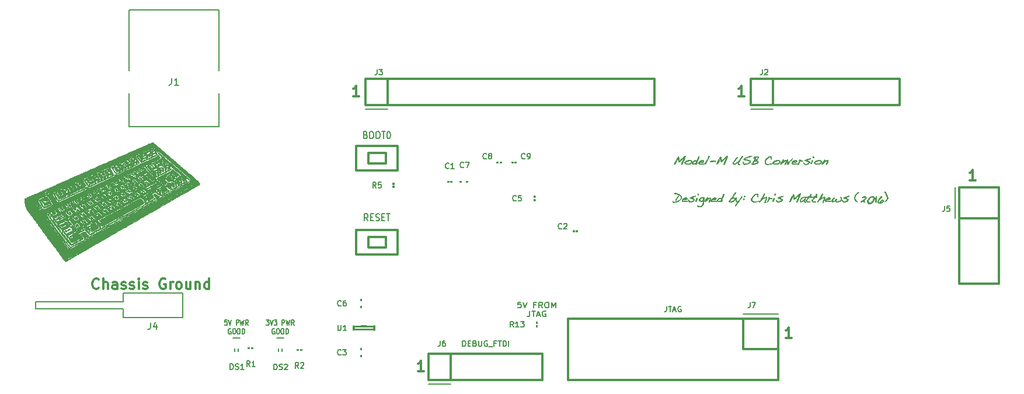
<source format=gto>
G04 #@! TF.FileFunction,Legend,Top*
%FSLAX46Y46*%
G04 Gerber Fmt 4.6, Leading zero omitted, Abs format (unit mm)*
G04 Created by KiCad (PCBNEW 4.0.1-stable) date 6/19/2016 3:22:44 PM*
%MOMM*%
G01*
G04 APERTURE LIST*
%ADD10C,0.100000*%
%ADD11C,0.300000*%
%ADD12C,0.152400*%
%ADD13C,0.350000*%
%ADD14C,0.150000*%
%ADD15C,0.010000*%
%ADD16C,0.203200*%
%ADD17R,1.924000X2.686000*%
%ADD18O,1.924000X2.686000*%
%ADD19R,1.350000X1.300000*%
%ADD20R,1.550000X1.850000*%
%ADD21R,1.300000X1.350000*%
%ADD22R,1.850000X1.550000*%
%ADD23R,1.200100X1.299160*%
%ADD24R,2.686000X1.924000*%
%ADD25O,2.686000X1.924000*%
%ADD26R,1.400000X1.250000*%
%ADD27R,1.250000X1.400000*%
%ADD28R,2.590000X2.000000*%
%ADD29R,1.000000X1.500000*%
%ADD30C,5.400000*%
%ADD31C,2.050000*%
%ADD32C,3.400000*%
%ADD33C,2.940000*%
G04 APERTURE END LIST*
D10*
D11*
X136826572Y-33698571D02*
X135969429Y-33698571D01*
X136398001Y-33698571D02*
X136398001Y-32198571D01*
X136255144Y-32412857D01*
X136112286Y-32555714D01*
X135969429Y-32627143D01*
X192706572Y-33698571D02*
X191849429Y-33698571D01*
X192278001Y-33698571D02*
X192278001Y-32198571D01*
X192135144Y-32412857D01*
X191992286Y-32555714D01*
X191849429Y-32627143D01*
X226234572Y-45890571D02*
X225377429Y-45890571D01*
X225806001Y-45890571D02*
X225806001Y-44390571D01*
X225663144Y-44604857D01*
X225520286Y-44747714D01*
X225377429Y-44819143D01*
X199564572Y-68750571D02*
X198707429Y-68750571D01*
X199136001Y-68750571D02*
X199136001Y-67250571D01*
X198993144Y-67464857D01*
X198850286Y-67607714D01*
X198707429Y-67679143D01*
X99108571Y-61495714D02*
X99037142Y-61567143D01*
X98822856Y-61638571D01*
X98679999Y-61638571D01*
X98465714Y-61567143D01*
X98322856Y-61424286D01*
X98251428Y-61281429D01*
X98179999Y-60995714D01*
X98179999Y-60781429D01*
X98251428Y-60495714D01*
X98322856Y-60352857D01*
X98465714Y-60210000D01*
X98679999Y-60138571D01*
X98822856Y-60138571D01*
X99037142Y-60210000D01*
X99108571Y-60281429D01*
X99751428Y-61638571D02*
X99751428Y-60138571D01*
X100394285Y-61638571D02*
X100394285Y-60852857D01*
X100322856Y-60710000D01*
X100179999Y-60638571D01*
X99965714Y-60638571D01*
X99822856Y-60710000D01*
X99751428Y-60781429D01*
X101751428Y-61638571D02*
X101751428Y-60852857D01*
X101679999Y-60710000D01*
X101537142Y-60638571D01*
X101251428Y-60638571D01*
X101108571Y-60710000D01*
X101751428Y-61567143D02*
X101608571Y-61638571D01*
X101251428Y-61638571D01*
X101108571Y-61567143D01*
X101037142Y-61424286D01*
X101037142Y-61281429D01*
X101108571Y-61138571D01*
X101251428Y-61067143D01*
X101608571Y-61067143D01*
X101751428Y-60995714D01*
X102394285Y-61567143D02*
X102537142Y-61638571D01*
X102822857Y-61638571D01*
X102965714Y-61567143D01*
X103037142Y-61424286D01*
X103037142Y-61352857D01*
X102965714Y-61210000D01*
X102822857Y-61138571D01*
X102608571Y-61138571D01*
X102465714Y-61067143D01*
X102394285Y-60924286D01*
X102394285Y-60852857D01*
X102465714Y-60710000D01*
X102608571Y-60638571D01*
X102822857Y-60638571D01*
X102965714Y-60710000D01*
X103608571Y-61567143D02*
X103751428Y-61638571D01*
X104037143Y-61638571D01*
X104180000Y-61567143D01*
X104251428Y-61424286D01*
X104251428Y-61352857D01*
X104180000Y-61210000D01*
X104037143Y-61138571D01*
X103822857Y-61138571D01*
X103680000Y-61067143D01*
X103608571Y-60924286D01*
X103608571Y-60852857D01*
X103680000Y-60710000D01*
X103822857Y-60638571D01*
X104037143Y-60638571D01*
X104180000Y-60710000D01*
X104894286Y-61638571D02*
X104894286Y-60638571D01*
X104894286Y-60138571D02*
X104822857Y-60210000D01*
X104894286Y-60281429D01*
X104965714Y-60210000D01*
X104894286Y-60138571D01*
X104894286Y-60281429D01*
X105537143Y-61567143D02*
X105680000Y-61638571D01*
X105965715Y-61638571D01*
X106108572Y-61567143D01*
X106180000Y-61424286D01*
X106180000Y-61352857D01*
X106108572Y-61210000D01*
X105965715Y-61138571D01*
X105751429Y-61138571D01*
X105608572Y-61067143D01*
X105537143Y-60924286D01*
X105537143Y-60852857D01*
X105608572Y-60710000D01*
X105751429Y-60638571D01*
X105965715Y-60638571D01*
X106108572Y-60710000D01*
X108751429Y-60210000D02*
X108608572Y-60138571D01*
X108394286Y-60138571D01*
X108180001Y-60210000D01*
X108037143Y-60352857D01*
X107965715Y-60495714D01*
X107894286Y-60781429D01*
X107894286Y-60995714D01*
X107965715Y-61281429D01*
X108037143Y-61424286D01*
X108180001Y-61567143D01*
X108394286Y-61638571D01*
X108537143Y-61638571D01*
X108751429Y-61567143D01*
X108822858Y-61495714D01*
X108822858Y-60995714D01*
X108537143Y-60995714D01*
X109465715Y-61638571D02*
X109465715Y-60638571D01*
X109465715Y-60924286D02*
X109537143Y-60781429D01*
X109608572Y-60710000D01*
X109751429Y-60638571D01*
X109894286Y-60638571D01*
X110608572Y-61638571D02*
X110465714Y-61567143D01*
X110394286Y-61495714D01*
X110322857Y-61352857D01*
X110322857Y-60924286D01*
X110394286Y-60781429D01*
X110465714Y-60710000D01*
X110608572Y-60638571D01*
X110822857Y-60638571D01*
X110965714Y-60710000D01*
X111037143Y-60781429D01*
X111108572Y-60924286D01*
X111108572Y-61352857D01*
X111037143Y-61495714D01*
X110965714Y-61567143D01*
X110822857Y-61638571D01*
X110608572Y-61638571D01*
X112394286Y-60638571D02*
X112394286Y-61638571D01*
X111751429Y-60638571D02*
X111751429Y-61424286D01*
X111822857Y-61567143D01*
X111965715Y-61638571D01*
X112180000Y-61638571D01*
X112322857Y-61567143D01*
X112394286Y-61495714D01*
X113108572Y-60638571D02*
X113108572Y-61638571D01*
X113108572Y-60781429D02*
X113180000Y-60710000D01*
X113322858Y-60638571D01*
X113537143Y-60638571D01*
X113680000Y-60710000D01*
X113751429Y-60852857D01*
X113751429Y-61638571D01*
X115108572Y-61638571D02*
X115108572Y-60138571D01*
X115108572Y-61567143D02*
X114965715Y-61638571D01*
X114680001Y-61638571D01*
X114537143Y-61567143D01*
X114465715Y-61495714D01*
X114394286Y-61352857D01*
X114394286Y-60924286D01*
X114465715Y-60781429D01*
X114537143Y-60710000D01*
X114680001Y-60638571D01*
X114965715Y-60638571D01*
X115108572Y-60710000D01*
X146224572Y-73576571D02*
X145367429Y-73576571D01*
X145796001Y-73576571D02*
X145796001Y-72076571D01*
X145653144Y-72290857D01*
X145510286Y-72433714D01*
X145367429Y-72505143D01*
D12*
X160316334Y-63552735D02*
X159893001Y-63552735D01*
X159850667Y-63939783D01*
X159893001Y-63901078D01*
X159977667Y-63862373D01*
X160189334Y-63862373D01*
X160274001Y-63901078D01*
X160316334Y-63939783D01*
X160358667Y-64017192D01*
X160358667Y-64210716D01*
X160316334Y-64288126D01*
X160274001Y-64326830D01*
X160189334Y-64365535D01*
X159977667Y-64365535D01*
X159893001Y-64326830D01*
X159850667Y-64288126D01*
X160612668Y-63552735D02*
X160909001Y-64365535D01*
X161205334Y-63552735D01*
X162475334Y-63939783D02*
X162179001Y-63939783D01*
X162179001Y-64365535D02*
X162179001Y-63552735D01*
X162602334Y-63552735D01*
X163449001Y-64365535D02*
X163152667Y-63978488D01*
X162941001Y-64365535D02*
X162941001Y-63552735D01*
X163279667Y-63552735D01*
X163364334Y-63591440D01*
X163406667Y-63630145D01*
X163449001Y-63707554D01*
X163449001Y-63823669D01*
X163406667Y-63901078D01*
X163364334Y-63939783D01*
X163279667Y-63978488D01*
X162941001Y-63978488D01*
X163999334Y-63552735D02*
X164168667Y-63552735D01*
X164253334Y-63591440D01*
X164338001Y-63668850D01*
X164380334Y-63823669D01*
X164380334Y-64094602D01*
X164338001Y-64249421D01*
X164253334Y-64326830D01*
X164168667Y-64365535D01*
X163999334Y-64365535D01*
X163914667Y-64326830D01*
X163830001Y-64249421D01*
X163787667Y-64094602D01*
X163787667Y-63823669D01*
X163830001Y-63668850D01*
X163914667Y-63591440D01*
X163999334Y-63552735D01*
X164761334Y-64365535D02*
X164761334Y-63552735D01*
X165057667Y-64133307D01*
X165354000Y-63552735D01*
X165354000Y-64365535D01*
X161586334Y-64843055D02*
X161586334Y-65423627D01*
X161544000Y-65539741D01*
X161459334Y-65617150D01*
X161332334Y-65655855D01*
X161247667Y-65655855D01*
X161882667Y-64843055D02*
X162390667Y-64843055D01*
X162136667Y-65655855D02*
X162136667Y-64843055D01*
X162644666Y-65423627D02*
X163068000Y-65423627D01*
X162560000Y-65655855D02*
X162856333Y-64843055D01*
X163152666Y-65655855D01*
X163914666Y-64881760D02*
X163830000Y-64843055D01*
X163703000Y-64843055D01*
X163576000Y-64881760D01*
X163491333Y-64959170D01*
X163449000Y-65036579D01*
X163406666Y-65191398D01*
X163406666Y-65307512D01*
X163449000Y-65462331D01*
X163491333Y-65539741D01*
X163576000Y-65617150D01*
X163703000Y-65655855D01*
X163787666Y-65655855D01*
X163914666Y-65617150D01*
X163957000Y-65578446D01*
X163957000Y-65307512D01*
X163787666Y-65307512D01*
X117701785Y-66092735D02*
X117399404Y-66092735D01*
X117369166Y-66479783D01*
X117399404Y-66441078D01*
X117459881Y-66402373D01*
X117611071Y-66402373D01*
X117671547Y-66441078D01*
X117701785Y-66479783D01*
X117732024Y-66557192D01*
X117732024Y-66750716D01*
X117701785Y-66828126D01*
X117671547Y-66866830D01*
X117611071Y-66905535D01*
X117459881Y-66905535D01*
X117399404Y-66866830D01*
X117369166Y-66828126D01*
X117913452Y-66092735D02*
X118125119Y-66905535D01*
X118336786Y-66092735D01*
X119032262Y-66905535D02*
X119032262Y-66092735D01*
X119274167Y-66092735D01*
X119334643Y-66131440D01*
X119364882Y-66170145D01*
X119395120Y-66247554D01*
X119395120Y-66363669D01*
X119364882Y-66441078D01*
X119334643Y-66479783D01*
X119274167Y-66518488D01*
X119032262Y-66518488D01*
X119606786Y-66092735D02*
X119757977Y-66905535D01*
X119878929Y-66324964D01*
X119999882Y-66905535D01*
X120151072Y-66092735D01*
X120755834Y-66905535D02*
X120544167Y-66518488D01*
X120392976Y-66905535D02*
X120392976Y-66092735D01*
X120634881Y-66092735D01*
X120695357Y-66131440D01*
X120725596Y-66170145D01*
X120755834Y-66247554D01*
X120755834Y-66363669D01*
X120725596Y-66441078D01*
X120695357Y-66479783D01*
X120634881Y-66518488D01*
X120392976Y-66518488D01*
X118246072Y-67421760D02*
X118185595Y-67383055D01*
X118094881Y-67383055D01*
X118004167Y-67421760D01*
X117943691Y-67499170D01*
X117913452Y-67576579D01*
X117883214Y-67731398D01*
X117883214Y-67847512D01*
X117913452Y-68002331D01*
X117943691Y-68079741D01*
X118004167Y-68157150D01*
X118094881Y-68195855D01*
X118155357Y-68195855D01*
X118246072Y-68157150D01*
X118276310Y-68118446D01*
X118276310Y-67847512D01*
X118155357Y-67847512D01*
X118669405Y-67383055D02*
X118790357Y-67383055D01*
X118850833Y-67421760D01*
X118911310Y-67499170D01*
X118941548Y-67653989D01*
X118941548Y-67924922D01*
X118911310Y-68079741D01*
X118850833Y-68157150D01*
X118790357Y-68195855D01*
X118669405Y-68195855D01*
X118608929Y-68157150D01*
X118548452Y-68079741D01*
X118518214Y-67924922D01*
X118518214Y-67653989D01*
X118548452Y-67499170D01*
X118608929Y-67421760D01*
X118669405Y-67383055D01*
X119334643Y-67383055D02*
X119455595Y-67383055D01*
X119516071Y-67421760D01*
X119576548Y-67499170D01*
X119606786Y-67653989D01*
X119606786Y-67924922D01*
X119576548Y-68079741D01*
X119516071Y-68157150D01*
X119455595Y-68195855D01*
X119334643Y-68195855D01*
X119274167Y-68157150D01*
X119213690Y-68079741D01*
X119183452Y-67924922D01*
X119183452Y-67653989D01*
X119213690Y-67499170D01*
X119274167Y-67421760D01*
X119334643Y-67383055D01*
X119878928Y-68195855D02*
X119878928Y-67383055D01*
X120030119Y-67383055D01*
X120120833Y-67421760D01*
X120181309Y-67499170D01*
X120211548Y-67576579D01*
X120241786Y-67731398D01*
X120241786Y-67847512D01*
X120211548Y-68002331D01*
X120181309Y-68079741D01*
X120120833Y-68157150D01*
X120030119Y-68195855D01*
X119878928Y-68195855D01*
X123386547Y-66092735D02*
X123779643Y-66092735D01*
X123567976Y-66402373D01*
X123658690Y-66402373D01*
X123719166Y-66441078D01*
X123749404Y-66479783D01*
X123779643Y-66557192D01*
X123779643Y-66750716D01*
X123749404Y-66828126D01*
X123719166Y-66866830D01*
X123658690Y-66905535D01*
X123477262Y-66905535D01*
X123416785Y-66866830D01*
X123386547Y-66828126D01*
X123961071Y-66092735D02*
X124172738Y-66905535D01*
X124384405Y-66092735D01*
X124535595Y-66092735D02*
X124928691Y-66092735D01*
X124717024Y-66402373D01*
X124807738Y-66402373D01*
X124868214Y-66441078D01*
X124898452Y-66479783D01*
X124928691Y-66557192D01*
X124928691Y-66750716D01*
X124898452Y-66828126D01*
X124868214Y-66866830D01*
X124807738Y-66905535D01*
X124626310Y-66905535D01*
X124565833Y-66866830D01*
X124535595Y-66828126D01*
X125684643Y-66905535D02*
X125684643Y-66092735D01*
X125926548Y-66092735D01*
X125987024Y-66131440D01*
X126017263Y-66170145D01*
X126047501Y-66247554D01*
X126047501Y-66363669D01*
X126017263Y-66441078D01*
X125987024Y-66479783D01*
X125926548Y-66518488D01*
X125684643Y-66518488D01*
X126259167Y-66092735D02*
X126410358Y-66905535D01*
X126531310Y-66324964D01*
X126652263Y-66905535D01*
X126803453Y-66092735D01*
X127408215Y-66905535D02*
X127196548Y-66518488D01*
X127045357Y-66905535D02*
X127045357Y-66092735D01*
X127287262Y-66092735D01*
X127347738Y-66131440D01*
X127377977Y-66170145D01*
X127408215Y-66247554D01*
X127408215Y-66363669D01*
X127377977Y-66441078D01*
X127347738Y-66479783D01*
X127287262Y-66518488D01*
X127045357Y-66518488D01*
X124596072Y-67421760D02*
X124535595Y-67383055D01*
X124444881Y-67383055D01*
X124354167Y-67421760D01*
X124293691Y-67499170D01*
X124263452Y-67576579D01*
X124233214Y-67731398D01*
X124233214Y-67847512D01*
X124263452Y-68002331D01*
X124293691Y-68079741D01*
X124354167Y-68157150D01*
X124444881Y-68195855D01*
X124505357Y-68195855D01*
X124596072Y-68157150D01*
X124626310Y-68118446D01*
X124626310Y-67847512D01*
X124505357Y-67847512D01*
X125019405Y-67383055D02*
X125140357Y-67383055D01*
X125200833Y-67421760D01*
X125261310Y-67499170D01*
X125291548Y-67653989D01*
X125291548Y-67924922D01*
X125261310Y-68079741D01*
X125200833Y-68157150D01*
X125140357Y-68195855D01*
X125019405Y-68195855D01*
X124958929Y-68157150D01*
X124898452Y-68079741D01*
X124868214Y-67924922D01*
X124868214Y-67653989D01*
X124898452Y-67499170D01*
X124958929Y-67421760D01*
X125019405Y-67383055D01*
X125684643Y-67383055D02*
X125805595Y-67383055D01*
X125866071Y-67421760D01*
X125926548Y-67499170D01*
X125956786Y-67653989D01*
X125956786Y-67924922D01*
X125926548Y-68079741D01*
X125866071Y-68157150D01*
X125805595Y-68195855D01*
X125684643Y-68195855D01*
X125624167Y-68157150D01*
X125563690Y-68079741D01*
X125533452Y-67924922D01*
X125533452Y-67653989D01*
X125563690Y-67499170D01*
X125624167Y-67421760D01*
X125684643Y-67383055D01*
X126228928Y-68195855D02*
X126228928Y-67383055D01*
X126380119Y-67383055D01*
X126470833Y-67421760D01*
X126531309Y-67499170D01*
X126561548Y-67576579D01*
X126591786Y-67731398D01*
X126591786Y-67847512D01*
X126561548Y-68002331D01*
X126531309Y-68079741D01*
X126470833Y-68157150D01*
X126380119Y-68195855D01*
X126228928Y-68195855D01*
D13*
X197612000Y-74803000D02*
X167132000Y-74803000D01*
X167132000Y-74803000D02*
X167132000Y-65913000D01*
X167132000Y-65913000D02*
X197612000Y-65913000D01*
X197612000Y-65913000D02*
X197612000Y-74803000D01*
X197612000Y-70358000D02*
X192532000Y-70358000D01*
X192532000Y-70358000D02*
X192532000Y-65913000D01*
D14*
X197612000Y-65278000D02*
X192532000Y-65278000D01*
D13*
X150208000Y-46147000D02*
X150208000Y-46055000D01*
X150208000Y-46055000D02*
X150208000Y-46147000D01*
X149766000Y-46147000D02*
X149766000Y-46055000D01*
X149766000Y-46055000D02*
X149766000Y-46147000D01*
X167990500Y-53230500D02*
X167990500Y-53322500D01*
X167990500Y-53322500D02*
X167990500Y-53230500D01*
X168432500Y-53230500D02*
X168432500Y-53322500D01*
X168432500Y-53322500D02*
X168432500Y-53230500D01*
X137089000Y-71337000D02*
X137231000Y-71337000D01*
X137231000Y-71337000D02*
X137089000Y-71337000D01*
X137089000Y-70395000D02*
X137231000Y-70395000D01*
X137231000Y-70395000D02*
X137089000Y-70395000D01*
X162352000Y-48293000D02*
X162260000Y-48293000D01*
X162260000Y-48293000D02*
X162352000Y-48293000D01*
X162352000Y-48735000D02*
X162260000Y-48735000D01*
X162260000Y-48735000D02*
X162352000Y-48735000D01*
X137089000Y-64225000D02*
X137231000Y-64225000D01*
X137231000Y-64225000D02*
X137089000Y-64225000D01*
X137089000Y-63283000D02*
X137231000Y-63283000D01*
X137231000Y-63283000D02*
X137089000Y-63283000D01*
X151548000Y-46030000D02*
X151548000Y-46172000D01*
X151548000Y-46172000D02*
X151548000Y-46030000D01*
X152490000Y-46030000D02*
X152490000Y-46172000D01*
X152490000Y-46172000D02*
X152490000Y-46030000D01*
X156941500Y-43261000D02*
X156941500Y-43353000D01*
X156941500Y-43353000D02*
X156941500Y-43261000D01*
X157383500Y-43261000D02*
X157383500Y-43353000D01*
X157383500Y-43353000D02*
X157383500Y-43261000D01*
X159100500Y-43261000D02*
X159100500Y-43353000D01*
X159100500Y-43353000D02*
X159100500Y-43261000D01*
X159542500Y-43261000D02*
X159542500Y-43353000D01*
X159542500Y-43353000D02*
X159542500Y-43261000D01*
D14*
X118812500Y-70735000D02*
X118812500Y-70235000D01*
X119312500Y-70235000D02*
X119312500Y-70735000D01*
X119562500Y-68735000D02*
X118562500Y-68735000D01*
X125162500Y-70735000D02*
X125162500Y-70235000D01*
X125662500Y-70235000D02*
X125662500Y-70735000D01*
X125912500Y-68735000D02*
X124912500Y-68735000D01*
D13*
X193675000Y-31115000D02*
X215265000Y-31115000D01*
X215265000Y-31115000D02*
X215265000Y-34925000D01*
X215265000Y-34925000D02*
X193675000Y-34925000D01*
X193675000Y-34925000D02*
X193675000Y-31115000D01*
X196850000Y-31115000D02*
X196850000Y-34925000D01*
D14*
X193675000Y-35560000D02*
X196850000Y-35560000D01*
D13*
X137795000Y-31115000D02*
X179705000Y-31115000D01*
X179705000Y-31115000D02*
X179705000Y-34925000D01*
X179705000Y-34925000D02*
X137795000Y-34925000D01*
X137795000Y-34925000D02*
X137795000Y-31115000D01*
X140970000Y-31115000D02*
X140970000Y-34925000D01*
D14*
X137795000Y-35560000D02*
X140970000Y-35560000D01*
D13*
X229600000Y-46905000D02*
X229600000Y-60875000D01*
X229600000Y-60875000D02*
X223885000Y-60875000D01*
X223885000Y-60875000D02*
X223885000Y-46905000D01*
X223885000Y-46905000D02*
X229600000Y-46905000D01*
X229600000Y-51350000D02*
X223885000Y-51350000D01*
D14*
X223250000Y-46905000D02*
X223250000Y-51350000D01*
D13*
X146939000Y-70993000D02*
X163449000Y-70993000D01*
X163449000Y-70993000D02*
X163449000Y-74803000D01*
X163449000Y-74803000D02*
X146939000Y-74803000D01*
X146939000Y-74803000D02*
X146939000Y-70993000D01*
X150114000Y-70993000D02*
X150114000Y-74803000D01*
D14*
X146939000Y-75438000D02*
X150114000Y-75438000D01*
D13*
X120848500Y-70160000D02*
X120848500Y-70302000D01*
X120848500Y-70302000D02*
X120848500Y-70160000D01*
X121340500Y-70160000D02*
X121340500Y-70302000D01*
X121340500Y-70302000D02*
X121340500Y-70160000D01*
X127960500Y-70414000D02*
X127960500Y-70556000D01*
X127960500Y-70556000D02*
X127960500Y-70414000D01*
X128452500Y-70414000D02*
X128452500Y-70556000D01*
X128452500Y-70556000D02*
X128452500Y-70414000D01*
X141930000Y-46363000D02*
X141788000Y-46363000D01*
X141788000Y-46363000D02*
X141930000Y-46363000D01*
X141930000Y-46855000D02*
X141788000Y-46855000D01*
X141788000Y-46855000D02*
X141930000Y-46855000D01*
X162694500Y-66556000D02*
X162552500Y-66556000D01*
X162552500Y-66556000D02*
X162694500Y-66556000D01*
X162694500Y-67048000D02*
X162552500Y-67048000D01*
X162552500Y-67048000D02*
X162694500Y-67048000D01*
X140696000Y-41922000D02*
X140696000Y-43422000D01*
X138196000Y-41922000D02*
X140696000Y-41922000D01*
X138196000Y-43422000D02*
X138196000Y-41922000D01*
X140696000Y-43422000D02*
X138196000Y-43422000D01*
X142446000Y-40922000D02*
X142446000Y-44422000D01*
X136446000Y-40922000D02*
X142446000Y-40922000D01*
X136446000Y-44422000D02*
X136446000Y-40922000D01*
X142446000Y-44422000D02*
X136446000Y-44422000D01*
X138196000Y-55614000D02*
X138196000Y-54114000D01*
X140696000Y-55614000D02*
X138196000Y-55614000D01*
X140696000Y-54114000D02*
X140696000Y-55614000D01*
X138196000Y-54114000D02*
X140696000Y-54114000D01*
X136446000Y-56614000D02*
X136446000Y-53114000D01*
X142446000Y-56614000D02*
X136446000Y-56614000D01*
X142446000Y-53114000D02*
X142446000Y-56614000D01*
X136446000Y-53114000D02*
X142446000Y-53114000D01*
X136041000Y-67560000D02*
X136041000Y-67060000D01*
X136041000Y-67060000D02*
X139041000Y-67060000D01*
X139041000Y-67060000D02*
X139041000Y-67560000D01*
X139041000Y-67560000D02*
X136041000Y-67560000D01*
D14*
X116482000Y-38123000D02*
X116482000Y-21123000D01*
X103482000Y-21123000D02*
X103482000Y-38123000D01*
X109982000Y-21123000D02*
X103482000Y-21123000D01*
X109982000Y-21123000D02*
X116482000Y-21123000D01*
X109982000Y-38123000D02*
X103482000Y-38123000D01*
X109982000Y-38123000D02*
X116482000Y-38123000D01*
X102616000Y-63500000D02*
X89916000Y-63500000D01*
X89916000Y-63500000D02*
X89916000Y-64516000D01*
X89916000Y-64516000D02*
X102616000Y-64516000D01*
X102616000Y-63246000D02*
X102616000Y-63500000D01*
X106934000Y-62230000D02*
X102616000Y-62230000D01*
X102616000Y-62230000D02*
X102616000Y-63246000D01*
X102616000Y-65786000D02*
X102616000Y-64516000D01*
X106934000Y-62230000D02*
X111252000Y-62230000D01*
X111252000Y-62230000D02*
X111252000Y-65786000D01*
X111252000Y-65786000D02*
X102616000Y-65786000D01*
D15*
G36*
X106919411Y-40397975D02*
X106991354Y-40447078D01*
X107094657Y-40526018D01*
X107226314Y-40632475D01*
X107383318Y-40764126D01*
X107433420Y-40806909D01*
X107759870Y-41086734D01*
X108049733Y-41335249D01*
X108305055Y-41554212D01*
X108527881Y-41745380D01*
X108720256Y-41910510D01*
X108884227Y-42051359D01*
X109021837Y-42169684D01*
X109135133Y-42267243D01*
X109226160Y-42345792D01*
X109296962Y-42407089D01*
X109349586Y-42452890D01*
X109361715Y-42463504D01*
X109458954Y-42548754D01*
X109561990Y-42639123D01*
X109649491Y-42715901D01*
X109654108Y-42719953D01*
X109729328Y-42784958D01*
X109829018Y-42869701D01*
X109938357Y-42961634D01*
X110013314Y-43024057D01*
X110120179Y-43113531D01*
X110227394Y-43204829D01*
X110320299Y-43285392D01*
X110369468Y-43329129D01*
X110461515Y-43410896D01*
X110565794Y-43501108D01*
X110634285Y-43558959D01*
X110707113Y-43619916D01*
X110766330Y-43670120D01*
X110799213Y-43698785D01*
X110799352Y-43698913D01*
X110832055Y-43727080D01*
X110891555Y-43776616D01*
X110965109Y-43836915D01*
X110966767Y-43838265D01*
X111047814Y-43904719D01*
X111122090Y-43966454D01*
X111170170Y-44007237D01*
X111212456Y-44043556D01*
X111284468Y-44105013D01*
X111377133Y-44183880D01*
X111481376Y-44272428D01*
X111513414Y-44299609D01*
X111613918Y-44385086D01*
X111700217Y-44458924D01*
X111765039Y-44514867D01*
X111801112Y-44546660D01*
X111805806Y-44551148D01*
X111829358Y-44572162D01*
X111883863Y-44618557D01*
X111961053Y-44683351D01*
X112047230Y-44755060D01*
X112141649Y-44833776D01*
X112224473Y-44903653D01*
X112286130Y-44956561D01*
X112315435Y-44982783D01*
X112354224Y-45018146D01*
X112420150Y-45075221D01*
X112517337Y-45157536D01*
X112644845Y-45264384D01*
X112696350Y-45308257D01*
X112769890Y-45371915D01*
X112848248Y-45440441D01*
X112914718Y-45498807D01*
X112969653Y-45546679D01*
X113022142Y-45591766D01*
X113081273Y-45641779D01*
X113156134Y-45704427D01*
X113255814Y-45787422D01*
X113327773Y-45847247D01*
X113487920Y-45994078D01*
X113600355Y-46129209D01*
X113666374Y-46254516D01*
X113687288Y-46368666D01*
X113663948Y-46458796D01*
X113602251Y-46533820D01*
X113529239Y-46573544D01*
X113469970Y-46601355D01*
X113401223Y-46645308D01*
X113392495Y-46651807D01*
X113338662Y-46690188D01*
X113303269Y-46710664D01*
X113299163Y-46711712D01*
X113272430Y-46723630D01*
X113211457Y-46755885D01*
X113125950Y-46803227D01*
X113047309Y-46847917D01*
X112933889Y-46912837D01*
X112822454Y-46976263D01*
X112729244Y-47028969D01*
X112689340Y-47051320D01*
X112603355Y-47099262D01*
X112522905Y-47144396D01*
X112440698Y-47190891D01*
X112349443Y-47242912D01*
X112241851Y-47304630D01*
X112110629Y-47380210D01*
X111948486Y-47473820D01*
X111793093Y-47563634D01*
X111621913Y-47662458D01*
X111448388Y-47762378D01*
X111282726Y-47857535D01*
X111135134Y-47942071D01*
X111015820Y-48010126D01*
X110966767Y-48037947D01*
X110852754Y-48102559D01*
X110746207Y-48163221D01*
X110659910Y-48212639D01*
X110610811Y-48241068D01*
X110559952Y-48270430D01*
X110473889Y-48319609D01*
X110361705Y-48383433D01*
X110232486Y-48456734D01*
X110115015Y-48523209D01*
X109991110Y-48593611D01*
X109832357Y-48684384D01*
X109647845Y-48790298D01*
X109446665Y-48906123D01*
X109237905Y-49026630D01*
X109030655Y-49146590D01*
X108932733Y-49203398D01*
X108715596Y-49329312D01*
X108480192Y-49465546D01*
X108238325Y-49605286D01*
X108001799Y-49741720D01*
X107782420Y-49868033D01*
X107591991Y-49977413D01*
X107547047Y-50003171D01*
X107346928Y-50117822D01*
X107181522Y-50212660D01*
X107041400Y-50293127D01*
X106917137Y-50364660D01*
X106799306Y-50432698D01*
X106678479Y-50502681D01*
X106545231Y-50580048D01*
X106390134Y-50670236D01*
X106301201Y-50721982D01*
X106178210Y-50793337D01*
X106060253Y-50861390D01*
X105959681Y-50919040D01*
X105888848Y-50959185D01*
X105881682Y-50963185D01*
X105841667Y-50985471D01*
X105803334Y-51006910D01*
X105762269Y-51030024D01*
X105714061Y-51057338D01*
X105654298Y-51091373D01*
X105578568Y-51134652D01*
X105482458Y-51189698D01*
X105361556Y-51259033D01*
X105211450Y-51345181D01*
X105027729Y-51450665D01*
X104805979Y-51578006D01*
X104712112Y-51631912D01*
X104454823Y-51779675D01*
X104223068Y-51912792D01*
X104012645Y-52033691D01*
X103819348Y-52144801D01*
X103638973Y-52248551D01*
X103467317Y-52347369D01*
X103300174Y-52443683D01*
X103133342Y-52539923D01*
X102962614Y-52638517D01*
X102783788Y-52741893D01*
X102592659Y-52852480D01*
X102385023Y-52972707D01*
X102156676Y-53105003D01*
X101903412Y-53251795D01*
X101621029Y-53415513D01*
X101305322Y-53598584D01*
X100952086Y-53803439D01*
X100745746Y-53923108D01*
X100501369Y-54064803D01*
X100267178Y-54200527D01*
X100047372Y-54327850D01*
X99846152Y-54444342D01*
X99667717Y-54547574D01*
X99516266Y-54635116D01*
X99395998Y-54704539D01*
X99311114Y-54753413D01*
X99265812Y-54779310D01*
X99264715Y-54779927D01*
X99165449Y-54835665D01*
X99058913Y-54895358D01*
X99023173Y-54915348D01*
X98961820Y-54949988D01*
X98866126Y-55004441D01*
X98745822Y-55073151D01*
X98610638Y-55150561D01*
X98488859Y-55220453D01*
X98358611Y-55295022D01*
X98244225Y-55360003D01*
X98152705Y-55411460D01*
X98091053Y-55445455D01*
X98066274Y-55458051D01*
X98066193Y-55458058D01*
X98042064Y-55470090D01*
X97982467Y-55503023D01*
X97895844Y-55552109D01*
X97790638Y-55612602D01*
X97767825Y-55625817D01*
X97651818Y-55692987D01*
X97511378Y-55774125D01*
X97354723Y-55864502D01*
X97190068Y-55959388D01*
X97025631Y-56054054D01*
X96869627Y-56143770D01*
X96730275Y-56223807D01*
X96615789Y-56289436D01*
X96534388Y-56335927D01*
X96516078Y-56346324D01*
X96430272Y-56394927D01*
X96344149Y-56443719D01*
X96336093Y-56448284D01*
X96257497Y-56494329D01*
X96169153Y-56548147D01*
X96145907Y-56562699D01*
X96082867Y-56600803D01*
X96039064Y-56624159D01*
X96029071Y-56627628D01*
X96004038Y-56639787D01*
X95945521Y-56672350D01*
X95863572Y-56719443D01*
X95768241Y-56775190D01*
X95669581Y-56833719D01*
X95577642Y-56889155D01*
X95508108Y-56932078D01*
X95445934Y-56970492D01*
X95352157Y-57027640D01*
X95237073Y-57097331D01*
X95110977Y-57173369D01*
X94984163Y-57249563D01*
X94866925Y-57319719D01*
X94769559Y-57377643D01*
X94702359Y-57417142D01*
X94689967Y-57424275D01*
X94615490Y-57462701D01*
X94554245Y-57487281D01*
X94531058Y-57492092D01*
X94496068Y-57505462D01*
X94491091Y-57517891D01*
X94470411Y-57547980D01*
X94420159Y-57585989D01*
X94358022Y-57621061D01*
X94301685Y-57642336D01*
X94284811Y-57644550D01*
X94247182Y-57627000D01*
X94189655Y-57581138D01*
X94131427Y-57523874D01*
X94083484Y-57468811D01*
X94018512Y-57388033D01*
X93980803Y-57339027D01*
X94431116Y-57339027D01*
X94439908Y-57386879D01*
X94443840Y-57395381D01*
X94462893Y-57421442D01*
X94488066Y-57415376D01*
X94526528Y-57382668D01*
X94579129Y-57343537D01*
X94660705Y-57293005D01*
X94754310Y-57241517D01*
X94761480Y-57237838D01*
X94869319Y-57180604D01*
X94995967Y-57110129D01*
X95117051Y-57040026D01*
X95137072Y-57028078D01*
X95225673Y-56975345D01*
X95296108Y-56934285D01*
X95338319Y-56910717D01*
X95345772Y-56907307D01*
X95377467Y-56893483D01*
X95425096Y-56860273D01*
X95473536Y-56820078D01*
X95507663Y-56785294D01*
X95514150Y-56769271D01*
X95517447Y-56761657D01*
X95535838Y-56766992D01*
X95579885Y-56763063D01*
X95642335Y-56735038D01*
X95662450Y-56722389D01*
X95740457Y-56672626D01*
X95816907Y-56628532D01*
X95826185Y-56623653D01*
X95945075Y-56559140D01*
X96021468Y-56509493D01*
X96060273Y-56471175D01*
X96067696Y-56449650D01*
X96074110Y-56427221D01*
X96087719Y-56442149D01*
X96113051Y-56449707D01*
X96167145Y-56431230D01*
X96255130Y-56384747D01*
X96290330Y-56364198D01*
X96380255Y-56308794D01*
X96431447Y-56270664D01*
X96450337Y-56243712D01*
X96443357Y-56221844D01*
X96442090Y-56220373D01*
X96424038Y-56197872D01*
X96442301Y-56208901D01*
X96451613Y-56215823D01*
X96492131Y-56220766D01*
X96556513Y-56202943D01*
X96633135Y-56168991D01*
X96710373Y-56125546D01*
X96776601Y-56079247D01*
X96820197Y-56036731D01*
X96829535Y-56004635D01*
X96827377Y-56001266D01*
X96790333Y-55970478D01*
X96767552Y-55973498D01*
X96770185Y-56004705D01*
X96767343Y-56033556D01*
X96723190Y-56042799D01*
X96717738Y-56042843D01*
X96661189Y-56056761D01*
X96635235Y-56083030D01*
X96601058Y-56111953D01*
X96572495Y-56110842D01*
X96527252Y-56110034D01*
X96512061Y-56119688D01*
X96521038Y-56142011D01*
X96543817Y-56151608D01*
X96570429Y-56159972D01*
X96548133Y-56163065D01*
X96537838Y-56163324D01*
X96438355Y-56166534D01*
X96381317Y-56172230D01*
X96358330Y-56181926D01*
X96359860Y-56195396D01*
X96354096Y-56217162D01*
X96335935Y-56220821D01*
X96300018Y-56234325D01*
X96307107Y-56271843D01*
X96321722Y-56292012D01*
X96334116Y-56309906D01*
X96316637Y-56297097D01*
X96264693Y-56274951D01*
X96246717Y-56273679D01*
X96224963Y-56279838D01*
X96239248Y-56288563D01*
X96261395Y-56310674D01*
X96243961Y-56333649D01*
X96196982Y-56347225D01*
X96181180Y-56347948D01*
X96136158Y-56358521D01*
X96132692Y-56381247D01*
X96125911Y-56404756D01*
X96076484Y-56409694D01*
X96068399Y-56409210D01*
X96019340Y-56411838D01*
X96004788Y-56425459D01*
X96005472Y-56426762D01*
X96000542Y-56448080D01*
X95991191Y-56449650D01*
X95973676Y-56464155D01*
X95976832Y-56472411D01*
X95973764Y-56498167D01*
X95940406Y-56510728D01*
X95896806Y-56504101D01*
X95887339Y-56499171D01*
X95846723Y-56498616D01*
X95787839Y-56539576D01*
X95770550Y-56555738D01*
X95714122Y-56600718D01*
X95667258Y-56621682D01*
X95654732Y-56621036D01*
X95617270Y-56629045D01*
X95559821Y-56664174D01*
X95523277Y-56693811D01*
X95464137Y-56740291D01*
X95418668Y-56765030D01*
X95403755Y-56765829D01*
X95382310Y-56770460D01*
X95380981Y-56778680D01*
X95359232Y-56798917D01*
X95317418Y-56805606D01*
X95268244Y-56816195D01*
X95252789Y-56840300D01*
X95272923Y-56862883D01*
X95272523Y-56868250D01*
X95260883Y-56866058D01*
X95223563Y-56878603D01*
X95208036Y-56897411D01*
X95168238Y-56929119D01*
X95117247Y-56943833D01*
X95046222Y-56966945D01*
X94992116Y-57002400D01*
X94942291Y-57035399D01*
X94904268Y-57041797D01*
X94869342Y-57051119D01*
X94857669Y-57068853D01*
X94826817Y-57095300D01*
X94806545Y-57093573D01*
X94765387Y-57099253D01*
X94705674Y-57130176D01*
X94683219Y-57146029D01*
X94623086Y-57187166D01*
X94577026Y-57210453D01*
X94567563Y-57212413D01*
X94552091Y-57228424D01*
X94557325Y-57242159D01*
X94558557Y-57261252D01*
X94533400Y-57255669D01*
X94497697Y-57256277D01*
X94491091Y-57278275D01*
X94479544Y-57304662D01*
X94467837Y-57302744D01*
X94441979Y-57304985D01*
X94431116Y-57339027D01*
X93980803Y-57339027D01*
X93934548Y-57278917D01*
X93829631Y-57138841D01*
X93707324Y-56972686D01*
X94272825Y-56972686D01*
X94288198Y-56996911D01*
X94321304Y-57022913D01*
X94337218Y-57014904D01*
X94326871Y-56985275D01*
X94307543Y-56970871D01*
X94363964Y-56970871D01*
X94376677Y-56983584D01*
X94389390Y-56970871D01*
X94376677Y-56958158D01*
X94363964Y-56970871D01*
X94307543Y-56970871D01*
X94292284Y-56959500D01*
X94283074Y-56958158D01*
X94272825Y-56972686D01*
X93707324Y-56972686D01*
X93701800Y-56965183D01*
X93650437Y-56894595D01*
X94236837Y-56894595D01*
X94249550Y-56907307D01*
X94262262Y-56894595D01*
X94249550Y-56881882D01*
X94236837Y-56894595D01*
X93650437Y-56894595D01*
X93574891Y-56790774D01*
X94645651Y-56790774D01*
X94650326Y-56823751D01*
X94659005Y-56824145D01*
X94665075Y-56790116D01*
X94661012Y-56775413D01*
X94649723Y-56765782D01*
X94645651Y-56790774D01*
X93574891Y-56790774D01*
X93549092Y-56755320D01*
X93530328Y-56729329D01*
X94796196Y-56729329D01*
X94805499Y-56750257D01*
X94813147Y-56746280D01*
X94816190Y-56716106D01*
X94813147Y-56712379D01*
X94798031Y-56715869D01*
X94796196Y-56729329D01*
X93530328Y-56729329D01*
X93407954Y-56559827D01*
X95084351Y-56559827D01*
X95087841Y-56574942D01*
X95101302Y-56576777D01*
X95122230Y-56567474D01*
X95118252Y-56559827D01*
X95088078Y-56556784D01*
X95084351Y-56559827D01*
X93407954Y-56559827D01*
X93392656Y-56538639D01*
X93982583Y-56538639D01*
X93995296Y-56551351D01*
X94008008Y-56538639D01*
X93995296Y-56525926D01*
X93982583Y-56538639D01*
X93392656Y-56538639D01*
X93369547Y-56506631D01*
X93346947Y-56475226D01*
X93292570Y-56400397D01*
X93212500Y-56291237D01*
X93111489Y-56154143D01*
X93073089Y-56102169D01*
X96431899Y-56102169D01*
X96435389Y-56117284D01*
X96448849Y-56119119D01*
X96469777Y-56109816D01*
X96465799Y-56102169D01*
X96435625Y-56099126D01*
X96431899Y-56102169D01*
X93073089Y-56102169D01*
X92994287Y-55995514D01*
X92972858Y-55966567D01*
X96855656Y-55966567D01*
X96875744Y-55987590D01*
X96922548Y-55988979D01*
X96975875Y-55970733D01*
X96982783Y-55966567D01*
X97001673Y-55946308D01*
X96991520Y-55941531D01*
X96972485Y-55920327D01*
X96973115Y-55883934D01*
X96974336Y-55877578D01*
X97033634Y-55877578D01*
X97046347Y-55890290D01*
X97059059Y-55877578D01*
X97046347Y-55864865D01*
X97033634Y-55877578D01*
X96974336Y-55877578D01*
X96982371Y-55835775D01*
X97012398Y-55835775D01*
X97039990Y-55837542D01*
X97103925Y-55836820D01*
X97124791Y-55855713D01*
X97119516Y-55869893D01*
X97128306Y-55874790D01*
X97168988Y-55858514D01*
X97230543Y-55827178D01*
X97301951Y-55786894D01*
X97372194Y-55743772D01*
X97430252Y-55703927D01*
X97455040Y-55683783D01*
X97499683Y-55654959D01*
X97529011Y-55654873D01*
X97539159Y-55651824D01*
X97533192Y-55626849D01*
X97528281Y-55592996D01*
X97556134Y-55594874D01*
X97557137Y-55595255D01*
X97599179Y-55592926D01*
X97662714Y-55570909D01*
X97732889Y-55536990D01*
X97794847Y-55498955D01*
X97833735Y-55464590D01*
X97839426Y-55447305D01*
X97810928Y-55421428D01*
X97769264Y-55422703D01*
X97739349Y-55446995D01*
X97736364Y-55464415D01*
X97722811Y-55500991D01*
X97689733Y-55506473D01*
X97660683Y-55477127D01*
X97650287Y-55472451D01*
X97645851Y-55501052D01*
X97635507Y-55546364D01*
X97615765Y-55573661D01*
X97598060Y-55572716D01*
X97592993Y-55548332D01*
X97586152Y-55522532D01*
X97556825Y-55531417D01*
X97542142Y-55540235D01*
X97502171Y-55578139D01*
X97491292Y-55605727D01*
X97472928Y-55628158D01*
X97434084Y-55623371D01*
X97399229Y-55617002D01*
X97410538Y-55630676D01*
X97429279Y-55655640D01*
X97408666Y-55689384D01*
X97400903Y-55697367D01*
X97355174Y-55726293D01*
X97324852Y-55728093D01*
X97288734Y-55736184D01*
X97278078Y-55752056D01*
X97243644Y-55784858D01*
X97225123Y-55788589D01*
X97189656Y-55805524D01*
X97184179Y-55820371D01*
X97178418Y-55837850D01*
X97169824Y-55821799D01*
X97139785Y-55803393D01*
X97116809Y-55807051D01*
X97089594Y-55810216D01*
X97096095Y-55790373D01*
X97102373Y-55770937D01*
X97074558Y-55780459D01*
X97062128Y-55786947D01*
X97017277Y-55817321D01*
X97012398Y-55835775D01*
X96982371Y-55835775D01*
X96984111Y-55826727D01*
X96954136Y-55883934D01*
X96919145Y-55927540D01*
X96889909Y-55941141D01*
X96858646Y-55956207D01*
X96855656Y-55966567D01*
X92972858Y-55966567D01*
X92865645Y-55821748D01*
X92730314Y-55639245D01*
X92593044Y-55454403D01*
X92458587Y-55273621D01*
X92331694Y-55103297D01*
X92217114Y-54949830D01*
X92150260Y-54860561D01*
X92762162Y-54860561D01*
X92774875Y-54873273D01*
X92787588Y-54860561D01*
X92774875Y-54847848D01*
X92762162Y-54860561D01*
X92150260Y-54860561D01*
X92119599Y-54819620D01*
X92043900Y-54719063D01*
X92006531Y-54669870D01*
X91940993Y-54583050D01*
X91851968Y-54463440D01*
X91745690Y-54319510D01*
X91628396Y-54159727D01*
X91506321Y-53992560D01*
X91398063Y-53843544D01*
X91281628Y-53682981D01*
X91168746Y-53527581D01*
X91064665Y-53384547D01*
X90974630Y-53261083D01*
X90903891Y-53164393D01*
X90857694Y-53101681D01*
X90857606Y-53101562D01*
X90802427Y-53027084D01*
X90766951Y-52979079D01*
X91414615Y-52979079D01*
X91427328Y-52991792D01*
X91440040Y-52979079D01*
X91427328Y-52966367D01*
X91414615Y-52979079D01*
X90766951Y-52979079D01*
X90725148Y-52922515D01*
X90633797Y-52798728D01*
X90616805Y-52775676D01*
X91262062Y-52775676D01*
X91274775Y-52788389D01*
X91287488Y-52775676D01*
X91274775Y-52762963D01*
X91262062Y-52775676D01*
X90616805Y-52775676D01*
X90536400Y-52666600D01*
X90473874Y-52581696D01*
X90428218Y-52519921D01*
X91084084Y-52519921D01*
X91097359Y-52554708D01*
X91109510Y-52559560D01*
X91134207Y-52541311D01*
X91134935Y-52535635D01*
X91116453Y-52501200D01*
X91109510Y-52495996D01*
X91087743Y-52501760D01*
X91084084Y-52519921D01*
X90428218Y-52519921D01*
X90401975Y-52484413D01*
X90391700Y-52470571D01*
X91033233Y-52470571D01*
X91045946Y-52483283D01*
X91058659Y-52470571D01*
X91045946Y-52457858D01*
X91033233Y-52470571D01*
X90391700Y-52470571D01*
X90304156Y-52352647D01*
X90240540Y-52267167D01*
X90880681Y-52267167D01*
X90893394Y-52279880D01*
X90956957Y-52279880D01*
X90966260Y-52300808D01*
X90973907Y-52296830D01*
X90976950Y-52266656D01*
X90973907Y-52262930D01*
X90958792Y-52266420D01*
X90956957Y-52279880D01*
X90893394Y-52279880D01*
X90906106Y-52267167D01*
X90893394Y-52254455D01*
X90880681Y-52267167D01*
X90240540Y-52267167D01*
X90185028Y-52192577D01*
X90163237Y-52163347D01*
X90831837Y-52163347D01*
X90836512Y-52196324D01*
X90845191Y-52196718D01*
X90851261Y-52162689D01*
X90847199Y-52147986D01*
X90841242Y-52142904D01*
X90889421Y-52142904D01*
X90893394Y-52152753D01*
X90916241Y-52177008D01*
X90920320Y-52178178D01*
X90931240Y-52158507D01*
X90931532Y-52152753D01*
X90911986Y-52128305D01*
X90904606Y-52127327D01*
X90889421Y-52142904D01*
X90841242Y-52142904D01*
X90835909Y-52138355D01*
X90831837Y-52163347D01*
X90163237Y-52163347D01*
X90107951Y-52089189D01*
X90778979Y-52089189D01*
X90791692Y-52101902D01*
X90804405Y-52089189D01*
X90791692Y-52076477D01*
X90778979Y-52089189D01*
X90107951Y-52089189D01*
X90060563Y-52025626D01*
X90728128Y-52025626D01*
X90737431Y-52046554D01*
X90745079Y-52042576D01*
X90748122Y-52012402D01*
X90745079Y-52008675D01*
X90729963Y-52012166D01*
X90728128Y-52025626D01*
X90060563Y-52025626D01*
X90049202Y-52010387D01*
X89984654Y-51923924D01*
X90677277Y-51923924D01*
X90686580Y-51944852D01*
X90694228Y-51940874D01*
X90697271Y-51910700D01*
X90694228Y-51906974D01*
X90679112Y-51910464D01*
X90677277Y-51923924D01*
X89984654Y-51923924D01*
X89927710Y-51847648D01*
X90601001Y-51847648D01*
X90620349Y-51872334D01*
X90626427Y-51873073D01*
X90651113Y-51853725D01*
X90651852Y-51847648D01*
X90632504Y-51822961D01*
X90626427Y-51822222D01*
X90601740Y-51841570D01*
X90601001Y-51847648D01*
X89927710Y-51847648D01*
X89901288Y-51812257D01*
X89813117Y-51694297D01*
X90499300Y-51694297D01*
X90517937Y-51708287D01*
X90537438Y-51704290D01*
X90570892Y-51686243D01*
X90575576Y-51679662D01*
X90554814Y-51670774D01*
X90537438Y-51669670D01*
X90503596Y-51682976D01*
X90499300Y-51694297D01*
X89813117Y-51694297D01*
X89785206Y-51656957D01*
X90448449Y-51656957D01*
X90461161Y-51669670D01*
X90473874Y-51656957D01*
X90461161Y-51644244D01*
X90448449Y-51656957D01*
X89785206Y-51656957D01*
X89745898Y-51604369D01*
X89682533Y-51519700D01*
X90428350Y-51519700D01*
X90436530Y-51560515D01*
X90453175Y-51592365D01*
X90463114Y-51576681D01*
X90467344Y-51559622D01*
X90469685Y-51513408D01*
X90463409Y-51498177D01*
X90439187Y-51492117D01*
X90428350Y-51519700D01*
X89682533Y-51519700D01*
X89610800Y-51423850D01*
X90306422Y-51423850D01*
X90310496Y-51449302D01*
X90335727Y-51484357D01*
X90362212Y-51489455D01*
X90372172Y-51466266D01*
X90353408Y-51441574D01*
X90347545Y-51440841D01*
X90334067Y-51421556D01*
X90338574Y-51396346D01*
X90344052Y-51367573D01*
X90324230Y-51379382D01*
X90306422Y-51423850D01*
X89610800Y-51423850D01*
X89587641Y-51392905D01*
X89537836Y-51326427D01*
X90295896Y-51326427D01*
X90308609Y-51339139D01*
X90321322Y-51326427D01*
X90308609Y-51313714D01*
X90295896Y-51326427D01*
X89537836Y-51326427D01*
X89481704Y-51251505D01*
X89402041Y-51145095D01*
X90119805Y-51145095D01*
X90130124Y-51179352D01*
X90148737Y-51211201D01*
X90177774Y-51249929D01*
X90187045Y-51241873D01*
X90177508Y-51191833D01*
X90157483Y-51147897D01*
X90140378Y-51135736D01*
X90119805Y-51145095D01*
X89402041Y-51145095D01*
X89347447Y-51072172D01*
X90067067Y-51072172D01*
X90079780Y-51084885D01*
X90092493Y-51072172D01*
X90079780Y-51059460D01*
X90067067Y-51072172D01*
X89347447Y-51072172D01*
X89297662Y-51005673D01*
X89179910Y-50847772D01*
X89915644Y-50847772D01*
X89924863Y-50882151D01*
X89931465Y-50889957D01*
X89951921Y-50905001D01*
X89956818Y-50880324D01*
X89956890Y-50868769D01*
X89945416Y-50834902D01*
X89935703Y-50830631D01*
X89915644Y-50847772D01*
X89179910Y-50847772D01*
X89141644Y-50796459D01*
X89101049Y-50741642D01*
X89812813Y-50741642D01*
X89825526Y-50754354D01*
X89838238Y-50741642D01*
X89825526Y-50728929D01*
X89812813Y-50741642D01*
X89101049Y-50741642D01*
X89010941Y-50619970D01*
X88991423Y-50593308D01*
X89774765Y-50593308D01*
X89786733Y-50629968D01*
X89814299Y-50646991D01*
X89820713Y-50645782D01*
X89853010Y-50616012D01*
X89859017Y-50603030D01*
X89855529Y-50582043D01*
X89841537Y-50587051D01*
X89815851Y-50587184D01*
X89812813Y-50576377D01*
X89797485Y-50559447D01*
X89788498Y-50562978D01*
X89774765Y-50593308D01*
X88991423Y-50593308D01*
X88902843Y-50472310D01*
X88836684Y-50380261D01*
X89588083Y-50380261D01*
X89594269Y-50394470D01*
X89619870Y-50421765D01*
X89634588Y-50416166D01*
X89634835Y-50412612D01*
X89616776Y-50391107D01*
X89605481Y-50383258D01*
X89588083Y-50380261D01*
X88836684Y-50380261D01*
X88814638Y-50349588D01*
X88743617Y-50247910D01*
X88733752Y-50233163D01*
X89471009Y-50233163D01*
X89477463Y-50252467D01*
X89483943Y-50260559D01*
X89522818Y-50291932D01*
X89552168Y-50291798D01*
X89558559Y-50274237D01*
X89537353Y-50250662D01*
X89506255Y-50238099D01*
X89471009Y-50233163D01*
X88733752Y-50233163D01*
X88687069Y-50163382D01*
X88642284Y-50092110D01*
X88620732Y-50054769D01*
X89340051Y-50054769D01*
X89342443Y-50067868D01*
X89374948Y-50092324D01*
X89382081Y-50093293D01*
X89405321Y-50073900D01*
X89406006Y-50067868D01*
X89385311Y-50045554D01*
X89366368Y-50042443D01*
X89340051Y-50054769D01*
X88620732Y-50054769D01*
X88606552Y-50030202D01*
X88577162Y-49973764D01*
X88570341Y-49959234D01*
X89293229Y-49959234D01*
X89306183Y-49981143D01*
X89337569Y-50013432D01*
X89344657Y-50001480D01*
X89337172Y-49966452D01*
X89317238Y-49932039D01*
X89300179Y-49930578D01*
X89293229Y-49959234D01*
X88570341Y-49959234D01*
X88551404Y-49918902D01*
X88546699Y-49908340D01*
X88486330Y-49744714D01*
X88473273Y-49696991D01*
X89127692Y-49696991D01*
X89140741Y-49734089D01*
X89157868Y-49763108D01*
X89192669Y-49806801D01*
X89209509Y-49807225D01*
X89201069Y-49766994D01*
X89193854Y-49750249D01*
X89166145Y-49703693D01*
X89145396Y-49686685D01*
X89127692Y-49696991D01*
X88473273Y-49696991D01*
X88449529Y-49610210D01*
X89062763Y-49610210D01*
X89064779Y-49633639D01*
X89073975Y-49635636D01*
X89099866Y-49617179D01*
X89100901Y-49610210D01*
X89092226Y-49585446D01*
X89089689Y-49584785D01*
X89067981Y-49602601D01*
X89062763Y-49610210D01*
X88449529Y-49610210D01*
X88431156Y-49543062D01*
X88418299Y-49481428D01*
X88980008Y-49481428D01*
X88983486Y-49483083D01*
X89006688Y-49465184D01*
X89011912Y-49457658D01*
X89018391Y-49433888D01*
X89014913Y-49432232D01*
X88991710Y-49450131D01*
X88986487Y-49457658D01*
X88980008Y-49481428D01*
X88418299Y-49481428D01*
X88404499Y-49415282D01*
X88905973Y-49415282D01*
X88909463Y-49430397D01*
X88922923Y-49432232D01*
X88943851Y-49422930D01*
X88939873Y-49415282D01*
X88909699Y-49412239D01*
X88905973Y-49415282D01*
X88404499Y-49415282D01*
X88383816Y-49316143D01*
X88380681Y-49295783D01*
X88846647Y-49295783D01*
X88859182Y-49333063D01*
X88884302Y-49347585D01*
X88893684Y-49342820D01*
X88890175Y-49316698D01*
X88876734Y-49299596D01*
X88851136Y-49285263D01*
X88846647Y-49295783D01*
X88380681Y-49295783D01*
X88356667Y-49139840D01*
X88719520Y-49139840D01*
X88732232Y-49152553D01*
X88744945Y-49139840D01*
X88732232Y-49127127D01*
X88719520Y-49139840D01*
X88356667Y-49139840D01*
X88346946Y-49076719D01*
X88345640Y-49063564D01*
X88694094Y-49063564D01*
X88706807Y-49076276D01*
X88719520Y-49063564D01*
X88716776Y-49060820D01*
X89790276Y-49060820D01*
X89794656Y-49120650D01*
X89810693Y-49151334D01*
X89816038Y-49152553D01*
X89835422Y-49168535D01*
X89835228Y-49171622D01*
X89837696Y-49226136D01*
X89866060Y-49240924D01*
X89876377Y-49238023D01*
X89909030Y-49239142D01*
X89914515Y-49251534D01*
X89894420Y-49278206D01*
X89882733Y-49280485D01*
X89878973Y-49293620D01*
X89910043Y-49325059D01*
X89920871Y-49333457D01*
X89968467Y-49378423D01*
X89990592Y-49417962D01*
X89990791Y-49420764D01*
X90006947Y-49460672D01*
X90047104Y-49516247D01*
X90060711Y-49531663D01*
X90135036Y-49614040D01*
X90177851Y-49666468D01*
X90193813Y-49694746D01*
X90194194Y-49697836D01*
X90210082Y-49727569D01*
X90251052Y-49781252D01*
X90307062Y-49846065D01*
X90327678Y-49868286D01*
X90361727Y-49913378D01*
X90372172Y-49940741D01*
X90392868Y-49963055D01*
X90411811Y-49966166D01*
X90437965Y-49978722D01*
X90435414Y-49992112D01*
X90440154Y-50026015D01*
X90471554Y-50078970D01*
X90485688Y-50096862D01*
X90540237Y-50169085D01*
X90585859Y-50241382D01*
X90589865Y-50248894D01*
X90625989Y-50299631D01*
X90661526Y-50322064D01*
X90662968Y-50322122D01*
X90689771Y-50342248D01*
X90691867Y-50365298D01*
X90704730Y-50411749D01*
X90744556Y-50463177D01*
X90744967Y-50463559D01*
X90786629Y-50510498D01*
X90804397Y-50547041D01*
X90804405Y-50547510D01*
X90822815Y-50574888D01*
X90831331Y-50576377D01*
X90847176Y-50591636D01*
X90843885Y-50599630D01*
X90843745Y-50627893D01*
X90848741Y-50631412D01*
X90873434Y-50654506D01*
X90918689Y-50706223D01*
X90968090Y-50767067D01*
X91053944Y-50872543D01*
X91116453Y-50940435D01*
X91160401Y-50975520D01*
X91184723Y-50983183D01*
X91210185Y-51002699D01*
X91211211Y-51010109D01*
X91195635Y-51025294D01*
X91185786Y-51021321D01*
X91161796Y-51014379D01*
X91166093Y-51034473D01*
X91194364Y-51069610D01*
X91207574Y-51081903D01*
X91253624Y-51139801D01*
X91273374Y-51181877D01*
X91309980Y-51237530D01*
X91346931Y-51262898D01*
X91382632Y-51279542D01*
X91372201Y-51285708D01*
X91354212Y-51286677D01*
X91332488Y-51293872D01*
X91343246Y-51317593D01*
X91390072Y-51364773D01*
X91398706Y-51372726D01*
X91452428Y-51427069D01*
X91485655Y-51470570D01*
X91490891Y-51484391D01*
X91506805Y-51515637D01*
X91548657Y-51572132D01*
X91607619Y-51642017D01*
X91611662Y-51646549D01*
X91665040Y-51708447D01*
X91696031Y-51749053D01*
X91699093Y-51760967D01*
X91696307Y-51759528D01*
X91682883Y-51759816D01*
X91701510Y-51793962D01*
X91709020Y-51804525D01*
X91747948Y-51850873D01*
X91775881Y-51872145D01*
X91776927Y-51872274D01*
X91795170Y-51892981D01*
X91795996Y-51901185D01*
X91810761Y-51937560D01*
X91847464Y-51993101D01*
X91859943Y-52009243D01*
X91905678Y-52066696D01*
X91938801Y-52108788D01*
X91943295Y-52114615D01*
X91970684Y-52156055D01*
X92009883Y-52221302D01*
X92051375Y-52293732D01*
X92085643Y-52356716D01*
X92103171Y-52393630D01*
X92103379Y-52394294D01*
X92125358Y-52430348D01*
X92159542Y-52470571D01*
X92212962Y-52533126D01*
X92246524Y-52578629D01*
X92287094Y-52621375D01*
X92320142Y-52635836D01*
X92348138Y-52653508D01*
X92348999Y-52667618D01*
X92361999Y-52691759D01*
X92377544Y-52692003D01*
X92400990Y-52701043D01*
X92396508Y-52726138D01*
X92400370Y-52765145D01*
X92431241Y-52780919D01*
X92466634Y-52799544D01*
X92469375Y-52814454D01*
X92472699Y-52847690D01*
X92495647Y-52901200D01*
X92527315Y-52954811D01*
X92556803Y-52988347D01*
X92565115Y-52991631D01*
X92583489Y-53011511D01*
X92584184Y-53018708D01*
X92599138Y-53052320D01*
X92637412Y-53110958D01*
X92689125Y-53181132D01*
X92744395Y-53249354D01*
X92787939Y-53296872D01*
X92824147Y-53343499D01*
X92866366Y-53412019D01*
X92876928Y-53431521D01*
X92929899Y-53513843D01*
X92996442Y-53594335D01*
X93010060Y-53608131D01*
X93060090Y-53662905D01*
X93089458Y-53707168D01*
X93092693Y-53718736D01*
X93109739Y-53755685D01*
X93151237Y-53804669D01*
X93155817Y-53809093D01*
X93199709Y-53864716D01*
X93219674Y-53917544D01*
X93219770Y-53919820D01*
X93224235Y-53953221D01*
X93240560Y-53939591D01*
X93245245Y-53932533D01*
X93264949Y-53909159D01*
X93270199Y-53933189D01*
X93270282Y-53938889D01*
X93282615Y-53976633D01*
X93296096Y-53983384D01*
X93318224Y-53997679D01*
X93318205Y-54002453D01*
X93325027Y-54044038D01*
X93348326Y-54101550D01*
X93378254Y-54155221D01*
X93404958Y-54185278D01*
X93410050Y-54186787D01*
X93442109Y-54205368D01*
X93484045Y-54250502D01*
X93487109Y-54254548D01*
X93532352Y-54312109D01*
X93569420Y-54354433D01*
X93597097Y-54396302D01*
X93601201Y-54413800D01*
X93619792Y-54435195D01*
X93629606Y-54434685D01*
X93656860Y-54450386D01*
X93668677Y-54479179D01*
X93681350Y-54539535D01*
X93686774Y-54565329D01*
X93712203Y-54608880D01*
X93736692Y-54631696D01*
X93771411Y-54665035D01*
X93779179Y-54681461D01*
X93792577Y-54713283D01*
X93825024Y-54764758D01*
X93827062Y-54767647D01*
X93864724Y-54831590D01*
X93885779Y-54885986D01*
X93907771Y-54924034D01*
X93929075Y-54929751D01*
X93960516Y-54944792D01*
X93974950Y-54973959D01*
X93995998Y-55008039D01*
X94015220Y-55008656D01*
X94031072Y-55010999D01*
X94024937Y-55036721D01*
X94025707Y-55077131D01*
X94058468Y-55094633D01*
X94093541Y-55113716D01*
X94095850Y-55129384D01*
X94097346Y-55167441D01*
X94124366Y-55214605D01*
X94162083Y-55249034D01*
X94180890Y-55254655D01*
X94202166Y-55268745D01*
X94198699Y-55280080D01*
X94201558Y-55303472D01*
X94211412Y-55305506D01*
X94228607Y-55320484D01*
X94225256Y-55329101D01*
X94233638Y-55354054D01*
X94261893Y-55368952D01*
X94303175Y-55391653D01*
X94313113Y-55408630D01*
X94330161Y-55447718D01*
X94373514Y-55505570D01*
X94431490Y-55567143D01*
X94448141Y-55582462D01*
X94490345Y-55630967D01*
X94537197Y-55699937D01*
X94547468Y-55717422D01*
X94592927Y-55778979D01*
X94641192Y-55817509D01*
X94653981Y-55822018D01*
X94801633Y-55835117D01*
X94936447Y-55817204D01*
X94981453Y-55801934D01*
X95041722Y-55772035D01*
X95070635Y-55750451D01*
X97135336Y-55750451D01*
X97148048Y-55763163D01*
X97160761Y-55750451D01*
X97148048Y-55737738D01*
X97135336Y-55750451D01*
X95070635Y-55750451D01*
X95077212Y-55745542D01*
X95079903Y-55741154D01*
X95105725Y-55718105D01*
X95165186Y-55680917D01*
X95247048Y-55635279D01*
X95340072Y-55586876D01*
X95421470Y-55547047D01*
X97440441Y-55547047D01*
X97453153Y-55559760D01*
X97465866Y-55547047D01*
X97453153Y-55534334D01*
X97440441Y-55547047D01*
X95421470Y-55547047D01*
X95433020Y-55541396D01*
X95514653Y-55504525D01*
X95573734Y-55481952D01*
X95598523Y-55478714D01*
X95607047Y-55478866D01*
X95601884Y-55467992D01*
X95612219Y-55440509D01*
X95660733Y-55407029D01*
X95680441Y-55397534D01*
X95762528Y-55358453D01*
X95766405Y-55356470D01*
X97854618Y-55356470D01*
X97858399Y-55381782D01*
X97867007Y-55432868D01*
X97870784Y-55453776D01*
X97890968Y-55447769D01*
X97938865Y-55421998D01*
X98000045Y-55385159D01*
X98060081Y-55345945D01*
X98104543Y-55313052D01*
X98105100Y-55312581D01*
X98129153Y-55271534D01*
X98131653Y-55237787D01*
X98186253Y-55237787D01*
X98193612Y-55258045D01*
X98222550Y-55252969D01*
X98281668Y-55221807D01*
X98337000Y-55184554D01*
X98364690Y-55154990D01*
X98365099Y-55147501D01*
X98372418Y-55137514D01*
X98388500Y-55141689D01*
X98433325Y-55136631D01*
X98451048Y-55122328D01*
X98458967Y-55099332D01*
X98427725Y-55087889D01*
X98391558Y-55084841D01*
X98326840Y-55090059D01*
X98304905Y-55112541D01*
X98284225Y-55146382D01*
X98245579Y-55171822D01*
X98200539Y-55206006D01*
X98186253Y-55237787D01*
X98131653Y-55237787D01*
X98132851Y-55221620D01*
X98116993Y-55184925D01*
X98100250Y-55178379D01*
X98076149Y-55199578D01*
X98059733Y-55246275D01*
X98058453Y-55293115D01*
X98063043Y-55304987D01*
X98059216Y-55319688D01*
X98039259Y-55315207D01*
X98005806Y-55315635D01*
X97999800Y-55328211D01*
X97979146Y-55352896D01*
X97960161Y-55356357D01*
X97933845Y-55368683D01*
X97936236Y-55381782D01*
X97934939Y-55405243D01*
X97926288Y-55407207D01*
X97893676Y-55387851D01*
X97874264Y-55362713D01*
X97856429Y-55337733D01*
X97854618Y-55356470D01*
X95766405Y-55356470D01*
X95841208Y-55318218D01*
X97186186Y-55318218D01*
X97198899Y-55330931D01*
X97211612Y-55318218D01*
X97198899Y-55305506D01*
X97186186Y-55318218D01*
X95841208Y-55318218D01*
X95856596Y-55310349D01*
X95889490Y-55292677D01*
X95971738Y-55250409D01*
X96047874Y-55215669D01*
X96073824Y-55205549D01*
X96123976Y-55179801D01*
X96143744Y-55154276D01*
X96164317Y-55130553D01*
X96181882Y-55127528D01*
X96215717Y-55113799D01*
X96220020Y-55102102D01*
X96240776Y-55079937D01*
X96260590Y-55076677D01*
X96277933Y-55071425D01*
X98535370Y-55071425D01*
X98552961Y-55067504D01*
X98578228Y-55054519D01*
X98621669Y-55021271D01*
X98635436Y-54995268D01*
X98645509Y-54978656D01*
X98651491Y-54982556D01*
X98683754Y-54987038D01*
X98723039Y-54966890D01*
X98747857Y-54936487D01*
X98746634Y-54918920D01*
X98745003Y-54902813D01*
X98757681Y-54908394D01*
X98794147Y-54907256D01*
X98856151Y-54886404D01*
X98927611Y-54853680D01*
X98992441Y-54816929D01*
X99034559Y-54783991D01*
X99042242Y-54769643D01*
X99059368Y-54754825D01*
X99074024Y-54759244D01*
X99081401Y-54758344D01*
X99055079Y-54734315D01*
X99028695Y-54708008D01*
X99143944Y-54708008D01*
X99156657Y-54720721D01*
X99169370Y-54708008D01*
X99156657Y-54695295D01*
X99143944Y-54708008D01*
X99028695Y-54708008D01*
X99021899Y-54701232D01*
X99024590Y-54692454D01*
X99202390Y-54692454D01*
X99301533Y-54641875D01*
X99366065Y-54602335D01*
X99408781Y-54563959D01*
X99415291Y-54553210D01*
X99416757Y-54538856D01*
X99451983Y-54538856D01*
X99475921Y-54531447D01*
X99542035Y-54500333D01*
X99607958Y-54467169D01*
X99676188Y-54425369D01*
X99719484Y-54385355D01*
X99727956Y-54366055D01*
X99726230Y-54357562D01*
X99782158Y-54357562D01*
X99807634Y-54352228D01*
X99812458Y-54350418D01*
X99843593Y-54330276D01*
X99843816Y-54318824D01*
X99816920Y-54321676D01*
X99798225Y-54336185D01*
X99782158Y-54357562D01*
X99726230Y-54357562D01*
X99723195Y-54342640D01*
X99705675Y-54363676D01*
X99701267Y-54371121D01*
X99668685Y-54407827D01*
X99649689Y-54415616D01*
X99634352Y-54400902D01*
X99637121Y-54394428D01*
X99629415Y-54375802D01*
X99613600Y-54373240D01*
X99590772Y-54381702D01*
X99605602Y-54407723D01*
X99619859Y-54431811D01*
X99593149Y-54426444D01*
X99592485Y-54426190D01*
X99557116Y-54426149D01*
X99550751Y-54441041D01*
X99532398Y-54460292D01*
X99511292Y-54456765D01*
X99485005Y-54454890D01*
X99489124Y-54469600D01*
X99486809Y-54505658D01*
X99471376Y-54522096D01*
X99451983Y-54538856D01*
X99416757Y-54538856D01*
X99419899Y-54508112D01*
X99396619Y-54497438D01*
X99359407Y-54526718D01*
X99356887Y-54530070D01*
X99324720Y-54566315D01*
X99308115Y-54574525D01*
X99257870Y-54569941D01*
X99221364Y-54607301D01*
X99214269Y-54630311D01*
X99202390Y-54692454D01*
X99024590Y-54692454D01*
X99028721Y-54678986D01*
X99042366Y-54669255D01*
X99061238Y-54649470D01*
X99051712Y-54644834D01*
X99012924Y-54662148D01*
X98991392Y-54682583D01*
X98974373Y-54714176D01*
X98988278Y-54720721D01*
X99015420Y-54738306D01*
X99016817Y-54746146D01*
X98995616Y-54767089D01*
X98968046Y-54771572D01*
X98890812Y-54783351D01*
X98845769Y-54814794D01*
X98838839Y-54837856D01*
X98818889Y-54862731D01*
X98755799Y-54872857D01*
X98732278Y-54873273D01*
X98667628Y-54874728D01*
X98646550Y-54882324D01*
X98661781Y-54900912D01*
X98675071Y-54911474D01*
X98702904Y-54936659D01*
X98688097Y-54937060D01*
X98683211Y-54935438D01*
X98640053Y-54942383D01*
X98626183Y-54962413D01*
X98598144Y-54989387D01*
X98578408Y-54985223D01*
X98560181Y-54979620D01*
X98565295Y-54987628D01*
X98567102Y-55021406D01*
X98552582Y-55046718D01*
X98535370Y-55071425D01*
X96277933Y-55071425D01*
X96306944Y-55062640D01*
X96357814Y-55034301D01*
X98465933Y-55034301D01*
X98469423Y-55049416D01*
X98482883Y-55051251D01*
X98503811Y-55041949D01*
X98499833Y-55034301D01*
X98469659Y-55031258D01*
X98465933Y-55034301D01*
X96357814Y-55034301D01*
X96369026Y-55028055D01*
X96380842Y-55019938D01*
X96438856Y-54982971D01*
X96481193Y-54963561D01*
X96486468Y-54962731D01*
X96534751Y-54947654D01*
X96594267Y-54912268D01*
X96647337Y-54869347D01*
X96676283Y-54831665D01*
X96677678Y-54824568D01*
X96685561Y-54801259D01*
X96706554Y-54815703D01*
X96743597Y-54824633D01*
X96782253Y-54800066D01*
X96804081Y-54755233D01*
X96804805Y-54745206D01*
X96825269Y-54726183D01*
X96862820Y-54729769D01*
X96921248Y-54725905D01*
X96952024Y-54694387D01*
X96989498Y-54654889D01*
X97016068Y-54644445D01*
X97063771Y-54634230D01*
X97121480Y-54610167D01*
X97128009Y-54606306D01*
X99067668Y-54606306D01*
X99080381Y-54619019D01*
X99093093Y-54606306D01*
X99080381Y-54593594D01*
X99067668Y-54606306D01*
X97128009Y-54606306D01*
X97168895Y-54582129D01*
X97185988Y-54561812D01*
X97207398Y-54546017D01*
X97234317Y-54542743D01*
X97238793Y-54541087D01*
X99251880Y-54541087D01*
X99255358Y-54542743D01*
X99278560Y-54524844D01*
X99283784Y-54517317D01*
X99290263Y-54493547D01*
X99286785Y-54491892D01*
X99263582Y-54509791D01*
X99258359Y-54517317D01*
X99251880Y-54541087D01*
X97238793Y-54541087D01*
X97281606Y-54525251D01*
X97296918Y-54505033D01*
X97328740Y-54479625D01*
X97350489Y-54482328D01*
X97383727Y-54481715D01*
X97389590Y-54469187D01*
X97409353Y-54442599D01*
X97418972Y-54441041D01*
X97456391Y-54426657D01*
X97513551Y-54390813D01*
X97531690Y-54377478D01*
X97590061Y-54337418D01*
X97633535Y-54315385D01*
X97641019Y-54313914D01*
X97674923Y-54301201D01*
X99754154Y-54301201D01*
X99766867Y-54313914D01*
X99779580Y-54301201D01*
X99766867Y-54288489D01*
X99754154Y-54301201D01*
X97674923Y-54301201D01*
X97676462Y-54300624D01*
X97719916Y-54275776D01*
X99805005Y-54275776D01*
X99817718Y-54288489D01*
X99830431Y-54275776D01*
X99817718Y-54263063D01*
X99805005Y-54275776D01*
X97719916Y-54275776D01*
X97734928Y-54267192D01*
X97760677Y-54250350D01*
X97806845Y-54224925D01*
X99754154Y-54224925D01*
X99766867Y-54237638D01*
X99779580Y-54224925D01*
X99766867Y-54212212D01*
X99754154Y-54224925D01*
X97806845Y-54224925D01*
X97832861Y-54210598D01*
X97866239Y-54199500D01*
X99881281Y-54199500D01*
X99893994Y-54212212D01*
X99906707Y-54199500D01*
X99893994Y-54186787D01*
X99881281Y-54199500D01*
X97866239Y-54199500D01*
X97899510Y-54188438D01*
X97915860Y-54186787D01*
X97957156Y-54179201D01*
X97959335Y-54174074D01*
X99932132Y-54174074D01*
X99944845Y-54186787D01*
X99957558Y-54174074D01*
X99944845Y-54161362D01*
X99932132Y-54174074D01*
X97959335Y-54174074D01*
X97963486Y-54164312D01*
X97970560Y-54148649D01*
X100135536Y-54148649D01*
X100148248Y-54161362D01*
X100160961Y-54148649D01*
X100148248Y-54135936D01*
X100135536Y-54148649D01*
X97970560Y-54148649D01*
X97974235Y-54140512D01*
X97984437Y-54134281D01*
X100192620Y-54134281D01*
X100196098Y-54135936D01*
X100219301Y-54118037D01*
X100224525Y-54110511D01*
X100231004Y-54086741D01*
X100227526Y-54085085D01*
X100204323Y-54102984D01*
X100199099Y-54110511D01*
X100192620Y-54134281D01*
X97984437Y-54134281D01*
X98019149Y-54113082D01*
X98023710Y-54111138D01*
X98073541Y-54083430D01*
X100268897Y-54083430D01*
X100272375Y-54085085D01*
X100295577Y-54067186D01*
X100300801Y-54059660D01*
X100307280Y-54035890D01*
X100303802Y-54034234D01*
X100280599Y-54052133D01*
X100275376Y-54059660D01*
X100268897Y-54083430D01*
X98073541Y-54083430D01*
X98092369Y-54072961D01*
X98123772Y-54046947D01*
X99525326Y-54046947D01*
X99538038Y-54059660D01*
X99550751Y-54046947D01*
X99538038Y-54034234D01*
X99525326Y-54046947D01*
X98123772Y-54046947D01*
X98141200Y-54032511D01*
X98155262Y-54021522D01*
X100338939Y-54021522D01*
X100351652Y-54034234D01*
X100364365Y-54021522D01*
X100351652Y-54008809D01*
X100338939Y-54021522D01*
X98155262Y-54021522D01*
X98181335Y-54001147D01*
X98197602Y-53999247D01*
X100395093Y-53999247D01*
X100399902Y-54006967D01*
X100433817Y-53994381D01*
X100479674Y-53967747D01*
X100524661Y-53931088D01*
X100542343Y-53903181D01*
X100527536Y-53896051D01*
X100510561Y-53906972D01*
X100464578Y-53943554D01*
X100427928Y-53970729D01*
X100395093Y-53999247D01*
X98197602Y-53999247D01*
X98206601Y-53998196D01*
X98226958Y-53992427D01*
X98228629Y-53982164D01*
X98247157Y-53964151D01*
X98268088Y-53967659D01*
X98294298Y-53969453D01*
X98292473Y-53958412D01*
X98292681Y-53957958D01*
X100275376Y-53957958D01*
X100277391Y-53981387D01*
X100286588Y-53983384D01*
X100312479Y-53964927D01*
X100313514Y-53957958D01*
X100309061Y-53945245D01*
X100364365Y-53945245D01*
X100377077Y-53957958D01*
X100389790Y-53945245D01*
X100377077Y-53932533D01*
X100364365Y-53945245D01*
X100309061Y-53945245D01*
X100304839Y-53933194D01*
X100302302Y-53932533D01*
X100280594Y-53950349D01*
X100275376Y-53957958D01*
X98292681Y-53957958D01*
X98302695Y-53936146D01*
X98348360Y-53916919D01*
X98415072Y-53891969D01*
X98431207Y-53881682D01*
X100440641Y-53881682D01*
X100449944Y-53902610D01*
X100457591Y-53898632D01*
X100458018Y-53894395D01*
X100567768Y-53894395D01*
X100580481Y-53907107D01*
X100593193Y-53894395D01*
X100580481Y-53881682D01*
X100567768Y-53894395D01*
X100458018Y-53894395D01*
X100459467Y-53880026D01*
X100624853Y-53880026D01*
X100628330Y-53881682D01*
X100651533Y-53863783D01*
X100656757Y-53856256D01*
X100663236Y-53832486D01*
X100659758Y-53830831D01*
X100636555Y-53848730D01*
X100631332Y-53856256D01*
X100624853Y-53880026D01*
X100459467Y-53880026D01*
X100460634Y-53868458D01*
X100457591Y-53864732D01*
X100442476Y-53868222D01*
X100440641Y-53881682D01*
X98431207Y-53881682D01*
X98457458Y-53864946D01*
X98504316Y-53831781D01*
X98577850Y-53789400D01*
X98607239Y-53774199D01*
X100730780Y-53774199D01*
X100734119Y-53781737D01*
X100754990Y-53803941D01*
X100762545Y-53777781D01*
X100762696Y-53768386D01*
X100751476Y-53742887D01*
X100741094Y-53744717D01*
X100730780Y-53774199D01*
X98607239Y-53774199D01*
X98662874Y-53745424D01*
X98713964Y-53721582D01*
X100803036Y-53721582D01*
X100803279Y-53725036D01*
X100814434Y-53760689D01*
X100832495Y-53754252D01*
X100841268Y-53717843D01*
X100840245Y-53716417D01*
X100872873Y-53716417D01*
X100885586Y-53729129D01*
X100898299Y-53716417D01*
X100885586Y-53703704D01*
X100872873Y-53716417D01*
X100840245Y-53716417D01*
X100829935Y-53702048D01*
X100929958Y-53702048D01*
X100933436Y-53703704D01*
X100956638Y-53685805D01*
X100961862Y-53678278D01*
X100968341Y-53654508D01*
X100964863Y-53652853D01*
X100941660Y-53670752D01*
X100936437Y-53678278D01*
X100929958Y-53702048D01*
X100829935Y-53702048D01*
X100828402Y-53699913D01*
X100806780Y-53688557D01*
X100803036Y-53721582D01*
X98713964Y-53721582D01*
X98744203Y-53707471D01*
X98806653Y-53683160D01*
X98829506Y-53678278D01*
X98869574Y-53657748D01*
X98880541Y-53640021D01*
X98910068Y-53608633D01*
X98919832Y-53602002D01*
X100936437Y-53602002D01*
X100938453Y-53625431D01*
X100947649Y-53627428D01*
X100957753Y-53620225D01*
X101053429Y-53620225D01*
X101078906Y-53614890D01*
X101083729Y-53613080D01*
X101114864Y-53592938D01*
X101115087Y-53581487D01*
X101088191Y-53584339D01*
X101069496Y-53598847D01*
X101053429Y-53620225D01*
X100957753Y-53620225D01*
X100973540Y-53608971D01*
X100974575Y-53602002D01*
X100965900Y-53577238D01*
X100963363Y-53576577D01*
X100941655Y-53594393D01*
X100936437Y-53602002D01*
X98919832Y-53602002D01*
X98967370Y-53569721D01*
X99005156Y-53549496D01*
X101209637Y-53549496D01*
X101213115Y-53551151D01*
X101236318Y-53533252D01*
X101241542Y-53525726D01*
X101248021Y-53501956D01*
X101244543Y-53500300D01*
X101221340Y-53518199D01*
X101216116Y-53525726D01*
X101209637Y-53549496D01*
X99005156Y-53549496D01*
X99032988Y-53534599D01*
X99087466Y-53514580D01*
X99098625Y-53513212D01*
X99129623Y-53498163D01*
X99143611Y-53487588D01*
X101279680Y-53487588D01*
X101292393Y-53500300D01*
X101305105Y-53487588D01*
X101292393Y-53474875D01*
X101279680Y-53487588D01*
X99143611Y-53487588D01*
X99168836Y-53468519D01*
X99177912Y-53462162D01*
X101152553Y-53462162D01*
X101165265Y-53474875D01*
X101177978Y-53462162D01*
X101165265Y-53449450D01*
X101152553Y-53462162D01*
X99177912Y-53462162D01*
X99214213Y-53436737D01*
X101203404Y-53436737D01*
X101216116Y-53449450D01*
X101228829Y-53436737D01*
X101216116Y-53424024D01*
X101203404Y-53436737D01*
X99214213Y-53436737D01*
X99216482Y-53435148D01*
X99246281Y-53424024D01*
X99259980Y-53419787D01*
X101320437Y-53419787D01*
X101328215Y-53438359D01*
X101344362Y-53440974D01*
X101377505Y-53429198D01*
X101381382Y-53419787D01*
X101362119Y-53399005D01*
X101357457Y-53398599D01*
X101322510Y-53416814D01*
X101320437Y-53419787D01*
X99259980Y-53419787D01*
X99292202Y-53409822D01*
X99355269Y-53375351D01*
X99375649Y-53360461D01*
X101508509Y-53360461D01*
X101521221Y-53373173D01*
X101533934Y-53360461D01*
X101521221Y-53347748D01*
X101508509Y-53360461D01*
X99375649Y-53360461D01*
X99413493Y-53332812D01*
X99418100Y-53328679D01*
X99451559Y-53309610D01*
X101508509Y-53309610D01*
X101521221Y-53322322D01*
X101533934Y-53309610D01*
X101584785Y-53309610D01*
X101597498Y-53322322D01*
X101610210Y-53309610D01*
X101597498Y-53296897D01*
X101584785Y-53309610D01*
X101533934Y-53309610D01*
X101521221Y-53296897D01*
X101508509Y-53309610D01*
X99451559Y-53309610D01*
X99466567Y-53301057D01*
X99489004Y-53296897D01*
X99521657Y-53282574D01*
X99525326Y-53271472D01*
X99536932Y-53258759D01*
X101686487Y-53258759D01*
X101699199Y-53271472D01*
X101711912Y-53258759D01*
X101699199Y-53246046D01*
X101686487Y-53258759D01*
X99536932Y-53258759D01*
X99545919Y-53248915D01*
X99563464Y-53246046D01*
X99597315Y-53233390D01*
X99601602Y-53222641D01*
X99623520Y-53201448D01*
X99676395Y-53182813D01*
X99677878Y-53182483D01*
X99731241Y-53164533D01*
X99739775Y-53157057D01*
X101839039Y-53157057D01*
X101851752Y-53169770D01*
X101864465Y-53157057D01*
X101851752Y-53144344D01*
X101839039Y-53157057D01*
X99739775Y-53157057D01*
X99754139Y-53144476D01*
X99754154Y-53144038D01*
X99775338Y-53120784D01*
X99811362Y-53104969D01*
X99863983Y-53080781D01*
X101788188Y-53080781D01*
X101800901Y-53093494D01*
X101813614Y-53080781D01*
X101991592Y-53080781D01*
X102004305Y-53093494D01*
X102017017Y-53080781D01*
X102004305Y-53068068D01*
X101991592Y-53080781D01*
X101813614Y-53080781D01*
X101800901Y-53068068D01*
X101788188Y-53080781D01*
X99863983Y-53080781D01*
X99869666Y-53078169D01*
X99938700Y-53034862D01*
X99949505Y-53026979D01*
X100010724Y-52987850D01*
X100060400Y-52967283D01*
X100068157Y-52966367D01*
X100107087Y-52955446D01*
X100112459Y-52949416D01*
X102127194Y-52949416D01*
X102130684Y-52964532D01*
X102144144Y-52966367D01*
X102165072Y-52957064D01*
X102161095Y-52949416D01*
X102130921Y-52946373D01*
X102127194Y-52949416D01*
X100112459Y-52949416D01*
X100114348Y-52947297D01*
X100139902Y-52927126D01*
X100181480Y-52902803D01*
X102296697Y-52902803D01*
X102309410Y-52915516D01*
X102322122Y-52902803D01*
X102309410Y-52890090D01*
X102296697Y-52902803D01*
X100181480Y-52902803D01*
X100198593Y-52892792D01*
X100228268Y-52877378D01*
X102245846Y-52877378D01*
X102258559Y-52890090D01*
X102271271Y-52877378D01*
X102258559Y-52864665D01*
X102245846Y-52877378D01*
X100228268Y-52877378D01*
X100275376Y-52852910D01*
X100354709Y-52812298D01*
X100414285Y-52779106D01*
X100440641Y-52760991D01*
X100464696Y-52746013D01*
X102432299Y-52746013D01*
X102435789Y-52761128D01*
X102449249Y-52762963D01*
X102470177Y-52753660D01*
X102466200Y-52746013D01*
X102436026Y-52742970D01*
X102432299Y-52746013D01*
X100464696Y-52746013D01*
X100472641Y-52741066D01*
X100510561Y-52726538D01*
X100554916Y-52703917D01*
X100567768Y-52684973D01*
X100589078Y-52665703D01*
X100618619Y-52661261D01*
X100659947Y-52651452D01*
X100669470Y-52637856D01*
X100691419Y-52616799D01*
X100744534Y-52597980D01*
X100747464Y-52597321D01*
X100806172Y-52575486D01*
X100838218Y-52546936D01*
X100838280Y-52546777D01*
X100862841Y-52521422D01*
X102957758Y-52521422D01*
X102970471Y-52534134D01*
X102983183Y-52521422D01*
X102970471Y-52508709D01*
X102957758Y-52521422D01*
X100862841Y-52521422D01*
X100869001Y-52515063D01*
X100926434Y-52482975D01*
X100931907Y-52480698D01*
X100990175Y-52454574D01*
X101006193Y-52445145D01*
X102372973Y-52445145D01*
X102385686Y-52457858D01*
X102398399Y-52445145D01*
X102385686Y-52432433D01*
X102372973Y-52445145D01*
X101006193Y-52445145D01*
X101024142Y-52434580D01*
X101025426Y-52433289D01*
X101042717Y-52419720D01*
X103135736Y-52419720D01*
X103148449Y-52432433D01*
X103161161Y-52419720D01*
X103148449Y-52407007D01*
X103135736Y-52419720D01*
X101042717Y-52419720D01*
X101079122Y-52391152D01*
X101155478Y-52351197D01*
X101178502Y-52343444D01*
X103262863Y-52343444D01*
X103275576Y-52356156D01*
X103288289Y-52343444D01*
X103275576Y-52330731D01*
X103262863Y-52343444D01*
X101178502Y-52343444D01*
X101227579Y-52326919D01*
X101241589Y-52324897D01*
X101287811Y-52310654D01*
X101293024Y-52292593D01*
X102805205Y-52292593D01*
X102817918Y-52305305D01*
X102830631Y-52292593D01*
X102817918Y-52279880D01*
X102805205Y-52292593D01*
X101293024Y-52292593D01*
X101294264Y-52288301D01*
X101305463Y-52258135D01*
X101338185Y-52240502D01*
X101414823Y-52211149D01*
X101516991Y-52163388D01*
X101627294Y-52106075D01*
X101728336Y-52048066D01*
X101775190Y-52018035D01*
X101841387Y-51977340D01*
X101893624Y-51952709D01*
X101908505Y-51949349D01*
X101938520Y-51937368D01*
X101940902Y-51930280D01*
X101960818Y-51907054D01*
X102008583Y-51872296D01*
X102066572Y-51837230D01*
X102117157Y-51813078D01*
X102131432Y-51808975D01*
X102175783Y-51803776D01*
X102214064Y-51800670D01*
X102257481Y-51790516D01*
X102268261Y-51777728D01*
X102272323Y-51717883D01*
X102307040Y-51695167D01*
X102309955Y-51695095D01*
X102353145Y-51681764D01*
X102417973Y-51648024D01*
X102450311Y-51627811D01*
X102512359Y-51591419D01*
X102556156Y-51574314D01*
X102566887Y-51575429D01*
X102593722Y-51571077D01*
X102634728Y-51541012D01*
X102684683Y-51504623D01*
X102721011Y-51491692D01*
X102751637Y-51475617D01*
X102754355Y-51465152D01*
X102773705Y-51443900D01*
X102786136Y-51443804D01*
X102831704Y-51438762D01*
X102889447Y-51418920D01*
X102938423Y-51393135D01*
X102957758Y-51371223D01*
X102964018Y-51355820D01*
X102968937Y-51351852D01*
X104864665Y-51351852D01*
X104877378Y-51364565D01*
X104890090Y-51351852D01*
X104877378Y-51339139D01*
X104864665Y-51351852D01*
X102968937Y-51351852D01*
X102988267Y-51336263D01*
X103038712Y-51307576D01*
X103123558Y-51264783D01*
X103173564Y-51240368D01*
X103252012Y-51197865D01*
X103315396Y-51155832D01*
X103337838Y-51136205D01*
X103386428Y-51101581D01*
X103395131Y-51097598D01*
X104864665Y-51097598D01*
X104877378Y-51110310D01*
X104890090Y-51097598D01*
X104877378Y-51084885D01*
X104864665Y-51097598D01*
X103395131Y-51097598D01*
X103459933Y-51067944D01*
X103485336Y-51059285D01*
X103550457Y-51034593D01*
X103588943Y-51011170D01*
X103593394Y-51003425D01*
X103612632Y-50986877D01*
X103625175Y-50987708D01*
X103662547Y-50975970D01*
X103715871Y-50938411D01*
X103730590Y-50925259D01*
X103738004Y-50919620D01*
X105144345Y-50919620D01*
X105157057Y-50932332D01*
X105169770Y-50919620D01*
X105157057Y-50906907D01*
X105144345Y-50919620D01*
X103738004Y-50919620D01*
X103789542Y-50880426D01*
X103819061Y-50867327D01*
X105203360Y-50867327D01*
X105220621Y-50881482D01*
X105266972Y-50902996D01*
X105284184Y-50906128D01*
X105288732Y-50895637D01*
X105271472Y-50881482D01*
X105225121Y-50859967D01*
X105207908Y-50856835D01*
X105203360Y-50867327D01*
X103819061Y-50867327D01*
X103842269Y-50857029D01*
X103851145Y-50856056D01*
X103900730Y-50836162D01*
X103905928Y-50830631D01*
X105296897Y-50830631D01*
X105306200Y-50851559D01*
X105313847Y-50847581D01*
X105316890Y-50817407D01*
X105314003Y-50813871D01*
X105416203Y-50813871D01*
X105419670Y-50843227D01*
X105438356Y-50834790D01*
X105456130Y-50800598D01*
X105475408Y-50762553D01*
X105494776Y-50769320D01*
X105502973Y-50780392D01*
X105521457Y-50801449D01*
X105521884Y-50776740D01*
X105520736Y-50769174D01*
X105502775Y-50724705D01*
X105494268Y-50717691D01*
X105561195Y-50717691D01*
X105568403Y-50727679D01*
X105603261Y-50704872D01*
X105619558Y-50689580D01*
X105646085Y-50654025D01*
X105647249Y-50638573D01*
X105624048Y-50646297D01*
X105589431Y-50677922D01*
X105561195Y-50717691D01*
X105494268Y-50717691D01*
X105487588Y-50712184D01*
X105460943Y-50725942D01*
X105433364Y-50767139D01*
X105416203Y-50813871D01*
X105314003Y-50813871D01*
X105313847Y-50813680D01*
X105298732Y-50817171D01*
X105296897Y-50830631D01*
X103905928Y-50830631D01*
X103929825Y-50805205D01*
X103976410Y-50764783D01*
X104015600Y-50754354D01*
X104075317Y-50739262D01*
X104130255Y-50708228D01*
X104194786Y-50666348D01*
X104273783Y-50623935D01*
X104285156Y-50618559D01*
X104347614Y-50586417D01*
X104387295Y-50559887D01*
X104391975Y-50554704D01*
X104419355Y-50534220D01*
X104426618Y-50529977D01*
X105758432Y-50529977D01*
X105763793Y-50556040D01*
X105764869Y-50559387D01*
X105777755Y-50610291D01*
X105779980Y-50629307D01*
X105786065Y-50650458D01*
X105809402Y-50637184D01*
X105844534Y-50600708D01*
X105875302Y-50564650D01*
X105871517Y-50557475D01*
X105845909Y-50566275D01*
X105794257Y-50564918D01*
X105775016Y-50548300D01*
X105758432Y-50529977D01*
X104426618Y-50529977D01*
X104456001Y-50512813D01*
X105830831Y-50512813D01*
X105843544Y-50525526D01*
X105856256Y-50512813D01*
X105843544Y-50500100D01*
X105830831Y-50512813D01*
X104456001Y-50512813D01*
X104480248Y-50498650D01*
X104562403Y-50455080D01*
X104577390Y-50447494D01*
X104598826Y-50436537D01*
X106059660Y-50436537D01*
X106072373Y-50449249D01*
X106085085Y-50436537D01*
X106072373Y-50423824D01*
X106059660Y-50436537D01*
X104598826Y-50436537D01*
X104677247Y-50396453D01*
X104697250Y-50385299D01*
X106120832Y-50385299D01*
X106123223Y-50398399D01*
X106155729Y-50422854D01*
X106162862Y-50423824D01*
X106186102Y-50404431D01*
X106186787Y-50398399D01*
X106166092Y-50376085D01*
X106147148Y-50372973D01*
X106120832Y-50385299D01*
X104697250Y-50385299D01*
X104745385Y-50358460D01*
X104795941Y-50324584D01*
X104842484Y-50286367D01*
X106188258Y-50286367D01*
X106200750Y-50323057D01*
X106217298Y-50342463D01*
X106259590Y-50370599D01*
X106285446Y-50361673D01*
X106288489Y-50346047D01*
X106272912Y-50330862D01*
X106263063Y-50334835D01*
X106241297Y-50329071D01*
X106237638Y-50310910D01*
X106232818Y-50298277D01*
X106313914Y-50298277D01*
X106332970Y-50318599D01*
X106371311Y-50319614D01*
X106399641Y-50301975D01*
X106389406Y-50284150D01*
X106363004Y-50278130D01*
X106322787Y-50285313D01*
X106313914Y-50298277D01*
X106232818Y-50298277D01*
X106224363Y-50276123D01*
X106212212Y-50271271D01*
X106188258Y-50286367D01*
X104842484Y-50286367D01*
X104843054Y-50285899D01*
X104866487Y-50264915D01*
X104929279Y-50229986D01*
X104979079Y-50220421D01*
X105026864Y-50211882D01*
X105032125Y-50206413D01*
X106432344Y-50206413D01*
X106433472Y-50232212D01*
X106455049Y-50229118D01*
X106487881Y-50204085D01*
X106491892Y-50192275D01*
X106477966Y-50170239D01*
X106450062Y-50180348D01*
X106432344Y-50206413D01*
X105032125Y-50206413D01*
X105042643Y-50195480D01*
X105064337Y-50171926D01*
X105070298Y-50169570D01*
X106517318Y-50169570D01*
X106536666Y-50194256D01*
X106542743Y-50194995D01*
X106567430Y-50175647D01*
X106568168Y-50169570D01*
X106548820Y-50144883D01*
X106542743Y-50144144D01*
X106518056Y-50163492D01*
X106517318Y-50169570D01*
X105070298Y-50169570D01*
X105111708Y-50153204D01*
X105144885Y-50142489D01*
X106726955Y-50142489D01*
X106730433Y-50144144D01*
X106753635Y-50126245D01*
X106758859Y-50118719D01*
X106765338Y-50094949D01*
X106761860Y-50093293D01*
X106738657Y-50111192D01*
X106733434Y-50118719D01*
X106726955Y-50142489D01*
X105144885Y-50142489D01*
X105165584Y-50135804D01*
X105213456Y-50107444D01*
X105245697Y-50080581D01*
X106491892Y-50080581D01*
X106504605Y-50093293D01*
X106517318Y-50080581D01*
X106504605Y-50067868D01*
X106491892Y-50080581D01*
X105245697Y-50080581D01*
X105270877Y-50059602D01*
X106570052Y-50059602D01*
X106584022Y-50105023D01*
X106602866Y-50134305D01*
X106611778Y-50134435D01*
X106610370Y-50105999D01*
X106596698Y-50076131D01*
X106574216Y-50046262D01*
X106570052Y-50059602D01*
X105270877Y-50059602D01*
X105275087Y-50056095D01*
X105283251Y-50048799D01*
X105318489Y-50029730D01*
X106644445Y-50029730D01*
X106657157Y-50042443D01*
X106669870Y-50029730D01*
X106657157Y-50017017D01*
X106644445Y-50029730D01*
X105318489Y-50029730D01*
X105334282Y-50021184D01*
X105358645Y-50017017D01*
X105393796Y-50000588D01*
X105398988Y-49985235D01*
X105407778Y-49972000D01*
X105424024Y-49991592D01*
X105443808Y-50015843D01*
X105448970Y-49994029D01*
X105449060Y-49988132D01*
X105450945Y-49985169D01*
X106697054Y-49985169D01*
X106698898Y-50021864D01*
X106717999Y-50042395D01*
X106719220Y-50042443D01*
X106753467Y-50023898D01*
X106759622Y-50015783D01*
X106788239Y-50004364D01*
X106811973Y-50018896D01*
X106841617Y-50037470D01*
X106847848Y-50034923D01*
X106855857Y-50001876D01*
X106862761Y-49982313D01*
X106864385Y-49959608D01*
X106840381Y-49950519D01*
X106781850Y-49953904D01*
X106714365Y-49963267D01*
X106697054Y-49985169D01*
X105450945Y-49985169D01*
X105469929Y-49955344D01*
X105504718Y-49927878D01*
X106907755Y-49927878D01*
X106912489Y-49970060D01*
X106926824Y-49977210D01*
X106945876Y-49942906D01*
X106947754Y-49928028D01*
X107025826Y-49928028D01*
X107038539Y-49940741D01*
X107051251Y-49928028D01*
X107038539Y-49915315D01*
X107025826Y-49928028D01*
X106947754Y-49928028D01*
X106949550Y-49913815D01*
X106941257Y-49870662D01*
X106924137Y-49870145D01*
X106909827Y-49908347D01*
X106907755Y-49927878D01*
X105504718Y-49927878D01*
X105519843Y-49915937D01*
X105580487Y-49881794D01*
X105633542Y-49864800D01*
X105639674Y-49864465D01*
X105668330Y-49851405D01*
X105701766Y-49831621D01*
X107041836Y-49831621D01*
X107044496Y-49858108D01*
X107059151Y-49883063D01*
X107074292Y-49862305D01*
X107079336Y-49849893D01*
X107096067Y-49799353D01*
X107096807Y-49795758D01*
X107208028Y-49795758D01*
X107219050Y-49843583D01*
X107236741Y-49864465D01*
X107239397Y-49842530D01*
X107233746Y-49789002D01*
X107232634Y-49781832D01*
X107227791Y-49761652D01*
X107266681Y-49761652D01*
X107295762Y-49773047D01*
X107335769Y-49766777D01*
X107356351Y-49747690D01*
X107356357Y-49747330D01*
X107334902Y-49739276D01*
X107304005Y-49737337D01*
X107268556Y-49746725D01*
X107266681Y-49761652D01*
X107227791Y-49761652D01*
X107221577Y-49735767D01*
X107211547Y-49737393D01*
X107209461Y-49745179D01*
X107208028Y-49795758D01*
X107096807Y-49795758D01*
X107100315Y-49778719D01*
X107086431Y-49773425D01*
X107065475Y-49786934D01*
X107041836Y-49831621D01*
X105701766Y-49831621D01*
X105725857Y-49817367D01*
X105791016Y-49775476D01*
X105863191Y-49729219D01*
X105918147Y-49697041D01*
X105942026Y-49686487D01*
X105972117Y-49674071D01*
X106020371Y-49647027D01*
X107411136Y-49647027D01*
X107416650Y-49680581D01*
X107436561Y-49680952D01*
X107470315Y-49648861D01*
X107479556Y-49624244D01*
X107478448Y-49617498D01*
X107513008Y-49617498D01*
X107519194Y-49631707D01*
X107544795Y-49659003D01*
X107559512Y-49653403D01*
X107559760Y-49649849D01*
X107541701Y-49628344D01*
X107530406Y-49620495D01*
X107513008Y-49617498D01*
X107478448Y-49617498D01*
X107474041Y-49590690D01*
X107454130Y-49590320D01*
X107420377Y-49622411D01*
X107411136Y-49647027D01*
X106020371Y-49647027D01*
X106027865Y-49642827D01*
X106053809Y-49626920D01*
X106119622Y-49592938D01*
X106172161Y-49578408D01*
X106184482Y-49579538D01*
X106208800Y-49576586D01*
X106203842Y-49548796D01*
X106203578Y-49546647D01*
X107483484Y-49546647D01*
X107496196Y-49559360D01*
X107508909Y-49546647D01*
X107504660Y-49542398D01*
X107559760Y-49542398D01*
X107577745Y-49568611D01*
X107617476Y-49571238D01*
X107657614Y-49553707D01*
X107676432Y-49523660D01*
X107670316Y-49495796D01*
X107712313Y-49495796D01*
X107725025Y-49508509D01*
X107737738Y-49495796D01*
X107725025Y-49483083D01*
X107712313Y-49495796D01*
X107670316Y-49495796D01*
X107669410Y-49491670D01*
X107644709Y-49493828D01*
X107596832Y-49507082D01*
X107583106Y-49508509D01*
X107561730Y-49528812D01*
X107559760Y-49542398D01*
X107504660Y-49542398D01*
X107496196Y-49533934D01*
X107483484Y-49546647D01*
X106203578Y-49546647D01*
X106200260Y-49519639D01*
X106213602Y-49522080D01*
X106248238Y-49518110D01*
X106290122Y-49495796D01*
X107508909Y-49495796D01*
X107521622Y-49508509D01*
X107534335Y-49495796D01*
X107521622Y-49483083D01*
X107508909Y-49495796D01*
X106290122Y-49495796D01*
X106303483Y-49488678D01*
X106324689Y-49473573D01*
X106325766Y-49472869D01*
X107775348Y-49472869D01*
X107777523Y-49485747D01*
X107799546Y-49506886D01*
X107818706Y-49481624D01*
X107822712Y-49471665D01*
X107821571Y-49445854D01*
X107800153Y-49448904D01*
X107775348Y-49472869D01*
X106325766Y-49472869D01*
X106368507Y-49444945D01*
X107890291Y-49444945D01*
X107903003Y-49457658D01*
X107915716Y-49444945D01*
X107903003Y-49432232D01*
X107890291Y-49444945D01*
X106368507Y-49444945D01*
X106396745Y-49426497D01*
X106490716Y-49375069D01*
X106552419Y-49345665D01*
X106599696Y-49321815D01*
X107841123Y-49321815D01*
X107849784Y-49356777D01*
X107856390Y-49364431D01*
X107895118Y-49379437D01*
X107900884Y-49379374D01*
X107908463Y-49370924D01*
X107896488Y-49364490D01*
X107876977Y-49340846D01*
X107948684Y-49340846D01*
X107966567Y-49355956D01*
X108007136Y-49378824D01*
X108012541Y-49370211D01*
X108011694Y-49368669D01*
X108347948Y-49368669D01*
X108360661Y-49381382D01*
X108373374Y-49368669D01*
X108360661Y-49355956D01*
X108347948Y-49368669D01*
X108011694Y-49368669D01*
X108004705Y-49355956D01*
X107967573Y-49331782D01*
X107958710Y-49330920D01*
X107948684Y-49340846D01*
X107876977Y-49340846D01*
X107875859Y-49339492D01*
X107878920Y-49328359D01*
X107874742Y-49306530D01*
X107866366Y-49305105D01*
X107841123Y-49321815D01*
X106599696Y-49321815D01*
X106627574Y-49307752D01*
X106666810Y-49281180D01*
X108144545Y-49281180D01*
X108163938Y-49304420D01*
X108169970Y-49305105D01*
X108192284Y-49284410D01*
X108195396Y-49265467D01*
X108183070Y-49239150D01*
X108169970Y-49241542D01*
X108145515Y-49274047D01*
X108144545Y-49281180D01*
X106666810Y-49281180D01*
X106679328Y-49272703D01*
X106695296Y-49251416D01*
X106701774Y-49237304D01*
X108051318Y-49237304D01*
X108054808Y-49252420D01*
X108068268Y-49254254D01*
X108089196Y-49244952D01*
X108085219Y-49237304D01*
X108055045Y-49234261D01*
X108051318Y-49237304D01*
X106701774Y-49237304D01*
X106704226Y-49231963D01*
X106710308Y-49235366D01*
X106738953Y-49232814D01*
X106794746Y-49210778D01*
X106862065Y-49177279D01*
X106891913Y-49159841D01*
X108148643Y-49159841D01*
X108154830Y-49174050D01*
X108180430Y-49201345D01*
X108195148Y-49195746D01*
X108195396Y-49192191D01*
X108178355Y-49171899D01*
X108231849Y-49171899D01*
X108256840Y-49175971D01*
X108289818Y-49171296D01*
X108290211Y-49162617D01*
X108256182Y-49156547D01*
X108241479Y-49160610D01*
X108231849Y-49171899D01*
X108178355Y-49171899D01*
X108177336Y-49170686D01*
X108166042Y-49162837D01*
X108148643Y-49159841D01*
X106891913Y-49159841D01*
X106904387Y-49152553D01*
X108347948Y-49152553D01*
X108367296Y-49177239D01*
X108373374Y-49177978D01*
X108398060Y-49158630D01*
X108398799Y-49152553D01*
X108379451Y-49127866D01*
X108373374Y-49127127D01*
X108348687Y-49146475D01*
X108347948Y-49152553D01*
X106904387Y-49152553D01*
X106925289Y-49140342D01*
X106968797Y-49107990D01*
X106977033Y-49098372D01*
X107012904Y-49076278D01*
X107058203Y-49067437D01*
X107078997Y-49063564D01*
X108271672Y-49063564D01*
X108284385Y-49076276D01*
X108386086Y-49076276D01*
X108393871Y-49096289D01*
X108422724Y-49101702D01*
X108464847Y-49091328D01*
X108475075Y-49076276D01*
X108454590Y-49053472D01*
X108438438Y-49050851D01*
X108395150Y-49066347D01*
X108386086Y-49076276D01*
X108284385Y-49076276D01*
X108297097Y-49063564D01*
X108284385Y-49050851D01*
X108271672Y-49063564D01*
X107078997Y-49063564D01*
X107102536Y-49059180D01*
X107112521Y-49047159D01*
X107124067Y-49026593D01*
X107150478Y-49010808D01*
X108506173Y-49010808D01*
X108514242Y-49049832D01*
X108539564Y-49057373D01*
X108588137Y-49043081D01*
X108664504Y-49004929D01*
X108727323Y-48958617D01*
X108775038Y-48922960D01*
X108808340Y-48913017D01*
X108810235Y-48913872D01*
X108830104Y-48908371D01*
X108831031Y-48901512D01*
X108852265Y-48875921D01*
X108900266Y-48852844D01*
X108951482Y-48842138D01*
X108968819Y-48843845D01*
X108974889Y-48833837D01*
X108960698Y-48812369D01*
X108946509Y-48776910D01*
X108988339Y-48776910D01*
X108994973Y-48794455D01*
X109020567Y-48811480D01*
X109031256Y-48803051D01*
X109061676Y-48779835D01*
X109123604Y-48745394D01*
X109180631Y-48717852D01*
X109267447Y-48670361D01*
X109310259Y-48627942D01*
X109314114Y-48613306D01*
X109326688Y-48580481D01*
X109339540Y-48580481D01*
X109352252Y-48593193D01*
X109364965Y-48580481D01*
X109352252Y-48567768D01*
X109339540Y-48580481D01*
X109326688Y-48580481D01*
X109329621Y-48572827D01*
X109364524Y-48541920D01*
X109401401Y-48531267D01*
X109421714Y-48547324D01*
X109443574Y-48560158D01*
X109492088Y-48535035D01*
X109492986Y-48534408D01*
X109528928Y-48504664D01*
X109529031Y-48504204D01*
X109848048Y-48504204D01*
X109860761Y-48516917D01*
X109873474Y-48504204D01*
X109860761Y-48491492D01*
X109848048Y-48504204D01*
X109529031Y-48504204D01*
X109531898Y-48491525D01*
X109531028Y-48491492D01*
X109529953Y-48478504D01*
X109557153Y-48451468D01*
X109580903Y-48428740D01*
X109568369Y-48430923D01*
X109543804Y-48440063D01*
X109552036Y-48425511D01*
X109619884Y-48425511D01*
X109632847Y-48433085D01*
X109654858Y-48417290D01*
X109688531Y-48373866D01*
X109695496Y-48348539D01*
X109710275Y-48316751D01*
X109720921Y-48313514D01*
X109740611Y-48332222D01*
X109739990Y-48342117D01*
X109746633Y-48375096D01*
X109781401Y-48376369D01*
X109833714Y-48347211D01*
X109856349Y-48328089D01*
X109900138Y-48291148D01*
X109923252Y-48278752D01*
X109924325Y-48280480D01*
X109938462Y-48274659D01*
X109962885Y-48249950D01*
X110381982Y-48249950D01*
X110394695Y-48262663D01*
X110407408Y-48249950D01*
X110394695Y-48237237D01*
X110381982Y-48249950D01*
X109962885Y-48249950D01*
X109972890Y-48239829D01*
X109976820Y-48235341D01*
X110029316Y-48174812D01*
X109957751Y-48155134D01*
X109898236Y-48148577D01*
X109859012Y-48175820D01*
X109851303Y-48186346D01*
X109795975Y-48227741D01*
X109746359Y-48237237D01*
X109678497Y-48251046D01*
X109639203Y-48297938D01*
X109622116Y-48375908D01*
X109619884Y-48425511D01*
X109552036Y-48425511D01*
X109555543Y-48419312D01*
X109563247Y-48409647D01*
X109580961Y-48369031D01*
X109571360Y-48353501D01*
X109538027Y-48354783D01*
X109531962Y-48361563D01*
X109498618Y-48375754D01*
X109471539Y-48373006D01*
X109420789Y-48379733D01*
X109363506Y-48412685D01*
X109322749Y-48448361D01*
X109319884Y-48462320D01*
X109353545Y-48465170D01*
X109356745Y-48465220D01*
X109407206Y-48447692D01*
X109425205Y-48421572D01*
X109434313Y-48396469D01*
X109433884Y-48420151D01*
X109433152Y-48427541D01*
X109414361Y-48465193D01*
X109360308Y-48487989D01*
X109328128Y-48494236D01*
X109237943Y-48524783D01*
X109178518Y-48570899D01*
X109138323Y-48608140D01*
X109117618Y-48599550D01*
X109095212Y-48570066D01*
X109087248Y-48567768D01*
X109062698Y-48588808D01*
X109037207Y-48636703D01*
X109020626Y-48688616D01*
X109021557Y-48720054D01*
X109015289Y-48745866D01*
X109004666Y-48751431D01*
X108988339Y-48776910D01*
X108946509Y-48776910D01*
X108942307Y-48766410D01*
X108957289Y-48721946D01*
X108972577Y-48681478D01*
X108955164Y-48669871D01*
X108952697Y-48669859D01*
X108900061Y-48683560D01*
X108867337Y-48714030D01*
X108867413Y-48742903D01*
X108864203Y-48768071D01*
X108822777Y-48776478D01*
X108799249Y-48774182D01*
X108780830Y-48790432D01*
X108780180Y-48797008D01*
X108759363Y-48823434D01*
X108707642Y-48856955D01*
X108690419Y-48865649D01*
X108627737Y-48906095D01*
X108614212Y-48943660D01*
X108614725Y-48945110D01*
X108619080Y-48968316D01*
X108594966Y-48953667D01*
X108591186Y-48950557D01*
X108544115Y-48931556D01*
X108512964Y-48956415D01*
X108506173Y-49010808D01*
X107150478Y-49010808D01*
X107163322Y-49003132D01*
X107208042Y-48989483D01*
X107240219Y-48971803D01*
X107244061Y-48968218D01*
X107283523Y-48951787D01*
X107309743Y-48949149D01*
X107348735Y-48940093D01*
X107356357Y-48929188D01*
X107376990Y-48907652D01*
X107430741Y-48871436D01*
X107496108Y-48833843D01*
X107568964Y-48791736D01*
X107619554Y-48757133D01*
X107635947Y-48739390D01*
X107656351Y-48721814D01*
X107669182Y-48720320D01*
X107713131Y-48709286D01*
X107779068Y-48681441D01*
X107851988Y-48644674D01*
X107916882Y-48606875D01*
X107958746Y-48575931D01*
X107966567Y-48563993D01*
X107981485Y-48549570D01*
X107987363Y-48552194D01*
X108017620Y-48545103D01*
X108065803Y-48511209D01*
X108076657Y-48501532D01*
X108127072Y-48463594D01*
X108164114Y-48450991D01*
X108168519Y-48452456D01*
X108201023Y-48449332D01*
X108207166Y-48442166D01*
X108240455Y-48428003D01*
X108260062Y-48431869D01*
X108286165Y-48431753D01*
X108281953Y-48405334D01*
X108283410Y-48371936D01*
X108315008Y-48364365D01*
X108369317Y-48347728D01*
X108416724Y-48315045D01*
X108458683Y-48283647D01*
X108482719Y-48278781D01*
X108513544Y-48278324D01*
X108566047Y-48255126D01*
X108622947Y-48219130D01*
X108666965Y-48180279D01*
X108676442Y-48167318D01*
X108697261Y-48142096D01*
X108703520Y-48148248D01*
X108714425Y-48155028D01*
X108723603Y-48143931D01*
X108764024Y-48111486D01*
X108775508Y-48107498D01*
X109964088Y-48107498D01*
X109994009Y-48140105D01*
X110005745Y-48144248D01*
X110039450Y-48165417D01*
X110039797Y-48184675D01*
X110045296Y-48206975D01*
X110069020Y-48211651D01*
X110111300Y-48191076D01*
X110126405Y-48173674D01*
X110432833Y-48173674D01*
X110445546Y-48186387D01*
X110458258Y-48173674D01*
X110445546Y-48160961D01*
X110432833Y-48173674D01*
X110126405Y-48173674D01*
X110154934Y-48140809D01*
X110160613Y-48131393D01*
X110178792Y-48085387D01*
X110229430Y-48085387D01*
X110248116Y-48098114D01*
X110251423Y-48097398D01*
X110559960Y-48097398D01*
X110572673Y-48110110D01*
X110585386Y-48097398D01*
X110572673Y-48084685D01*
X110559960Y-48097398D01*
X110251423Y-48097398D01*
X110267422Y-48093935D01*
X110293110Y-48069807D01*
X110291090Y-48056180D01*
X110263172Y-48044827D01*
X110235293Y-48064762D01*
X110229430Y-48085387D01*
X110178792Y-48085387D01*
X110186909Y-48064846D01*
X110182018Y-48023731D01*
X110151199Y-48015833D01*
X110102903Y-48046003D01*
X110066234Y-48071047D01*
X110051452Y-48065450D01*
X110031163Y-48045314D01*
X110009071Y-48044554D01*
X109969357Y-48068182D01*
X109964088Y-48107498D01*
X108775508Y-48107498D01*
X108780421Y-48105792D01*
X108825433Y-48086181D01*
X108886889Y-48048873D01*
X108897332Y-48041657D01*
X108955625Y-48009732D01*
X108995068Y-48005479D01*
X108999034Y-48008163D01*
X109033598Y-48012737D01*
X109075872Y-47990097D01*
X109090126Y-47971149D01*
X110164960Y-47971149D01*
X110189000Y-47990877D01*
X110244738Y-48014840D01*
X110320371Y-48029129D01*
X110329269Y-48029783D01*
X110396210Y-48027689D01*
X110434429Y-48003893D01*
X110457161Y-47964683D01*
X110483782Y-47922811D01*
X110501498Y-47925118D01*
X110502275Y-47927055D01*
X110525328Y-47933734D01*
X110574338Y-47897190D01*
X110574674Y-47896858D01*
X110873805Y-47896858D01*
X110877778Y-47906707D01*
X110900625Y-47930962D01*
X110904704Y-47932132D01*
X110911761Y-47919420D01*
X110966767Y-47919420D01*
X110979480Y-47932132D01*
X110992192Y-47919420D01*
X110979480Y-47906707D01*
X110966767Y-47919420D01*
X110911761Y-47919420D01*
X110915625Y-47912461D01*
X110915916Y-47906707D01*
X110896370Y-47882258D01*
X110888990Y-47881281D01*
X110873805Y-47896858D01*
X110574674Y-47896858D01*
X110597752Y-47874086D01*
X110644356Y-47831229D01*
X110687087Y-47831229D01*
X110707693Y-47853082D01*
X110725225Y-47855856D01*
X110759148Y-47850416D01*
X110763364Y-47845864D01*
X110743482Y-47829469D01*
X110725225Y-47821236D01*
X110692486Y-47820708D01*
X110687087Y-47831229D01*
X110644356Y-47831229D01*
X110654607Y-47821803D01*
X110701971Y-47788863D01*
X110715978Y-47783717D01*
X110764166Y-47777824D01*
X110833495Y-47769480D01*
X110837370Y-47769016D01*
X110864595Y-47761442D01*
X111174269Y-47761442D01*
X111180455Y-47775651D01*
X111206056Y-47802947D01*
X111220774Y-47797347D01*
X111221021Y-47793793D01*
X111202962Y-47772288D01*
X111191667Y-47764439D01*
X111174269Y-47761442D01*
X110864595Y-47761442D01*
X110902975Y-47750765D01*
X110915977Y-47741442D01*
X111271872Y-47741442D01*
X111284585Y-47754154D01*
X111297298Y-47741442D01*
X111284585Y-47728729D01*
X111271872Y-47741442D01*
X110915977Y-47741442D01*
X110945334Y-47720393D01*
X110946991Y-47717731D01*
X110975064Y-47690591D01*
X111373574Y-47690591D01*
X111386286Y-47703303D01*
X111398999Y-47690591D01*
X111386286Y-47677878D01*
X111373574Y-47690591D01*
X110975064Y-47690591D01*
X110975929Y-47689755D01*
X110991925Y-47690425D01*
X111015803Y-47681399D01*
X111029801Y-47654122D01*
X111065538Y-47605956D01*
X111098554Y-47587410D01*
X111132652Y-47570364D01*
X111120055Y-47551260D01*
X111117059Y-47549354D01*
X111097499Y-47520876D01*
X111103066Y-47507679D01*
X111131559Y-47508676D01*
X111155983Y-47531722D01*
X111194476Y-47571260D01*
X111216802Y-47565389D01*
X111221021Y-47538038D01*
X111203918Y-47504030D01*
X111189239Y-47499511D01*
X111174982Y-47491534D01*
X111194382Y-47475763D01*
X111236637Y-47461819D01*
X111251589Y-47464940D01*
X111270107Y-47457290D01*
X111272261Y-47444193D01*
X111280857Y-47426770D01*
X111291330Y-47437187D01*
X111333934Y-47461311D01*
X111381212Y-47447940D01*
X111391867Y-47436336D01*
X111805806Y-47436336D01*
X111818519Y-47449049D01*
X111831231Y-47436336D01*
X111818519Y-47423624D01*
X111805806Y-47436336D01*
X111391867Y-47436336D01*
X111393570Y-47434482D01*
X111432799Y-47401924D01*
X111489608Y-47375868D01*
X111534373Y-47369366D01*
X111544341Y-47358276D01*
X111543185Y-47355823D01*
X111915983Y-47355823D01*
X111919473Y-47370938D01*
X111932933Y-47372773D01*
X111953861Y-47363470D01*
X111949883Y-47355823D01*
X111919709Y-47352780D01*
X111915983Y-47355823D01*
X111543185Y-47355823D01*
X111540314Y-47349734D01*
X111544288Y-47317907D01*
X111559102Y-47309209D01*
X112034635Y-47309209D01*
X112047348Y-47321922D01*
X112060060Y-47309209D01*
X112047348Y-47296497D01*
X112034635Y-47309209D01*
X111559102Y-47309209D01*
X111590295Y-47290895D01*
X111653202Y-47276357D01*
X111709961Y-47256003D01*
X111737397Y-47230684D01*
X111766828Y-47206161D01*
X111781943Y-47208473D01*
X111802318Y-47201691D01*
X111805806Y-47182947D01*
X111825998Y-47152419D01*
X112144812Y-47152419D01*
X112148302Y-47167535D01*
X112161762Y-47169370D01*
X112182690Y-47160067D01*
X112180917Y-47156657D01*
X112288889Y-47156657D01*
X112301602Y-47169370D01*
X112314315Y-47156657D01*
X112301602Y-47143944D01*
X112288889Y-47156657D01*
X112180917Y-47156657D01*
X112178712Y-47152419D01*
X112148538Y-47149376D01*
X112144812Y-47152419D01*
X111825998Y-47152419D01*
X111829075Y-47147767D01*
X111882082Y-47127418D01*
X111936713Y-47106483D01*
X111961514Y-47077433D01*
X111961537Y-47077202D01*
X111968705Y-47018701D01*
X111980086Y-46988652D01*
X111992259Y-46974441D01*
X112008545Y-46970122D01*
X112008317Y-46978679D01*
X112004727Y-47036729D01*
X112016209Y-47075191D01*
X112035869Y-47079617D01*
X112047288Y-47051000D01*
X112032756Y-47027266D01*
X112017321Y-46997838D01*
X112023894Y-46991392D01*
X112028000Y-46977632D01*
X112016253Y-46962840D01*
X111988129Y-46953253D01*
X112060060Y-46953253D01*
X112072773Y-46965966D01*
X112085486Y-46953253D01*
X112072773Y-46940541D01*
X112060060Y-46953253D01*
X111988129Y-46953253D01*
X111983065Y-46951527D01*
X111931348Y-46975015D01*
X111911898Y-46988265D01*
X111851063Y-47024430D01*
X111801875Y-47041939D01*
X111797341Y-47042242D01*
X111749585Y-47059088D01*
X111716326Y-47084504D01*
X111679622Y-47111095D01*
X111655604Y-47096820D01*
X111654124Y-47094502D01*
X111630365Y-47076898D01*
X111616793Y-47090379D01*
X111616371Y-47115709D01*
X111626328Y-47118519D01*
X111652219Y-47136975D01*
X111653253Y-47143944D01*
X111632052Y-47164887D01*
X111604482Y-47169370D01*
X111520910Y-47183849D01*
X111478565Y-47226816D01*
X111473268Y-47254722D01*
X111467202Y-47284978D01*
X111458437Y-47277428D01*
X111430467Y-47247955D01*
X111419960Y-47245646D01*
X111381479Y-47259524D01*
X111336194Y-47291821D01*
X111300163Y-47328529D01*
X111289446Y-47355641D01*
X111291067Y-47358067D01*
X111290201Y-47382537D01*
X111254661Y-47406758D01*
X111199874Y-47421793D01*
X111178587Y-47423234D01*
X111125088Y-47434385D01*
X111060365Y-47461090D01*
X111002440Y-47494114D01*
X110969335Y-47524225D01*
X110966928Y-47531682D01*
X110945388Y-47547071D01*
X110914702Y-47550751D01*
X110862137Y-47568565D01*
X110806195Y-47611700D01*
X110803728Y-47614314D01*
X110755849Y-47657650D01*
X110718469Y-47677712D01*
X110716244Y-47677878D01*
X110671150Y-47695683D01*
X110622026Y-47736592D01*
X110589314Y-47781851D01*
X110585386Y-47797943D01*
X110571977Y-47827741D01*
X110545965Y-47822017D01*
X110530043Y-47791819D01*
X110517615Y-47771661D01*
X110487149Y-47780065D01*
X110439439Y-47810888D01*
X110382269Y-47859122D01*
X110345871Y-47904875D01*
X110342544Y-47912547D01*
X110322206Y-47948445D01*
X110310513Y-47954030D01*
X110274644Y-47953163D01*
X110218214Y-47954547D01*
X110169149Y-47958939D01*
X110164960Y-47971149D01*
X109090126Y-47971149D01*
X109103177Y-47953801D01*
X109104962Y-47944845D01*
X109128108Y-47920922D01*
X109181566Y-47897717D01*
X109185072Y-47896672D01*
X109238965Y-47874967D01*
X109263163Y-47853310D01*
X109263263Y-47852178D01*
X109283434Y-47831983D01*
X109295286Y-47830431D01*
X109332411Y-47810960D01*
X109359681Y-47778593D01*
X109371012Y-47766867D01*
X109542943Y-47766867D01*
X109555656Y-47779580D01*
X109568369Y-47766867D01*
X109555656Y-47754154D01*
X109542943Y-47766867D01*
X109371012Y-47766867D01*
X109392817Y-47744302D01*
X109415901Y-47741494D01*
X109453849Y-47740994D01*
X109509700Y-47719325D01*
X109562791Y-47687221D01*
X109592456Y-47655417D01*
X109593794Y-47649079D01*
X109612315Y-47632636D01*
X109631932Y-47636222D01*
X109664671Y-47636750D01*
X109670070Y-47626229D01*
X109691424Y-47606374D01*
X109722135Y-47601602D01*
X109773248Y-47583800D01*
X109830814Y-47540106D01*
X109839000Y-47531682D01*
X109881370Y-47489622D01*
X109905806Y-47472338D01*
X109907706Y-47473249D01*
X109930649Y-47470469D01*
X109984490Y-47450406D01*
X110019166Y-47435111D01*
X110080399Y-47399998D01*
X110113699Y-47367226D01*
X110115806Y-47354999D01*
X110123107Y-47334984D01*
X110139164Y-47337663D01*
X110179747Y-47333988D01*
X110190220Y-47323655D01*
X110226183Y-47302607D01*
X110269068Y-47296497D01*
X110314925Y-47285589D01*
X110324775Y-47264715D01*
X110341837Y-47238961D01*
X110388339Y-47224888D01*
X110443744Y-47205120D01*
X110458258Y-47176156D01*
X110465815Y-47149089D01*
X110474119Y-47151330D01*
X110503824Y-47150232D01*
X110555832Y-47131231D01*
X111144745Y-47131231D01*
X111157458Y-47143944D01*
X111170170Y-47131231D01*
X111157458Y-47118519D01*
X111144745Y-47131231D01*
X110555832Y-47131231D01*
X110558860Y-47130125D01*
X110621717Y-47099391D01*
X110674886Y-47066414D01*
X110698889Y-47043716D01*
X110731958Y-47030306D01*
X110755636Y-47034961D01*
X110783650Y-47038140D01*
X110778636Y-47020958D01*
X110780884Y-47001985D01*
X110917923Y-47001985D01*
X110922598Y-47034963D01*
X110931277Y-47035356D01*
X110937347Y-47001327D01*
X110933285Y-46986624D01*
X110921995Y-46976994D01*
X110917923Y-47001985D01*
X110780884Y-47001985D01*
X110782306Y-46989995D01*
X110806247Y-46976505D01*
X110862794Y-46953748D01*
X110920102Y-46925678D01*
X110971728Y-46903961D01*
X110997797Y-46912555D01*
X111003016Y-46921316D01*
X111011201Y-46926873D01*
X111008663Y-46900236D01*
X111009967Y-46862058D01*
X111042689Y-46855996D01*
X111059232Y-46858706D01*
X111108414Y-46856361D01*
X111119320Y-46834198D01*
X111141204Y-46804494D01*
X111171440Y-46786365D01*
X112114154Y-46786365D01*
X112119356Y-46803639D01*
X112133003Y-46822109D01*
X112150777Y-46857544D01*
X112148031Y-46869520D01*
X112132961Y-46902716D01*
X112124286Y-46937100D01*
X112130227Y-46981232D01*
X112162981Y-46989612D01*
X112180061Y-46978679D01*
X112593994Y-46978679D01*
X112606707Y-46991392D01*
X112619420Y-46978679D01*
X112606707Y-46965966D01*
X112593994Y-46978679D01*
X112180061Y-46978679D01*
X112206923Y-46961486D01*
X112221259Y-46927828D01*
X112263464Y-46927828D01*
X112276176Y-46940541D01*
X112288889Y-46927828D01*
X112284651Y-46923590D01*
X112577044Y-46923590D01*
X112580534Y-46938706D01*
X112593994Y-46940541D01*
X112614922Y-46931238D01*
X112613149Y-46927828D01*
X112670270Y-46927828D01*
X112682983Y-46940541D01*
X112695696Y-46927828D01*
X112682983Y-46915115D01*
X112670270Y-46927828D01*
X112613149Y-46927828D01*
X112610944Y-46923590D01*
X112580770Y-46920547D01*
X112577044Y-46923590D01*
X112284651Y-46923590D01*
X112276176Y-46915115D01*
X112263464Y-46927828D01*
X112221259Y-46927828D01*
X112223091Y-46923529D01*
X112208895Y-46897922D01*
X112199768Y-46876977D01*
X112593994Y-46876977D01*
X112606707Y-46889690D01*
X112619420Y-46876977D01*
X112606707Y-46864264D01*
X112670270Y-46864264D01*
X112679573Y-46885192D01*
X112687221Y-46881215D01*
X112690264Y-46851041D01*
X112687221Y-46847314D01*
X112672105Y-46850804D01*
X112670270Y-46864264D01*
X112606707Y-46864264D01*
X112593994Y-46876977D01*
X112199768Y-46876977D01*
X112197497Y-46871766D01*
X112230014Y-46864283D01*
X112233425Y-46864264D01*
X112284241Y-46852010D01*
X112303279Y-46836124D01*
X112326233Y-46824520D01*
X112342529Y-46842481D01*
X112360821Y-46861995D01*
X112364776Y-46845195D01*
X112385645Y-46817030D01*
X112403304Y-46813414D01*
X112437139Y-46799685D01*
X112438324Y-46796463D01*
X112907574Y-46796463D01*
X112911065Y-46811579D01*
X112924525Y-46813414D01*
X112945453Y-46804111D01*
X112941475Y-46796463D01*
X112911301Y-46793420D01*
X112907574Y-46796463D01*
X112438324Y-46796463D01*
X112441442Y-46787988D01*
X112462090Y-46765561D01*
X112480378Y-46762563D01*
X112522838Y-46741999D01*
X112525922Y-46737137D01*
X112988088Y-46737137D01*
X112989251Y-46760604D01*
X112997800Y-46762563D01*
X113033743Y-46744008D01*
X113038939Y-46737137D01*
X113037777Y-46713671D01*
X113029228Y-46711712D01*
X112993284Y-46730266D01*
X112988088Y-46737137D01*
X112525922Y-46737137D01*
X112533893Y-46724571D01*
X112556904Y-46698135D01*
X112569281Y-46699439D01*
X112602492Y-46696910D01*
X112624546Y-46686989D01*
X113077077Y-46686989D01*
X113095763Y-46699715D01*
X113115069Y-46695537D01*
X113140758Y-46671409D01*
X113138738Y-46657782D01*
X113110820Y-46646429D01*
X113082941Y-46666363D01*
X113077077Y-46686989D01*
X112624546Y-46686989D01*
X112654444Y-46673540D01*
X112708589Y-46639635D01*
X112721879Y-46628233D01*
X113232208Y-46628233D01*
X113257685Y-46622898D01*
X113262508Y-46621088D01*
X113293643Y-46600946D01*
X113293866Y-46589495D01*
X113266970Y-46592347D01*
X113248275Y-46606855D01*
X113232208Y-46628233D01*
X112721879Y-46628233D01*
X112748378Y-46605500D01*
X112751652Y-46597297D01*
X113077077Y-46597297D01*
X113089790Y-46610010D01*
X113102503Y-46597297D01*
X113178779Y-46597297D01*
X113191492Y-46610010D01*
X113204204Y-46597297D01*
X113191492Y-46584585D01*
X113178779Y-46597297D01*
X113102503Y-46597297D01*
X113089790Y-46584585D01*
X113077077Y-46597297D01*
X112751652Y-46597297D01*
X112757721Y-46582096D01*
X112766819Y-46563998D01*
X112795897Y-46559159D01*
X112838032Y-46549501D01*
X112848248Y-46535502D01*
X112864644Y-46518848D01*
X113415462Y-46518848D01*
X113424380Y-46522740D01*
X113466999Y-46497808D01*
X113475667Y-46492384D01*
X113527648Y-46459536D01*
X113557186Y-46440333D01*
X113558042Y-46439727D01*
X113545644Y-46433687D01*
X113514442Y-46432032D01*
X113460466Y-46452656D01*
X113432067Y-46484688D01*
X113415462Y-46518848D01*
X112864644Y-46518848D01*
X112869798Y-46513613D01*
X112903464Y-46503720D01*
X112952289Y-46485996D01*
X112966620Y-46460826D01*
X112941999Y-46441707D01*
X112924832Y-46439046D01*
X112883461Y-46444806D01*
X112873674Y-46456657D01*
X112853661Y-46469186D01*
X112828214Y-46466234D01*
X112778451Y-46474473D01*
X112720465Y-46512102D01*
X112718281Y-46514098D01*
X112651048Y-46560439D01*
X112566260Y-46599513D01*
X112547625Y-46605664D01*
X112483073Y-46630065D01*
X112445412Y-46654092D01*
X112441442Y-46661882D01*
X112420193Y-46681879D01*
X112391854Y-46686286D01*
X112339329Y-46705305D01*
X112319439Y-46727077D01*
X112280156Y-46757334D01*
X112215563Y-46775699D01*
X112210118Y-46776305D01*
X112149292Y-46782422D01*
X112115418Y-46786176D01*
X112114154Y-46786365D01*
X111171440Y-46786365D01*
X111194851Y-46772329D01*
X111262250Y-46745660D01*
X111325392Y-46732447D01*
X111348148Y-46733093D01*
X111371883Y-46733152D01*
X111352373Y-46716310D01*
X111333746Y-46694411D01*
X111361024Y-46677030D01*
X111409322Y-46670038D01*
X111426719Y-46674992D01*
X111447162Y-46668654D01*
X111449850Y-46653730D01*
X111460785Y-46635436D01*
X111500701Y-46635436D01*
X111509376Y-46660200D01*
X111511913Y-46660861D01*
X111533621Y-46643044D01*
X111538839Y-46635436D01*
X111536823Y-46612006D01*
X111527627Y-46610010D01*
X111501736Y-46628467D01*
X111500701Y-46635436D01*
X111460785Y-46635436D01*
X111471408Y-46617665D01*
X111521269Y-46586510D01*
X111577215Y-46570947D01*
X111610664Y-46576430D01*
X111620627Y-46574658D01*
X111603770Y-46549067D01*
X111580260Y-46515468D01*
X111591434Y-46507726D01*
X111603770Y-46509061D01*
X111663479Y-46510673D01*
X111715995Y-46489917D01*
X111775934Y-46444585D01*
X111846707Y-46400578D01*
X111898655Y-46396133D01*
X111929056Y-46403682D01*
X111914642Y-46389170D01*
X111907508Y-46383969D01*
X111899548Y-46376394D01*
X112934467Y-46376394D01*
X112935224Y-46377924D01*
X112973684Y-46397523D01*
X113035866Y-46393124D01*
X113102844Y-46368421D01*
X113147140Y-46336544D01*
X113194212Y-46296567D01*
X113228401Y-46279488D01*
X113228832Y-46279480D01*
X113242821Y-46260843D01*
X113238824Y-46241341D01*
X113213041Y-46207677D01*
X113199984Y-46203203D01*
X113186529Y-46218525D01*
X113189711Y-46225748D01*
X113184648Y-46258114D01*
X113165786Y-46279712D01*
X113134422Y-46296617D01*
X113127928Y-46282593D01*
X113110343Y-46255451D01*
X113102503Y-46254054D01*
X113079417Y-46274408D01*
X113077077Y-46289014D01*
X113054995Y-46317749D01*
X113001609Y-46339050D01*
X112999116Y-46339566D01*
X112949614Y-46356431D01*
X112934467Y-46376394D01*
X111899548Y-46376394D01*
X111884158Y-46361750D01*
X111907070Y-46355946D01*
X111920487Y-46356271D01*
X111959444Y-46343696D01*
X112019130Y-46312066D01*
X112079826Y-46273149D01*
X112121816Y-46238711D01*
X112126123Y-46233550D01*
X112161407Y-46209160D01*
X112180666Y-46211886D01*
X112210820Y-46207275D01*
X112221863Y-46190345D01*
X112250290Y-46156713D01*
X112265386Y-46152352D01*
X112283068Y-46170815D01*
X112279695Y-46190491D01*
X112279166Y-46223230D01*
X112289687Y-46228629D01*
X112312686Y-46208598D01*
X112314315Y-46197493D01*
X112331986Y-46163351D01*
X112376785Y-46112324D01*
X112404897Y-46085770D01*
X112460824Y-46030270D01*
X112485519Y-45981626D01*
X112488915Y-45916839D01*
X112487530Y-45894433D01*
X112475306Y-45818956D01*
X112453438Y-45789953D01*
X112447798Y-45790040D01*
X112418717Y-45776911D01*
X112415975Y-45764615D01*
X112398878Y-45733185D01*
X112353390Y-45677237D01*
X112288151Y-45607097D01*
X112263422Y-45582263D01*
X112194687Y-45516552D01*
X112142041Y-45470314D01*
X112113649Y-45450546D01*
X112110911Y-45451596D01*
X112097521Y-45448751D01*
X112065023Y-45414800D01*
X112062367Y-45411550D01*
X112032169Y-45362093D01*
X112041809Y-45333841D01*
X112043298Y-45332847D01*
X112049821Y-45316482D01*
X112019881Y-45308076D01*
X111976066Y-45310757D01*
X111943873Y-45297564D01*
X111915291Y-45273878D01*
X111862220Y-45228372D01*
X111814951Y-45194224D01*
X111770845Y-45153990D01*
X111754955Y-45119914D01*
X111735409Y-45080176D01*
X111704104Y-45053159D01*
X111663239Y-45013156D01*
X111651466Y-44983023D01*
X111644386Y-44967750D01*
X111629708Y-44995496D01*
X111615439Y-45019109D01*
X111598229Y-45010002D01*
X111571705Y-44962242D01*
X111554584Y-44925576D01*
X111518516Y-44849746D01*
X111495270Y-44813981D01*
X111477851Y-44811511D01*
X111460135Y-44834159D01*
X111457038Y-44851930D01*
X111467109Y-44847990D01*
X111489006Y-44853452D01*
X111492226Y-44869593D01*
X111491010Y-44885279D01*
X111483637Y-44890105D01*
X111464517Y-44879699D01*
X111428063Y-44849686D01*
X111368684Y-44795695D01*
X111280793Y-44713350D01*
X111223457Y-44659281D01*
X111147694Y-44589373D01*
X111085696Y-44535102D01*
X111046682Y-44504403D01*
X111038847Y-44500372D01*
X111004888Y-44482054D01*
X110941844Y-44431798D01*
X110855615Y-44354566D01*
X110780005Y-44282632D01*
X110706857Y-44214982D01*
X110612918Y-44132743D01*
X110517410Y-44052709D01*
X110509109Y-44045957D01*
X110414973Y-43966988D01*
X110294577Y-43862050D01*
X110158305Y-43740432D01*
X110016536Y-43611426D01*
X109879653Y-43484323D01*
X109844207Y-43450901D01*
X109799126Y-43416850D01*
X109771772Y-43406407D01*
X109749318Y-43385770D01*
X109746347Y-43367639D01*
X109725205Y-43329565D01*
X109689139Y-43307119D01*
X109641333Y-43278520D01*
X109573654Y-43225629D01*
X109509346Y-43167909D01*
X109443597Y-43108182D01*
X109390525Y-43065891D01*
X109362351Y-43050451D01*
X109333025Y-43030175D01*
X109323309Y-43012312D01*
X109290944Y-42978515D01*
X109272627Y-42974174D01*
X109237734Y-42952956D01*
X109212413Y-42910611D01*
X109181758Y-42863281D01*
X109150373Y-42847047D01*
X109109536Y-42826832D01*
X109084904Y-42795484D01*
X109055726Y-42760482D01*
X109035937Y-42757130D01*
X109010098Y-42746006D01*
X108956166Y-42705796D01*
X108882325Y-42643049D01*
X108806444Y-42573508D01*
X108714206Y-42488957D01*
X108627232Y-42413960D01*
X108556734Y-42357928D01*
X108520795Y-42333667D01*
X108454706Y-42287341D01*
X108382466Y-42223066D01*
X108360397Y-42200184D01*
X108306607Y-42147042D01*
X108263818Y-42114505D01*
X108250887Y-42109710D01*
X108222915Y-42088624D01*
X108207525Y-42057020D01*
X108180069Y-42019189D01*
X108154960Y-42018084D01*
X108123803Y-42012047D01*
X108119119Y-41994497D01*
X108108181Y-41961137D01*
X108099309Y-41957157D01*
X108071327Y-41940883D01*
X108020580Y-41899055D01*
X107980216Y-41861812D01*
X107929758Y-41815514D01*
X107901459Y-41793929D01*
X107899826Y-41798248D01*
X107902408Y-41826076D01*
X107891791Y-41830030D01*
X107866048Y-41810430D01*
X107864865Y-41802324D01*
X107844727Y-41763327D01*
X107797217Y-41719668D01*
X107741692Y-41686739D01*
X107708922Y-41678324D01*
X107668749Y-41656312D01*
X107654974Y-41629991D01*
X107620844Y-41589117D01*
X107569376Y-41570223D01*
X107502133Y-41557683D01*
X107458058Y-41547789D01*
X107415921Y-41523875D01*
X107368743Y-41482017D01*
X107335644Y-41440495D01*
X107330353Y-41425689D01*
X107314004Y-41401185D01*
X107271108Y-41349614D01*
X107210013Y-41280898D01*
X107191656Y-41260882D01*
X107121838Y-41186710D01*
X107073678Y-41143395D01*
X107034686Y-41124111D01*
X106992374Y-41122032D01*
X106948591Y-41128035D01*
X106862147Y-41150254D01*
X106763195Y-41187348D01*
X106720230Y-41207356D01*
X106626693Y-41251393D01*
X106514268Y-41299685D01*
X106436295Y-41330630D01*
X106334198Y-41372235D01*
X106211024Y-41426708D01*
X106090769Y-41483377D01*
X106072373Y-41492446D01*
X105956617Y-41547642D01*
X105835419Y-41601709D01*
X105731888Y-41644400D01*
X105716417Y-41650270D01*
X105624556Y-41686571D01*
X105543294Y-41722323D01*
X105500301Y-41744224D01*
X105405525Y-41794686D01*
X105281632Y-41853882D01*
X105147388Y-41913423D01*
X105021557Y-41964922D01*
X104940941Y-41994239D01*
X104850124Y-42024501D01*
X104790865Y-42045943D01*
X104746507Y-42065903D01*
X104700393Y-42091718D01*
X104648549Y-42123032D01*
X104572575Y-42167004D01*
X104504390Y-42203005D01*
X104486906Y-42211218D01*
X104445549Y-42239664D01*
X104435191Y-42285749D01*
X104438537Y-42319880D01*
X104453142Y-42393575D01*
X104470631Y-42449761D01*
X104481591Y-42480893D01*
X104467730Y-42480772D01*
X104427981Y-42456028D01*
X104374187Y-42430812D01*
X104346575Y-42435414D01*
X104353809Y-42464418D01*
X104375688Y-42488721D01*
X104450771Y-42563383D01*
X104489310Y-42616752D01*
X104495859Y-42657480D01*
X104480436Y-42687661D01*
X104458249Y-42718031D01*
X104469718Y-42713270D01*
X104484474Y-42702025D01*
X104517233Y-42688423D01*
X104554059Y-42706796D01*
X104591092Y-42742710D01*
X104640494Y-42807299D01*
X104672470Y-42871134D01*
X104674422Y-42877916D01*
X104677781Y-42928330D01*
X104646204Y-42953161D01*
X104631368Y-42957655D01*
X104546545Y-42974776D01*
X104501408Y-42967546D01*
X104489882Y-42933782D01*
X104493892Y-42910611D01*
X104635836Y-42910611D01*
X104648549Y-42923323D01*
X104661261Y-42910611D01*
X104648549Y-42897898D01*
X104635836Y-42910611D01*
X104493892Y-42910611D01*
X104494267Y-42908449D01*
X104501176Y-42844432D01*
X104492876Y-42789167D01*
X104473385Y-42758339D01*
X104456028Y-42759190D01*
X104435207Y-42753103D01*
X104432433Y-42738074D01*
X104414473Y-42694432D01*
X104387938Y-42665130D01*
X104337591Y-42638556D01*
X104269695Y-42635956D01*
X104174596Y-42655464D01*
X104120335Y-42660529D01*
X104092243Y-42648585D01*
X104095258Y-42615376D01*
X104126639Y-42585347D01*
X104165766Y-42575321D01*
X104177065Y-42579392D01*
X104201394Y-42580778D01*
X104203604Y-42573106D01*
X104187429Y-42535327D01*
X104144160Y-42536432D01*
X104116272Y-42551231D01*
X104052302Y-42582050D01*
X103981050Y-42604127D01*
X103920148Y-42623424D01*
X103884673Y-42645558D01*
X103883917Y-42646668D01*
X103893494Y-42674618D01*
X103931180Y-42729444D01*
X103989090Y-42802104D01*
X104059340Y-42883551D01*
X104134047Y-42964743D01*
X104205327Y-43036633D01*
X104265295Y-43090179D01*
X104280776Y-43101939D01*
X104343312Y-43135850D01*
X104391428Y-43132986D01*
X104399517Y-43129017D01*
X104473273Y-43090746D01*
X104558180Y-43049731D01*
X104640190Y-43012368D01*
X104705254Y-42985052D01*
X104739324Y-42974180D01*
X104739627Y-42974174D01*
X104752525Y-42997102D01*
X104760639Y-43055995D01*
X104762156Y-43107658D01*
X104757272Y-43193319D01*
X104737513Y-43252281D01*
X104693273Y-43308422D01*
X104673167Y-43328906D01*
X104622911Y-43375395D01*
X104590978Y-43398152D01*
X104584985Y-43397010D01*
X104570441Y-43396411D01*
X104545031Y-43417303D01*
X104487606Y-43450332D01*
X104449506Y-43457257D01*
X104415479Y-43451311D01*
X104399107Y-43424712D01*
X104394248Y-43364320D01*
X104394115Y-43338754D01*
X104388142Y-43253148D01*
X104371136Y-43216172D01*
X104344963Y-43227265D01*
X104311491Y-43285870D01*
X104278459Y-43373340D01*
X104244445Y-43468579D01*
X104210653Y-43551091D01*
X104184778Y-43602335D01*
X104163203Y-43659725D01*
X104175784Y-43700440D01*
X104206595Y-43711512D01*
X104240163Y-43696785D01*
X104296053Y-43659487D01*
X104325865Y-43636686D01*
X104409401Y-43582516D01*
X104509185Y-43534248D01*
X104546847Y-43520304D01*
X104663376Y-43481324D01*
X104739855Y-43451098D01*
X104784710Y-43423024D01*
X104806370Y-43390503D01*
X104813262Y-43346934D01*
X104813814Y-43311211D01*
X104818967Y-43234780D01*
X104835563Y-43207626D01*
X104865307Y-43229114D01*
X104898938Y-43279583D01*
X104921984Y-43320936D01*
X104934366Y-43356051D01*
X104931735Y-43388268D01*
X104909742Y-43420927D01*
X104864038Y-43457367D01*
X104790273Y-43500929D01*
X104684100Y-43554953D01*
X104541167Y-43622777D01*
X104357128Y-43707743D01*
X104318018Y-43725704D01*
X104197309Y-43781575D01*
X104056278Y-43847524D01*
X103920441Y-43911603D01*
X103885786Y-43928072D01*
X103761116Y-43987150D01*
X103628609Y-44049467D01*
X103511226Y-44104238D01*
X103478979Y-44119160D01*
X103365697Y-44171575D01*
X103233263Y-44233076D01*
X103108568Y-44291173D01*
X103097598Y-44296296D01*
X102975930Y-44353129D01*
X102844615Y-44414454D01*
X102730100Y-44467921D01*
X102719966Y-44472652D01*
X102631932Y-44514026D01*
X102512201Y-44570683D01*
X102374923Y-44635911D01*
X102234247Y-44702994D01*
X102198745Y-44719967D01*
X102031272Y-44799865D01*
X101903200Y-44859923D01*
X101808117Y-44902371D01*
X101739611Y-44929435D01*
X101691268Y-44943344D01*
X101656676Y-44946324D01*
X101629423Y-44940604D01*
X101603097Y-44928411D01*
X101601350Y-44927493D01*
X101553915Y-44888574D01*
X101483087Y-44811366D01*
X101392555Y-44700614D01*
X101286011Y-44561067D01*
X101167145Y-44397473D01*
X101039646Y-44214579D01*
X100988198Y-44138769D01*
X101127127Y-44138769D01*
X101141761Y-44168971D01*
X101181439Y-44230602D01*
X101239831Y-44315073D01*
X101310604Y-44413796D01*
X101387425Y-44518183D01*
X101463964Y-44619646D01*
X101533887Y-44709597D01*
X101590863Y-44779448D01*
X101628560Y-44820612D01*
X101632272Y-44823874D01*
X101684699Y-44851937D01*
X101746024Y-44847055D01*
X101799705Y-44826149D01*
X101846804Y-44799568D01*
X101864465Y-44780406D01*
X101885856Y-44762140D01*
X101938759Y-44737527D01*
X101953454Y-44731991D01*
X102011342Y-44704585D01*
X102041298Y-44677757D01*
X102042443Y-44673067D01*
X102062547Y-44656908D01*
X102092359Y-44659375D01*
X102146773Y-44654486D01*
X102171748Y-44636915D01*
X102219845Y-44607775D01*
X102256812Y-44601402D01*
X102323515Y-44586365D01*
X102358727Y-44567529D01*
X102379494Y-44548369D01*
X102390997Y-44521324D01*
X102393846Y-44475873D01*
X102388657Y-44401499D01*
X102376040Y-44287684D01*
X102375366Y-44281963D01*
X102356802Y-44147294D01*
X102334089Y-44048183D01*
X102300954Y-43969381D01*
X102251127Y-43895640D01*
X102184959Y-43818947D01*
X102117981Y-43742326D01*
X102084830Y-43690484D01*
X102083349Y-43652268D01*
X102111381Y-43616530D01*
X102141043Y-43591970D01*
X102192301Y-43540193D01*
X102219227Y-43490239D01*
X102220421Y-43480840D01*
X102229586Y-43440509D01*
X102241558Y-43431832D01*
X102266406Y-43449627D01*
X102316561Y-43497618D01*
X102383863Y-43567715D01*
X102435324Y-43623951D01*
X102532888Y-43731685D01*
X102605687Y-43805672D01*
X102663217Y-43849744D01*
X102714972Y-43867732D01*
X102770447Y-43863468D01*
X102839139Y-43840781D01*
X102905673Y-43813722D01*
X102995556Y-43779423D01*
X103067733Y-43756992D01*
X103109285Y-43750308D01*
X103113166Y-43751415D01*
X103130639Y-43783119D01*
X103135051Y-43832477D01*
X103126759Y-43875579D01*
X103111108Y-43889490D01*
X103097591Y-43908313D01*
X103102101Y-43930194D01*
X103098071Y-43976290D01*
X103082234Y-43993368D01*
X103061662Y-44011979D01*
X103079423Y-44016227D01*
X103102832Y-44028675D01*
X103089426Y-44060091D01*
X103045918Y-44103157D01*
X102979022Y-44150555D01*
X102931422Y-44177527D01*
X102840648Y-44222231D01*
X102786311Y-44240708D01*
X102761232Y-44232873D01*
X102758233Y-44198642D01*
X102761994Y-44175526D01*
X102767849Y-44103084D01*
X102760663Y-44034741D01*
X102743639Y-43986159D01*
X102720567Y-43972791D01*
X102700057Y-43999938D01*
X102671802Y-44062724D01*
X102641763Y-44147819D01*
X102640481Y-44151907D01*
X102607552Y-44245472D01*
X102573017Y-44324762D01*
X102545468Y-44371019D01*
X102518421Y-44411622D01*
X102528213Y-44439666D01*
X102539046Y-44449519D01*
X102575212Y-44463392D01*
X102623751Y-44444000D01*
X102645400Y-44429713D01*
X102743129Y-44369647D01*
X102865036Y-44305824D01*
X102991216Y-44247805D01*
X103101764Y-44205151D01*
X103132325Y-44195828D01*
X103243328Y-44165363D01*
X103226264Y-44059208D01*
X103213918Y-43976688D01*
X103199046Y-43869303D01*
X103187133Y-43778028D01*
X103171209Y-43677347D01*
X103148635Y-43607411D01*
X103110783Y-43548154D01*
X103066898Y-43498348D01*
X102980989Y-43406616D01*
X102925806Y-43343863D01*
X102898016Y-43301310D01*
X102894283Y-43270177D01*
X102911274Y-43241686D01*
X102945654Y-43207059D01*
X102953401Y-43199527D01*
X103002786Y-43142279D01*
X103030822Y-43092356D01*
X103033289Y-43079215D01*
X103022872Y-43063195D01*
X102990220Y-43086056D01*
X102960179Y-43117228D01*
X102911773Y-43175266D01*
X102879870Y-43222441D01*
X102875650Y-43231642D01*
X102859119Y-43250912D01*
X102826656Y-43233503D01*
X102813274Y-43222072D01*
X102774851Y-43193017D01*
X102736157Y-43181684D01*
X102685206Y-43189414D01*
X102610012Y-43217547D01*
X102527988Y-43253986D01*
X102407224Y-43309712D01*
X102322529Y-43351932D01*
X102263448Y-43387662D01*
X102219524Y-43423918D01*
X102180301Y-43467713D01*
X102148578Y-43508543D01*
X102087387Y-43585104D01*
X102045425Y-43623130D01*
X102013981Y-43626574D01*
X101984349Y-43599393D01*
X101975428Y-43587173D01*
X101942331Y-43549838D01*
X101904335Y-43537301D01*
X101849256Y-43550109D01*
X101764912Y-43588809D01*
X101748003Y-43597381D01*
X101657259Y-43639560D01*
X101567678Y-43674758D01*
X101530902Y-43686455D01*
X101475671Y-43710034D01*
X101417655Y-43754911D01*
X101348014Y-43828997D01*
X101283004Y-43908276D01*
X101216456Y-43995473D01*
X101164072Y-44070323D01*
X101132827Y-44122513D01*
X101127127Y-44138769D01*
X100988198Y-44138769D01*
X100987603Y-44137893D01*
X100944695Y-44070027D01*
X100925135Y-44018882D01*
X100933455Y-43976761D01*
X100974189Y-43935962D01*
X101051868Y-43888789D01*
X101170024Y-43828043D01*
X101266844Y-43776191D01*
X101323433Y-43736387D01*
X101347154Y-43702779D01*
X101347575Y-43698799D01*
X101381382Y-43698799D01*
X101394094Y-43711512D01*
X101406807Y-43698799D01*
X101394094Y-43686086D01*
X101381382Y-43698799D01*
X101347575Y-43698799D01*
X101348948Y-43685858D01*
X101334694Y-43649368D01*
X101293339Y-43651313D01*
X101247700Y-43673613D01*
X101233067Y-43689447D01*
X101204103Y-43707097D01*
X101169503Y-43711474D01*
X101117950Y-43722183D01*
X101040008Y-43750025D01*
X100968832Y-43781394D01*
X100885082Y-43825996D01*
X100843023Y-43860936D01*
X100835883Y-43891957D01*
X100836382Y-43893706D01*
X100834221Y-43938370D01*
X100822022Y-43953053D01*
X100804855Y-43988331D01*
X100807695Y-44012400D01*
X100807976Y-44067877D01*
X100799555Y-44088668D01*
X100778887Y-44107241D01*
X100762122Y-44080559D01*
X100730032Y-44050802D01*
X100695180Y-44054664D01*
X100658605Y-44058961D01*
X100658650Y-44033564D01*
X100654721Y-43990462D01*
X100641849Y-43977122D01*
X100622289Y-43972309D01*
X100625817Y-43982269D01*
X100614584Y-43999415D01*
X100567039Y-44008859D01*
X100559826Y-44009186D01*
X100495274Y-44021030D01*
X100405285Y-44049524D01*
X100313514Y-44086701D01*
X100190662Y-44140905D01*
X100069365Y-44191791D01*
X99960813Y-44234913D01*
X99876193Y-44265828D01*
X99826788Y-44280073D01*
X99780886Y-44296964D01*
X99728729Y-44325306D01*
X99618824Y-44391704D01*
X99518390Y-44448209D01*
X99437517Y-44489460D01*
X99386293Y-44510099D01*
X99378283Y-44511468D01*
X99335172Y-44531302D01*
X99327432Y-44540527D01*
X99292497Y-44562793D01*
X99228444Y-44583059D01*
X99209186Y-44587051D01*
X99143272Y-44605620D01*
X99053657Y-44639443D01*
X98950201Y-44683732D01*
X98842761Y-44733699D01*
X98741199Y-44784555D01*
X98655372Y-44831513D01*
X98595139Y-44869783D01*
X98570361Y-44894577D01*
X98570438Y-44897273D01*
X98560617Y-44916311D01*
X98534802Y-44914153D01*
X98485568Y-44916878D01*
X98422607Y-44937971D01*
X98365153Y-44968597D01*
X98332443Y-44999920D01*
X98330331Y-45008063D01*
X98312004Y-45022273D01*
X98296253Y-45018961D01*
X98251826Y-45020726D01*
X98174072Y-45041444D01*
X98074909Y-45076855D01*
X97966256Y-45122704D01*
X97860032Y-45174734D01*
X97859800Y-45174857D01*
X97786429Y-45210514D01*
X97728011Y-45233007D01*
X97708181Y-45237037D01*
X97670938Y-45250723D01*
X97665032Y-45259221D01*
X97637355Y-45284227D01*
X97577913Y-45319764D01*
X97502408Y-45358125D01*
X97426543Y-45391605D01*
X97366022Y-45412496D01*
X97345941Y-45415824D01*
X97290128Y-45431338D01*
X97251247Y-45453962D01*
X97196460Y-45483543D01*
X97161879Y-45491291D01*
X97116351Y-45502623D01*
X97043887Y-45531656D01*
X96959660Y-45570952D01*
X96878844Y-45613070D01*
X96816611Y-45650570D01*
X96789127Y-45674068D01*
X96788513Y-45692685D01*
X96813347Y-45687101D01*
X96847444Y-45687329D01*
X96855656Y-45720918D01*
X96844857Y-45761798D01*
X96830230Y-45770971D01*
X96810556Y-45792463D01*
X96805626Y-45846164D01*
X96814503Y-45915912D01*
X96836248Y-45985544D01*
X96843596Y-46001063D01*
X96864460Y-46051483D01*
X96864566Y-46076361D01*
X96862665Y-46076885D01*
X96862414Y-46090186D01*
X96881199Y-46108667D01*
X96913828Y-46144813D01*
X96962911Y-46210087D01*
X97017941Y-46290500D01*
X97019047Y-46292192D01*
X97076166Y-46379408D01*
X97128480Y-46458815D01*
X97163166Y-46510985D01*
X97202505Y-46582210D01*
X97216726Y-46636412D01*
X97204359Y-46663799D01*
X97186186Y-46664013D01*
X97109429Y-46646452D01*
X97067933Y-46646060D01*
X97059109Y-46669638D01*
X97080372Y-46723985D01*
X97128696Y-46815101D01*
X97178553Y-46912438D01*
X97202697Y-46977153D01*
X97204129Y-47018594D01*
X97198315Y-47031899D01*
X97169174Y-47062989D01*
X97113952Y-47100950D01*
X97027039Y-47148936D01*
X96902826Y-47210099D01*
X96777299Y-47268589D01*
X96664419Y-47320675D01*
X96529672Y-47383311D01*
X96397147Y-47445289D01*
X96359860Y-47462815D01*
X96224803Y-47526294D01*
X96072211Y-47597866D01*
X95930539Y-47664187D01*
X95902202Y-47677430D01*
X95723222Y-47761051D01*
X95581336Y-47827376D01*
X95467562Y-47880620D01*
X95372916Y-47924995D01*
X95288416Y-47964716D01*
X95205079Y-48003997D01*
X95113921Y-48047050D01*
X95075876Y-48065033D01*
X94944511Y-48127053D01*
X94806317Y-48192163D01*
X94681347Y-48250923D01*
X94618218Y-48280529D01*
X94418192Y-48374345D01*
X94244047Y-48456423D01*
X94077992Y-48535205D01*
X93902233Y-48619134D01*
X93698975Y-48716652D01*
X93693465Y-48719300D01*
X93527661Y-48797516D01*
X93399617Y-48852512D01*
X93302002Y-48884584D01*
X93227489Y-48894028D01*
X93168748Y-48881139D01*
X93118451Y-48846213D01*
X93069270Y-48789545D01*
X93037608Y-48745746D01*
X92969274Y-48644948D01*
X92897779Y-48534736D01*
X92857330Y-48469684D01*
X92806610Y-48386767D01*
X92760878Y-48313484D01*
X92736737Y-48275936D01*
X92672369Y-48173767D01*
X92611463Y-48068219D01*
X92568342Y-47986496D01*
X92704346Y-47986496D01*
X92758680Y-48059986D01*
X92794656Y-48112372D01*
X92812567Y-48145754D01*
X92813013Y-48148248D01*
X92826051Y-48177320D01*
X92857710Y-48227886D01*
X92860465Y-48231911D01*
X92892961Y-48280379D01*
X92945512Y-48360176D01*
X93010631Y-48459887D01*
X93075204Y-48559391D01*
X93153050Y-48676671D01*
X93212413Y-48754192D01*
X93260787Y-48795913D01*
X93305663Y-48805793D01*
X93354535Y-48787789D01*
X93414894Y-48745860D01*
X93420296Y-48741704D01*
X93474210Y-48707890D01*
X93513522Y-48694895D01*
X93549642Y-48682415D01*
X93554588Y-48675826D01*
X93582616Y-48652857D01*
X93645723Y-48616694D01*
X93731756Y-48572986D01*
X93828566Y-48527388D01*
X93924001Y-48485549D01*
X94005909Y-48453122D01*
X94062141Y-48435759D01*
X94073893Y-48434284D01*
X94143659Y-48418431D01*
X94172343Y-48373918D01*
X94157358Y-48305310D01*
X94152475Y-48295624D01*
X94124246Y-48237896D01*
X94084327Y-48150608D01*
X94040628Y-48051119D01*
X94033945Y-48035535D01*
X93950248Y-47862775D01*
X93853028Y-47699140D01*
X93773499Y-47588889D01*
X93748056Y-47555828D01*
X93703196Y-47496292D01*
X93679564Y-47464641D01*
X93756843Y-47464641D01*
X93766171Y-47473669D01*
X93785536Y-47474085D01*
X93850419Y-47450816D01*
X93889816Y-47385370D01*
X93895673Y-47360622D01*
X93917756Y-47288551D01*
X93942757Y-47240339D01*
X93964693Y-47215069D01*
X93985788Y-47216759D01*
X94016345Y-47251201D01*
X94051178Y-47301282D01*
X94152432Y-47447548D01*
X94233984Y-47554183D01*
X94302775Y-47624867D01*
X94365747Y-47663280D01*
X94429840Y-47673103D01*
X94501998Y-47658015D01*
X94589161Y-47621699D01*
X94623914Y-47604940D01*
X94710610Y-47560985D01*
X94783003Y-47521810D01*
X94824522Y-47496486D01*
X94880520Y-47476489D01*
X94924711Y-47504200D01*
X94953987Y-47577226D01*
X94958164Y-47599423D01*
X94972972Y-47663773D01*
X94990118Y-47700222D01*
X94995651Y-47703303D01*
X95011254Y-47723506D01*
X95010189Y-47769535D01*
X94993424Y-47819517D01*
X94990283Y-47824936D01*
X94959785Y-47845221D01*
X94946992Y-47842057D01*
X94924851Y-47845806D01*
X94923324Y-47854355D01*
X94902288Y-47876983D01*
X94877558Y-47881281D01*
X94825173Y-47893249D01*
X94807638Y-47904554D01*
X94765257Y-47926012D01*
X94719920Y-47936939D01*
X94674485Y-47953938D01*
X94662408Y-47976315D01*
X94650003Y-47995432D01*
X94630626Y-47992061D01*
X94598112Y-47995120D01*
X94592793Y-48009926D01*
X94583261Y-48029607D01*
X94576063Y-48025579D01*
X94545491Y-48024866D01*
X94525212Y-48037168D01*
X94495811Y-48050806D01*
X94488973Y-48043304D01*
X94478379Y-47958336D01*
X94463773Y-47903379D01*
X94448959Y-47872338D01*
X94432823Y-47854337D01*
X94416985Y-47867997D01*
X94397222Y-47919966D01*
X94378738Y-47982890D01*
X94354375Y-48061031D01*
X94333507Y-48112670D01*
X94321055Y-48126527D01*
X94314676Y-48096136D01*
X94310764Y-48029117D01*
X94310126Y-47939665D01*
X94310192Y-47934990D01*
X94308167Y-47844450D01*
X94300278Y-47775260D01*
X94288204Y-47741815D01*
X94287582Y-47741376D01*
X94268017Y-47750036D01*
X94261215Y-47784436D01*
X94259719Y-47835495D01*
X94256611Y-47922143D01*
X94252446Y-48029165D01*
X94250442Y-48078328D01*
X94240717Y-48313514D01*
X94308697Y-48313124D01*
X94374914Y-48303859D01*
X94414815Y-48288088D01*
X94435168Y-48267323D01*
X94427528Y-48262039D01*
X94432099Y-48251908D01*
X94468625Y-48228381D01*
X94522754Y-48199076D01*
X94580136Y-48171610D01*
X94626420Y-48153602D01*
X94636552Y-48151079D01*
X94679454Y-48132706D01*
X94685284Y-48127796D01*
X94723391Y-48112587D01*
X94749583Y-48110110D01*
X94788903Y-48091119D01*
X94796196Y-48067735D01*
X94803061Y-48038899D01*
X94811025Y-48040188D01*
X94840454Y-48039468D01*
X94903977Y-48023643D01*
X94988310Y-47996075D01*
X94995249Y-47993574D01*
X95079415Y-47963352D01*
X95142096Y-47941420D01*
X95170671Y-47932190D01*
X95171111Y-47932132D01*
X95178872Y-47911742D01*
X95170018Y-47862334D01*
X95148147Y-47801553D01*
X95141741Y-47787997D01*
X95111976Y-47723548D01*
X95074070Y-47635445D01*
X95049726Y-47576176D01*
X94993396Y-47443004D01*
X94942367Y-47341479D01*
X94887172Y-47254586D01*
X94870609Y-47232933D01*
X95279279Y-47232933D01*
X95291992Y-47245646D01*
X95304705Y-47232933D01*
X95291992Y-47220220D01*
X95279279Y-47232933D01*
X94870609Y-47232933D01*
X94827066Y-47176011D01*
X94770700Y-47093115D01*
X94757291Y-47033846D01*
X94786956Y-46994433D01*
X94833246Y-46976680D01*
X94886861Y-46945270D01*
X94898799Y-46906003D01*
X94911942Y-46840676D01*
X94931849Y-46793646D01*
X94963998Y-46735741D01*
X95015561Y-46793646D01*
X95054869Y-46841722D01*
X95112436Y-46916788D01*
X95177166Y-47004311D01*
X95190818Y-47023173D01*
X95264713Y-47117737D01*
X95330809Y-47177054D01*
X95399425Y-47202686D01*
X95480877Y-47196193D01*
X95585481Y-47159137D01*
X95707213Y-47101315D01*
X95802243Y-47055535D01*
X95862531Y-47032456D01*
X95897464Y-47029510D01*
X95916392Y-47044071D01*
X95930234Y-47097503D01*
X95927375Y-47118519D01*
X95929885Y-47167215D01*
X95951293Y-47225459D01*
X95974321Y-47299197D01*
X95967000Y-47360185D01*
X95932436Y-47394794D01*
X95911950Y-47398198D01*
X95872253Y-47408196D01*
X95864064Y-47420794D01*
X95841752Y-47439420D01*
X95786381Y-47457415D01*
X95768719Y-47461084D01*
X95695466Y-47481300D01*
X95640360Y-47507770D01*
X95635235Y-47511757D01*
X95575150Y-47548430D01*
X95509079Y-47568352D01*
X95459701Y-47564875D01*
X95457768Y-47563779D01*
X95451060Y-47532693D01*
X95474599Y-47483692D01*
X95500981Y-47435444D01*
X95496025Y-47408461D01*
X95480672Y-47396418D01*
X95445563Y-47378269D01*
X95422378Y-47384827D01*
X95403026Y-47424493D01*
X95380981Y-47499900D01*
X95352758Y-47588144D01*
X95330217Y-47626701D01*
X95313918Y-47616477D01*
X95304422Y-47558378D01*
X95302290Y-47453308D01*
X95304441Y-47376313D01*
X95302952Y-47305026D01*
X95289476Y-47276448D01*
X95275618Y-47276529D01*
X95258163Y-47303323D01*
X95245801Y-47358053D01*
X95240141Y-47421709D01*
X95242791Y-47475280D01*
X95255361Y-47499754D01*
X95256714Y-47499887D01*
X95264359Y-47521446D01*
X95260690Y-47569820D01*
X95241443Y-47698827D01*
X95234347Y-47780178D01*
X95239425Y-47813260D01*
X95251962Y-47805005D01*
X95273089Y-47781425D01*
X95278777Y-47804354D01*
X95278890Y-47811362D01*
X95289695Y-47849126D01*
X95301432Y-47855856D01*
X95328640Y-47845507D01*
X95392574Y-47817306D01*
X95484171Y-47775523D01*
X95594370Y-47724430D01*
X95714110Y-47668297D01*
X95834329Y-47611394D01*
X95945965Y-47557991D01*
X96039957Y-47512360D01*
X96107243Y-47478771D01*
X96138762Y-47461494D01*
X96139556Y-47460866D01*
X96135612Y-47435051D01*
X96117642Y-47373231D01*
X96089647Y-47286953D01*
X96055626Y-47187760D01*
X96019580Y-47087197D01*
X95985509Y-46996810D01*
X95957413Y-46928143D01*
X95947794Y-46907424D01*
X95913074Y-46849434D01*
X95858016Y-46769999D01*
X95790497Y-46679126D01*
X95718390Y-46586825D01*
X95667575Y-46525006D01*
X95754145Y-46525006D01*
X95756144Y-46544378D01*
X95789905Y-46540547D01*
X95838797Y-46514619D01*
X95856168Y-46492214D01*
X95882201Y-46470550D01*
X95896082Y-46474245D01*
X95910639Y-46474489D01*
X95905003Y-46461989D01*
X95903030Y-46420913D01*
X95922662Y-46365620D01*
X95958091Y-46298003D01*
X96031848Y-46393909D01*
X96131301Y-46522429D01*
X96205904Y-46615965D01*
X96261299Y-46680227D01*
X96303125Y-46720926D01*
X96337025Y-46743773D01*
X96368638Y-46754479D01*
X96391147Y-46757684D01*
X96468687Y-46750395D01*
X96569216Y-46721592D01*
X96673783Y-46678512D01*
X96763437Y-46628395D01*
X96797155Y-46602599D01*
X96857295Y-46567203D01*
X96903847Y-46580665D01*
X96937071Y-46643114D01*
X96945879Y-46677900D01*
X96965244Y-46796082D01*
X96963085Y-46876380D01*
X96936992Y-46928029D01*
X96884556Y-46960267D01*
X96870979Y-46965105D01*
X96794080Y-46999159D01*
X96729576Y-47041336D01*
X96729080Y-47041765D01*
X96677437Y-47072426D01*
X96637695Y-47076154D01*
X96599004Y-47083226D01*
X96587629Y-47099399D01*
X96552720Y-47125714D01*
X96511139Y-47124498D01*
X96462048Y-47100476D01*
X96447062Y-47045635D01*
X96438114Y-46973582D01*
X96425756Y-46928755D01*
X96410913Y-46900140D01*
X96399182Y-46913235D01*
X96387996Y-46954180D01*
X96357283Y-47076542D01*
X96334103Y-47156527D01*
X96315838Y-47201587D01*
X96299870Y-47219175D01*
X96294537Y-47220220D01*
X96282484Y-47196177D01*
X96278116Y-47128540D01*
X96281581Y-47028785D01*
X96284969Y-46922402D01*
X96280029Y-46865332D01*
X96269330Y-46857218D01*
X96255438Y-46897700D01*
X96240920Y-46986422D01*
X96235526Y-47035201D01*
X96225524Y-47136493D01*
X96216436Y-47228283D01*
X96210919Y-47283784D01*
X96207392Y-47342060D01*
X96209631Y-47373416D01*
X96244148Y-47392172D01*
X96309012Y-47384810D01*
X96392743Y-47354134D01*
X96475292Y-47308554D01*
X96549592Y-47262784D01*
X96607637Y-47230860D01*
X96634757Y-47220220D01*
X96669327Y-47206743D01*
X96722208Y-47174141D01*
X96724604Y-47172455D01*
X96787343Y-47137098D01*
X96874887Y-47098318D01*
X96931932Y-47077110D01*
X97010492Y-47047658D01*
X97068065Y-47021037D01*
X97088046Y-47007126D01*
X97089270Y-46972158D01*
X97074200Y-46908147D01*
X97060348Y-46867286D01*
X97027177Y-46775871D01*
X96988643Y-46665689D01*
X96964528Y-46594678D01*
X96909802Y-46471403D01*
X96821810Y-46324852D01*
X96738482Y-46206940D01*
X96650887Y-46094437D01*
X96583404Y-46021052D01*
X96529220Y-45982764D01*
X96481520Y-45975553D01*
X96433493Y-45995398D01*
X96409214Y-46012661D01*
X96379690Y-46037342D01*
X96388569Y-46039726D01*
X96434330Y-46024273D01*
X96470806Y-46013073D01*
X96501776Y-46012861D01*
X96533765Y-46029232D01*
X96573297Y-46067777D01*
X96626897Y-46134089D01*
X96701090Y-46233760D01*
X96738630Y-46285090D01*
X96881980Y-46481391D01*
X96780842Y-46532988D01*
X96709719Y-46564824D01*
X96652278Y-46582973D01*
X96639052Y-46584585D01*
X96612433Y-46597500D01*
X96615682Y-46612547D01*
X96613843Y-46625954D01*
X96576525Y-46610304D01*
X96537642Y-46577562D01*
X96527661Y-46525841D01*
X96530272Y-46492846D01*
X96530039Y-46429572D01*
X96504957Y-46378846D01*
X96456515Y-46329207D01*
X96406817Y-46287917D01*
X96376707Y-46270490D01*
X96372573Y-46272956D01*
X96350410Y-46287287D01*
X96295938Y-46294579D01*
X96227182Y-46295018D01*
X96162170Y-46288791D01*
X96118926Y-46276083D01*
X96112352Y-46270267D01*
X96095406Y-46226718D01*
X96102569Y-46211678D01*
X96152219Y-46211678D01*
X96155709Y-46226794D01*
X96169169Y-46228629D01*
X96190097Y-46219326D01*
X96186120Y-46211678D01*
X96155946Y-46208636D01*
X96152219Y-46211678D01*
X96102569Y-46211678D01*
X96112669Y-46190476D01*
X96170050Y-46154118D01*
X96224009Y-46130068D01*
X96292972Y-46098502D01*
X96335279Y-46073407D01*
X96342332Y-46062786D01*
X96314307Y-46065556D01*
X96254061Y-46085524D01*
X96185065Y-46113885D01*
X96103102Y-46147755D01*
X96036754Y-46170920D01*
X96005458Y-46177778D01*
X95974476Y-46199491D01*
X95923842Y-46261185D01*
X95857299Y-46357687D01*
X95778589Y-46483829D01*
X95754145Y-46525006D01*
X95667575Y-46525006D01*
X95649571Y-46503104D01*
X95591914Y-46437971D01*
X95553294Y-46401435D01*
X95546632Y-46397560D01*
X95508720Y-46401954D01*
X95437252Y-46425594D01*
X95343794Y-46464273D01*
X95274823Y-46496415D01*
X95174019Y-46544147D01*
X95088887Y-46581996D01*
X95030585Y-46605136D01*
X95012084Y-46610010D01*
X94982902Y-46630821D01*
X94937305Y-46686397D01*
X94882463Y-46766455D01*
X94825550Y-46860711D01*
X94785998Y-46934184D01*
X94745044Y-46997876D01*
X94709788Y-47012205D01*
X94676692Y-46977815D01*
X94665716Y-46956047D01*
X94621459Y-46896134D01*
X94580015Y-46864230D01*
X94544307Y-46851144D01*
X94503217Y-46853844D01*
X94444136Y-46875510D01*
X94354457Y-46919319D01*
X94347639Y-46922819D01*
X94247314Y-46972118D01*
X94149892Y-47016226D01*
X94075982Y-47045825D01*
X94074268Y-47046418D01*
X94007518Y-47079894D01*
X93945703Y-47136609D01*
X93882085Y-47224538D01*
X93809929Y-47351654D01*
X93799405Y-47371793D01*
X93767369Y-47434749D01*
X93756843Y-47464641D01*
X93679564Y-47464641D01*
X93661092Y-47439901D01*
X93607077Y-47371148D01*
X93567378Y-47335996D01*
X93528121Y-47325724D01*
X93485969Y-47329842D01*
X93411843Y-47352835D01*
X93328075Y-47393807D01*
X93304079Y-47408646D01*
X93216846Y-47456885D01*
X93114904Y-47500509D01*
X93079129Y-47512657D01*
X93012803Y-47537975D01*
X92957630Y-47573905D01*
X92906347Y-47628763D01*
X92851691Y-47710863D01*
X92786403Y-47828522D01*
X92761228Y-47876682D01*
X92704346Y-47986496D01*
X92568342Y-47986496D01*
X92559910Y-47970516D01*
X92523600Y-47891882D01*
X92508425Y-47843540D01*
X92508297Y-47840700D01*
X92515083Y-47793461D01*
X92541241Y-47756361D01*
X92596817Y-47719769D01*
X92673173Y-47682562D01*
X92755372Y-47641254D01*
X92825070Y-47600117D01*
X92851306Y-47581127D01*
X92885029Y-47551780D01*
X92891508Y-47544450D01*
X92866917Y-47534556D01*
X92834794Y-47509315D01*
X92795068Y-47483381D01*
X92749154Y-47484803D01*
X92705604Y-47499267D01*
X92561190Y-47561253D01*
X92466687Y-47619200D01*
X92425285Y-47665165D01*
X92408975Y-47699723D01*
X92422812Y-47695024D01*
X92440182Y-47681121D01*
X92474243Y-47661220D01*
X92480080Y-47674857D01*
X92457390Y-47713071D01*
X92441874Y-47731459D01*
X92413880Y-47789443D01*
X92401804Y-47871053D01*
X92405152Y-47957504D01*
X92423429Y-48030008D01*
X92450701Y-48066879D01*
X92479561Y-48108177D01*
X92482483Y-48126421D01*
X92497152Y-48172805D01*
X92532622Y-48230968D01*
X92534330Y-48233216D01*
X92626411Y-48363901D01*
X92721848Y-48517019D01*
X92805312Y-48667706D01*
X92818988Y-48694895D01*
X92898245Y-48835008D01*
X92980030Y-48934241D01*
X93072522Y-49002248D01*
X93085074Y-49008947D01*
X93155527Y-49033926D01*
X93238189Y-49047849D01*
X93315644Y-49049642D01*
X93370476Y-49038229D01*
X93383876Y-49027382D01*
X93416998Y-49005658D01*
X93474366Y-48987223D01*
X93527615Y-48968919D01*
X93550340Y-48947993D01*
X93550351Y-48947614D01*
X93572054Y-48925694D01*
X93607087Y-48912422D01*
X95152152Y-48912422D01*
X95167607Y-48949305D01*
X95209443Y-49014854D01*
X95270866Y-49099197D01*
X95343615Y-49190691D01*
X95434350Y-49304055D01*
X95491481Y-49385203D01*
X95517296Y-49437944D01*
X95514081Y-49466086D01*
X95510600Y-49468830D01*
X95495530Y-49502664D01*
X95499226Y-49522036D01*
X95497668Y-49554189D01*
X95485403Y-49559360D01*
X95461441Y-49570774D01*
X95462282Y-49610620D01*
X95484471Y-49678475D01*
X95505129Y-49725269D01*
X95521081Y-49728614D01*
X95538266Y-49702551D01*
X95552337Y-49647019D01*
X95553132Y-49570593D01*
X95551384Y-49554669D01*
X95551276Y-49553555D01*
X95625301Y-49553555D01*
X95627868Y-49584785D01*
X95656884Y-49628185D01*
X95699953Y-49632354D01*
X95719766Y-49618906D01*
X95721042Y-49589154D01*
X95693822Y-49554642D01*
X95654476Y-49534542D01*
X95647215Y-49533934D01*
X95625301Y-49553555D01*
X95551276Y-49553555D01*
X95546607Y-49505659D01*
X95941346Y-49505659D01*
X95958105Y-49506275D01*
X95974202Y-49500556D01*
X96024672Y-49485747D01*
X96044122Y-49483083D01*
X96066803Y-49463673D01*
X96067468Y-49457658D01*
X96050392Y-49434171D01*
X96011301Y-49438768D01*
X95968400Y-49468417D01*
X95962523Y-49475131D01*
X95941346Y-49505659D01*
X95546607Y-49505659D01*
X95545141Y-49490629D01*
X95554900Y-49463289D01*
X95588435Y-49459167D01*
X95605647Y-49460567D01*
X95667359Y-49450451D01*
X95760884Y-49415099D01*
X95876683Y-49358870D01*
X96005214Y-49286119D01*
X96054755Y-49255463D01*
X96120656Y-49217082D01*
X96155311Y-49209058D01*
X96168073Y-49231134D01*
X96169169Y-49252304D01*
X96184140Y-49298883D01*
X96220635Y-49358935D01*
X96266031Y-49415644D01*
X96307701Y-49452195D01*
X96323353Y-49457658D01*
X96331533Y-49437445D01*
X96319867Y-49388729D01*
X96319495Y-49387738D01*
X96244325Y-49218738D01*
X96181122Y-49115915D01*
X96499700Y-49115915D01*
X96503750Y-49198150D01*
X96515114Y-49239205D01*
X96525125Y-49241542D01*
X96539878Y-49208958D01*
X96549052Y-49143523D01*
X96549966Y-49117096D01*
X96640580Y-49117096D01*
X96647417Y-49139242D01*
X96679664Y-49152212D01*
X96699176Y-49119676D01*
X96703103Y-49076276D01*
X96697440Y-49029663D01*
X96957358Y-49029663D01*
X96974374Y-49049472D01*
X97019995Y-49034254D01*
X97029409Y-49028575D01*
X97049233Y-49007581D01*
X97025539Y-48992578D01*
X96977580Y-48991338D01*
X96957406Y-49027114D01*
X96957358Y-49029663D01*
X96697440Y-49029663D01*
X96696594Y-49022708D01*
X96680910Y-49000006D01*
X96680642Y-49000000D01*
X96660658Y-49021282D01*
X96645330Y-49068585D01*
X96640580Y-49117096D01*
X96549966Y-49117096D01*
X96550551Y-49100201D01*
X96545926Y-49028176D01*
X96534114Y-48982730D01*
X96525125Y-48974575D01*
X96511265Y-48997577D01*
X96502031Y-49056968D01*
X96499700Y-49115915D01*
X96181122Y-49115915D01*
X96148135Y-49062250D01*
X96069000Y-48961862D01*
X97109910Y-48961862D01*
X97122623Y-48974575D01*
X97135336Y-48961862D01*
X97122623Y-48949149D01*
X97109910Y-48961862D01*
X96069000Y-48961862D01*
X96023263Y-48903842D01*
X95954679Y-48821751D01*
X95900923Y-48752978D01*
X95869336Y-48707153D01*
X95864064Y-48694977D01*
X95844268Y-48665510D01*
X95814085Y-48644510D01*
X95778092Y-48635068D01*
X95728570Y-48644128D01*
X95654257Y-48674820D01*
X95588649Y-48707179D01*
X95501194Y-48749890D01*
X95429521Y-48781500D01*
X95386974Y-48796196D01*
X95383361Y-48796597D01*
X95345137Y-48806962D01*
X95285765Y-48832333D01*
X95222385Y-48864125D01*
X95172137Y-48893750D01*
X95152152Y-48912422D01*
X93607087Y-48912422D01*
X93620270Y-48907428D01*
X93687761Y-48882357D01*
X93766006Y-48842254D01*
X93781967Y-48832602D01*
X93851270Y-48794142D01*
X93910280Y-48769589D01*
X93921806Y-48766749D01*
X93968273Y-48753843D01*
X93982583Y-48745746D01*
X94016986Y-48723201D01*
X94081762Y-48688418D01*
X94160605Y-48649329D01*
X94226201Y-48618960D01*
X95864064Y-48618960D01*
X95877177Y-48659902D01*
X95919159Y-48664947D01*
X95993981Y-48634535D01*
X95995750Y-48633615D01*
X96055262Y-48610225D01*
X96078496Y-48622149D01*
X96066450Y-48670476D01*
X96053741Y-48696856D01*
X96023682Y-48760699D01*
X96018751Y-48790744D01*
X96030627Y-48796597D01*
X96048292Y-48775544D01*
X96075040Y-48723110D01*
X96083328Y-48703997D01*
X96103705Y-48630232D01*
X96106902Y-48559730D01*
X96093907Y-48508335D01*
X96070088Y-48491492D01*
X96034313Y-48500570D01*
X95973014Y-48523076D01*
X95956158Y-48529971D01*
X95885608Y-48572649D01*
X95864064Y-48618960D01*
X94226201Y-48618960D01*
X94237207Y-48613865D01*
X94295263Y-48589960D01*
X94314028Y-48584515D01*
X94355191Y-48570120D01*
X94428630Y-48536874D01*
X94495272Y-48504204D01*
X95914915Y-48504204D01*
X95927628Y-48516917D01*
X95940341Y-48504204D01*
X95927628Y-48491492D01*
X95914915Y-48504204D01*
X94495272Y-48504204D01*
X94522344Y-48490933D01*
X94594186Y-48453966D01*
X96175656Y-48453966D01*
X96202346Y-48500201D01*
X96242761Y-48555132D01*
X96302731Y-48629187D01*
X96353618Y-48688443D01*
X96417197Y-48762121D01*
X96471747Y-48828374D01*
X96499700Y-48864963D01*
X96551279Y-48916512D01*
X96617009Y-48937456D01*
X96703639Y-48927333D01*
X96817919Y-48885678D01*
X96920936Y-48835991D01*
X97016157Y-48787223D01*
X97092396Y-48748613D01*
X97139796Y-48725125D01*
X97150489Y-48720320D01*
X97159315Y-48741752D01*
X97172474Y-48788953D01*
X97196486Y-48840049D01*
X97238489Y-48898885D01*
X97284865Y-48949019D01*
X97321996Y-48974008D01*
X97326208Y-48974575D01*
X97325124Y-48953406D01*
X97310025Y-48900412D01*
X97302204Y-48877418D01*
X97192514Y-48640207D01*
X97160126Y-48594852D01*
X97481236Y-48594852D01*
X97485961Y-48658290D01*
X97500849Y-48733033D01*
X97511309Y-48697515D01*
X97625928Y-48697515D01*
X97641856Y-48721552D01*
X97666398Y-48705834D01*
X97679262Y-48680103D01*
X97692816Y-48619763D01*
X97692519Y-48560614D01*
X97686801Y-48543662D01*
X97912669Y-48543662D01*
X97934444Y-48565826D01*
X97950545Y-48567768D01*
X97999299Y-48550458D01*
X98016452Y-48528533D01*
X98021165Y-48486724D01*
X98056478Y-48486724D01*
X98068959Y-48510776D01*
X98098585Y-48516917D01*
X98136442Y-48505608D01*
X98135709Y-48477704D01*
X98106590Y-48448866D01*
X98071602Y-48460854D01*
X98056478Y-48486724D01*
X98021165Y-48486724D01*
X98021554Y-48483276D01*
X97990337Y-48473421D01*
X97967267Y-48480146D01*
X97924648Y-48509662D01*
X97912669Y-48543662D01*
X97686801Y-48543662D01*
X97679568Y-48522224D01*
X97669269Y-48516917D01*
X97644560Y-48533927D01*
X97643844Y-48539164D01*
X97639224Y-48577907D01*
X97628100Y-48640131D01*
X97627953Y-48640866D01*
X97625928Y-48697515D01*
X97511309Y-48697515D01*
X97524764Y-48651829D01*
X97536192Y-48581442D01*
X97530350Y-48525203D01*
X97530151Y-48524702D01*
X97514224Y-48494329D01*
X97500298Y-48509167D01*
X97491349Y-48531162D01*
X97481236Y-48594852D01*
X97160126Y-48594852D01*
X97037052Y-48422510D01*
X96996681Y-48377077D01*
X96931561Y-48304571D01*
X96882391Y-48246324D01*
X96857420Y-48212230D01*
X96855881Y-48208212D01*
X96877106Y-48190476D01*
X96916857Y-48176539D01*
X96984524Y-48157116D01*
X97022973Y-48143943D01*
X97054834Y-48139112D01*
X97051050Y-48168537D01*
X97050761Y-48169260D01*
X97024430Y-48239728D01*
X97018825Y-48267951D01*
X97034124Y-48252209D01*
X97043689Y-48237237D01*
X97067211Y-48180403D01*
X97080817Y-48112647D01*
X97083059Y-48051185D01*
X97072485Y-48013232D01*
X97062966Y-48008409D01*
X97015297Y-48021763D01*
X96952491Y-48053723D01*
X96895205Y-48092132D01*
X96864097Y-48124836D01*
X96863778Y-48125618D01*
X96830748Y-48152661D01*
X96786931Y-48160961D01*
X96734490Y-48171631D01*
X96652619Y-48199902D01*
X96557133Y-48240161D01*
X96536121Y-48249950D01*
X96444225Y-48291560D01*
X96367288Y-48322766D01*
X96318840Y-48338182D01*
X96312549Y-48338939D01*
X96267727Y-48353983D01*
X96217761Y-48386506D01*
X96178866Y-48422782D01*
X96175656Y-48453966D01*
X94594186Y-48453966D01*
X94624333Y-48438454D01*
X94722595Y-48385591D01*
X94805131Y-48338501D01*
X94854306Y-48307369D01*
X94912321Y-48277257D01*
X94957955Y-48270686D01*
X94960505Y-48271490D01*
X95004329Y-48265840D01*
X95026789Y-48247824D01*
X95057262Y-48222072D01*
X95069086Y-48221972D01*
X95095910Y-48217562D01*
X95152295Y-48193907D01*
X95196377Y-48171736D01*
X95267907Y-48136392D01*
X95322838Y-48114054D01*
X95340274Y-48110015D01*
X95378093Y-48097370D01*
X95437957Y-48065974D01*
X95457257Y-48054299D01*
X95519189Y-48018519D01*
X95564313Y-47997618D01*
X95571672Y-47995750D01*
X95602428Y-47984112D01*
X95616306Y-47977945D01*
X97156493Y-47977945D01*
X97180747Y-48019099D01*
X97230198Y-48082183D01*
X97286340Y-48149919D01*
X97332684Y-48203027D01*
X97353436Y-48224525D01*
X97400668Y-48275239D01*
X97446820Y-48338093D01*
X97482763Y-48398596D01*
X97499370Y-48442256D01*
X97497526Y-48453289D01*
X97499622Y-48464222D01*
X97519023Y-48459757D01*
X97574750Y-48459354D01*
X97595299Y-48468029D01*
X97618665Y-48481831D01*
X97641062Y-48486731D01*
X97672334Y-48479501D01*
X97722325Y-48456914D01*
X97800880Y-48415741D01*
X97872673Y-48377077D01*
X97965881Y-48327673D01*
X98041569Y-48289141D01*
X98089150Y-48266790D01*
X98099554Y-48263319D01*
X98118153Y-48284584D01*
X98147476Y-48337231D01*
X98159682Y-48362673D01*
X98196144Y-48425643D01*
X98234340Y-48468375D01*
X98265091Y-48483489D01*
X98279217Y-48463603D01*
X98279362Y-48458912D01*
X98262542Y-48377785D01*
X98217021Y-48272017D01*
X98184010Y-48214101D01*
X98588349Y-48214101D01*
X98604904Y-48235576D01*
X98619545Y-48237237D01*
X98649467Y-48221275D01*
X98660532Y-48167350D01*
X98660861Y-48149749D01*
X98654124Y-48086419D01*
X98654024Y-48086185D01*
X98838839Y-48086185D01*
X98853081Y-48107565D01*
X98900122Y-48102685D01*
X98951598Y-48085314D01*
X99002922Y-48056345D01*
X99013916Y-48030287D01*
X98983536Y-48017270D01*
X98958534Y-48018092D01*
X98884056Y-48036810D01*
X98843126Y-48069792D01*
X98838839Y-48086185D01*
X98654024Y-48086185D01*
X98637679Y-48048273D01*
X98635436Y-48046547D01*
X98611928Y-48046743D01*
X98610010Y-48054581D01*
X98605372Y-48094498D01*
X98594210Y-48157328D01*
X98594119Y-48157783D01*
X98588349Y-48214101D01*
X98184010Y-48214101D01*
X98149468Y-48153500D01*
X98148918Y-48152707D01*
X98445319Y-48152707D01*
X98448750Y-48192867D01*
X98466881Y-48195398D01*
X98486153Y-48164340D01*
X98500024Y-48116372D01*
X98501949Y-48068172D01*
X98500543Y-48060845D01*
X98487535Y-48047214D01*
X98465940Y-48082203D01*
X98461277Y-48093175D01*
X98445319Y-48152707D01*
X98148918Y-48152707D01*
X98066553Y-48034127D01*
X97988612Y-47940467D01*
X97917418Y-47861454D01*
X97861372Y-47797017D01*
X97857534Y-47792292D01*
X97974375Y-47792292D01*
X97987087Y-47805005D01*
X97999800Y-47792292D01*
X97987087Y-47779580D01*
X97974375Y-47792292D01*
X97857534Y-47792292D01*
X97827932Y-47755856D01*
X97821822Y-47745908D01*
X97842855Y-47730433D01*
X97892001Y-47709473D01*
X97948331Y-47690984D01*
X97987087Y-47683084D01*
X98005075Y-47701087D01*
X98004456Y-47720235D01*
X98009920Y-47745786D01*
X98023525Y-47742493D01*
X98042279Y-47707707D01*
X98050624Y-47646354D01*
X98050651Y-47642643D01*
X98046608Y-47586412D01*
X98024580Y-47567242D01*
X97972931Y-47570965D01*
X97898853Y-47600845D01*
X97855733Y-47642623D01*
X97812055Y-47686294D01*
X97757077Y-47688020D01*
X97756260Y-47687817D01*
X97682943Y-47691858D01*
X97612848Y-47722319D01*
X97542798Y-47758781D01*
X97448715Y-47801359D01*
X97376877Y-47830660D01*
X97289336Y-47867568D01*
X97216428Y-47903910D01*
X97179926Y-47927354D01*
X97157554Y-47951476D01*
X97156493Y-47977945D01*
X95616306Y-47977945D01*
X95670144Y-47954022D01*
X95766146Y-47909469D01*
X95881764Y-47854442D01*
X95940341Y-47826132D01*
X96066106Y-47765795D01*
X96180177Y-47712429D01*
X96272623Y-47670582D01*
X96333511Y-47644801D01*
X96347147Y-47639899D01*
X96417100Y-47610079D01*
X96474274Y-47576772D01*
X96532103Y-47542112D01*
X96611740Y-47500403D01*
X96626210Y-47493426D01*
X98101502Y-47493426D01*
X98117018Y-47516516D01*
X98158639Y-47568734D01*
X98218971Y-47640947D01*
X98255562Y-47683692D01*
X98328574Y-47769792D01*
X98392366Y-47847684D01*
X98436889Y-47904989D01*
X98447473Y-47920015D01*
X98513947Y-47979840D01*
X98605717Y-47996244D01*
X98721553Y-47969192D01*
X98746664Y-47957558D01*
X99054955Y-47957558D01*
X99056971Y-47980987D01*
X99066167Y-47982983D01*
X99092059Y-47964527D01*
X99093093Y-47957558D01*
X99084419Y-47932793D01*
X99081881Y-47932132D01*
X99060174Y-47949949D01*
X99054955Y-47957558D01*
X98746664Y-47957558D01*
X98805051Y-47930508D01*
X98884882Y-47886261D01*
X98947462Y-47848926D01*
X98977408Y-47828031D01*
X99025142Y-47805161D01*
X99070634Y-47813445D01*
X99092938Y-47848464D01*
X99093093Y-47852427D01*
X99107253Y-47900715D01*
X99141173Y-47959281D01*
X99182020Y-48009717D01*
X99216957Y-48033613D01*
X99219577Y-48033834D01*
X99225682Y-48012328D01*
X99216821Y-47957926D01*
X99208085Y-47925776D01*
X99161647Y-47790973D01*
X99125871Y-47719017D01*
X99398198Y-47719017D01*
X99410915Y-47744156D01*
X99423624Y-47741442D01*
X99446763Y-47704763D01*
X99449049Y-47687590D01*
X99436333Y-47662451D01*
X99423624Y-47665165D01*
X99400485Y-47701844D01*
X99398198Y-47719017D01*
X99125871Y-47719017D01*
X99107853Y-47682779D01*
X99035135Y-47581751D01*
X98942467Y-47479346D01*
X98873158Y-47405327D01*
X98819944Y-47344579D01*
X98790970Y-47306575D01*
X98787988Y-47299721D01*
X98808719Y-47277723D01*
X98860426Y-47246396D01*
X98880242Y-47236497D01*
X98935065Y-47211955D01*
X98960470Y-47210740D01*
X98960041Y-47240280D01*
X98937363Y-47308007D01*
X98927584Y-47334635D01*
X98918394Y-47364973D01*
X98930572Y-47355551D01*
X98951720Y-47328060D01*
X98978648Y-47268848D01*
X98987005Y-47200622D01*
X98977661Y-47140778D01*
X98951482Y-47106712D01*
X98940541Y-47104122D01*
X98863517Y-47122232D01*
X98809201Y-47175568D01*
X98800026Y-47196923D01*
X98772922Y-47235902D01*
X98726701Y-47235776D01*
X98660588Y-47238145D01*
X98621041Y-47254994D01*
X98576924Y-47278796D01*
X98498576Y-47315445D01*
X98399012Y-47358990D01*
X98336687Y-47385054D01*
X98237787Y-47426795D01*
X98159393Y-47461960D01*
X98111518Y-47485935D01*
X98101502Y-47493426D01*
X96626210Y-47493426D01*
X96698600Y-47458524D01*
X96778099Y-47423357D01*
X96835653Y-47401780D01*
X96852818Y-47398198D01*
X96885365Y-47378773D01*
X96904470Y-47353704D01*
X96925331Y-47325458D01*
X96931159Y-47327151D01*
X96952108Y-47332448D01*
X97004813Y-47318803D01*
X97076183Y-47291247D01*
X97153128Y-47254809D01*
X97220259Y-47216034D01*
X97277541Y-47171664D01*
X97308364Y-47121955D01*
X97317138Y-47081238D01*
X99067668Y-47081238D01*
X99084521Y-47110940D01*
X99130583Y-47168672D01*
X99199108Y-47246508D01*
X99283350Y-47336520D01*
X99296497Y-47350140D01*
X99390732Y-47448381D01*
X99454823Y-47519352D01*
X99494548Y-47571777D01*
X99515683Y-47614379D01*
X99524007Y-47655880D01*
X99525326Y-47695639D01*
X99529692Y-47769727D01*
X99549625Y-47799559D01*
X99595376Y-47791443D01*
X99644036Y-47768696D01*
X99715582Y-47738812D01*
X99804162Y-47709561D01*
X99827331Y-47703136D01*
X99920693Y-47664152D01*
X99999494Y-47606878D01*
X100006533Y-47599558D01*
X100055910Y-47553252D01*
X100088954Y-47545007D01*
X100104554Y-47555365D01*
X100138025Y-47577254D01*
X100149477Y-47555400D01*
X100138866Y-47491919D01*
X100107941Y-47393946D01*
X100067067Y-47297377D01*
X100047077Y-47264832D01*
X100322218Y-47264832D01*
X100333254Y-47271071D01*
X100359219Y-47249876D01*
X100371732Y-47220220D01*
X100373157Y-47179677D01*
X100361984Y-47169370D01*
X100339232Y-47178312D01*
X100338939Y-47180003D01*
X100331030Y-47209890D01*
X100323506Y-47230854D01*
X100322218Y-47264832D01*
X100047077Y-47264832D01*
X100012812Y-47209050D01*
X99934747Y-47113496D01*
X99876979Y-47051309D01*
X99786074Y-46953198D01*
X99730577Y-46884747D01*
X99708129Y-46841565D01*
X99716370Y-46819263D01*
X99749069Y-46813414D01*
X99805195Y-46797567D01*
X99824922Y-46783327D01*
X99859299Y-46764014D01*
X99875181Y-46784227D01*
X99868236Y-46834653D01*
X99859573Y-46857801D01*
X99841145Y-46903303D01*
X99845221Y-46906527D01*
X99868156Y-46878474D01*
X99898192Y-46817134D01*
X99905355Y-46752171D01*
X99888170Y-46704777D01*
X99880661Y-46698616D01*
X99832291Y-46688727D01*
X99774180Y-46699916D01*
X99726377Y-46725204D01*
X99708929Y-46757611D01*
X99709040Y-46758363D01*
X99700483Y-46789878D01*
X99655824Y-46794115D01*
X99594559Y-46802867D01*
X99522680Y-46832935D01*
X99512199Y-46839095D01*
X99440381Y-46876591D01*
X99345523Y-46917523D01*
X99282765Y-46940891D01*
X99171678Y-46983399D01*
X99103734Y-47021047D01*
X99072088Y-47058302D01*
X99067668Y-47081238D01*
X97317138Y-47081238D01*
X97324760Y-47045868D01*
X97326886Y-47029530D01*
X97330830Y-46932764D01*
X97320774Y-46847128D01*
X97314643Y-46826126D01*
X97286604Y-46749850D01*
X97362325Y-46834557D01*
X97415603Y-46887823D01*
X97459815Y-46921359D01*
X97471025Y-46926062D01*
X97522100Y-46941699D01*
X97549680Y-46952587D01*
X97635543Y-46965594D01*
X97754774Y-46947385D01*
X97901659Y-46899278D01*
X98033457Y-46841018D01*
X98129739Y-46792509D01*
X98207928Y-46749947D01*
X98257098Y-46719442D01*
X98267874Y-46709921D01*
X98297772Y-46696307D01*
X98305652Y-46699460D01*
X98338204Y-46695887D01*
X98401633Y-46673016D01*
X98481148Y-46636312D01*
X98562433Y-46597838D01*
X99983715Y-46597838D01*
X99995026Y-46638655D01*
X100043112Y-46708618D01*
X100128900Y-46809310D01*
X100160034Y-46843476D01*
X100232281Y-46924333D01*
X100287668Y-46991058D01*
X100319521Y-47035309D01*
X100324115Y-47048591D01*
X100335285Y-47063247D01*
X100375893Y-47077811D01*
X100413266Y-47091755D01*
X100432609Y-47118680D01*
X100439761Y-47172620D01*
X100440641Y-47233417D01*
X100442739Y-47309868D01*
X100448149Y-47360485D01*
X100453354Y-47372773D01*
X100478675Y-47356802D01*
X100515328Y-47323511D01*
X100545025Y-47282261D01*
X100534696Y-47264285D01*
X100517936Y-47244844D01*
X100530246Y-47198881D01*
X100535740Y-47186419D01*
X100567149Y-47132855D01*
X100601185Y-47122484D01*
X100643832Y-47143275D01*
X100667863Y-47170397D01*
X100650188Y-47198821D01*
X100621439Y-47241173D01*
X100627890Y-47267740D01*
X100642682Y-47271071D01*
X100675220Y-47258999D01*
X100737973Y-47227267D01*
X100817688Y-47182601D01*
X100821998Y-47180080D01*
X100908117Y-47132402D01*
X100963367Y-47110398D01*
X100998615Y-47110687D01*
X101014666Y-47120139D01*
X101045418Y-47140803D01*
X101058569Y-47133366D01*
X101054142Y-47092188D01*
X101032159Y-47011627D01*
X101015338Y-46957186D01*
X100982539Y-46864989D01*
X100944195Y-46790407D01*
X100932932Y-46775275D01*
X101233786Y-46775275D01*
X101236534Y-46818698D01*
X101244493Y-46822521D01*
X101245507Y-46820254D01*
X101250536Y-46769780D01*
X101246449Y-46743978D01*
X101238355Y-46733609D01*
X101233953Y-46767380D01*
X101233786Y-46775275D01*
X100932932Y-46775275D01*
X100889981Y-46717575D01*
X100809572Y-46630627D01*
X100789577Y-46610288D01*
X100715760Y-46533073D01*
X100657966Y-46467709D01*
X100629437Y-46430377D01*
X100751980Y-46430377D01*
X100755458Y-46432032D01*
X100778660Y-46414133D01*
X100783884Y-46406607D01*
X100790363Y-46382837D01*
X100786885Y-46381181D01*
X100763682Y-46399080D01*
X100758459Y-46406607D01*
X100751980Y-46430377D01*
X100629437Y-46430377D01*
X100624136Y-46423441D01*
X100618619Y-46411280D01*
X100640315Y-46387052D01*
X100693876Y-46360601D01*
X100707608Y-46355756D01*
X100775206Y-46320934D01*
X100796597Y-46281034D01*
X100779723Y-46248904D01*
X100739227Y-46245757D01*
X100690297Y-46267721D01*
X100648122Y-46310921D01*
X100642607Y-46320304D01*
X100601120Y-46366004D01*
X100566399Y-46368034D01*
X100526497Y-46372707D01*
X100452742Y-46396140D01*
X100356713Y-46434258D01*
X100278305Y-46469437D01*
X100175297Y-46516832D01*
X100088586Y-46554756D01*
X100028892Y-46578637D01*
X100008250Y-46584585D01*
X99983715Y-46597838D01*
X98562433Y-46597838D01*
X98564466Y-46596876D01*
X98633147Y-46569066D01*
X98670730Y-46559159D01*
X98709138Y-46547974D01*
X98715949Y-46540090D01*
X98742922Y-46519093D01*
X98807489Y-46482154D01*
X98900588Y-46433559D01*
X99013159Y-46377593D01*
X99136140Y-46318539D01*
X99260469Y-46260683D01*
X99377085Y-46208310D01*
X99441163Y-46180965D01*
X100872873Y-46180965D01*
X100890117Y-46212877D01*
X100936066Y-46270278D01*
X101002051Y-46344182D01*
X101079399Y-46425601D01*
X101159441Y-46505546D01*
X101233503Y-46575030D01*
X101292917Y-46625065D01*
X101317381Y-46641708D01*
X101339511Y-46679810D01*
X101337993Y-46758671D01*
X101337650Y-46761267D01*
X101332426Y-46851499D01*
X101343118Y-46910041D01*
X101367521Y-46929932D01*
X101388039Y-46920245D01*
X101429782Y-46896110D01*
X101498925Y-46865171D01*
X101533934Y-46851453D01*
X101650324Y-46806307D01*
X101730858Y-46770248D01*
X101788155Y-46737003D01*
X101830801Y-46703850D01*
X101878901Y-46674191D01*
X101913050Y-46672174D01*
X101927345Y-46663863D01*
X101925436Y-46616368D01*
X101908699Y-46538219D01*
X101878507Y-46437949D01*
X101872443Y-46420202D01*
X101839838Y-46356509D01*
X101785212Y-46280930D01*
X101715350Y-46199692D01*
X101637037Y-46119019D01*
X101557058Y-46045140D01*
X101485651Y-45987087D01*
X101635636Y-45987087D01*
X101648349Y-45999800D01*
X101661061Y-45987087D01*
X101648349Y-45974375D01*
X101635636Y-45987087D01*
X101485651Y-45987087D01*
X101482198Y-45984280D01*
X101419242Y-45942665D01*
X101374973Y-45926522D01*
X101356178Y-45942077D01*
X101355956Y-45946229D01*
X101376315Y-45973589D01*
X101400451Y-45987096D01*
X101429613Y-46003048D01*
X101413637Y-46017754D01*
X101394094Y-46026167D01*
X101364859Y-46042750D01*
X101382256Y-46048864D01*
X101424467Y-46072545D01*
X101465541Y-46127730D01*
X101494614Y-46196009D01*
X101501724Y-46251313D01*
X101493164Y-46288358D01*
X101465169Y-46299289D01*
X101407676Y-46291648D01*
X101343531Y-46273616D01*
X101304024Y-46251506D01*
X101301650Y-46248463D01*
X101270152Y-46233940D01*
X101259988Y-46237798D01*
X101235185Y-46229515D01*
X101219354Y-46196561D01*
X101204593Y-46109641D01*
X101216052Y-46060540D01*
X101238429Y-46050651D01*
X101281685Y-46032553D01*
X101308348Y-46007752D01*
X101330036Y-45977187D01*
X101316379Y-45976449D01*
X101305105Y-45980970D01*
X101264770Y-45997756D01*
X101191264Y-46028129D01*
X101098459Y-46066362D01*
X101069920Y-46078100D01*
X100979948Y-46117518D01*
X100911532Y-46152111D01*
X100875686Y-46176130D01*
X100872873Y-46180965D01*
X99441163Y-46180965D01*
X99476928Y-46165703D01*
X99550934Y-46137149D01*
X99589726Y-46126927D01*
X99625245Y-46106382D01*
X99637234Y-46086151D01*
X99668705Y-46057971D01*
X99690805Y-46059928D01*
X99723488Y-46061843D01*
X99728729Y-46052984D01*
X99750107Y-46031831D01*
X99805073Y-46000381D01*
X99854407Y-45977422D01*
X99927846Y-45942584D01*
X99980441Y-45911635D01*
X99995747Y-45898015D01*
X100003117Y-45893500D01*
X101527770Y-45893500D01*
X101528595Y-45925876D01*
X101562348Y-45937546D01*
X101594724Y-45937995D01*
X101651324Y-45929743D01*
X101674472Y-45899134D01*
X101679042Y-45867144D01*
X101674931Y-45811072D01*
X101659973Y-45783011D01*
X101639111Y-45789406D01*
X101635636Y-45807609D01*
X101614650Y-45840395D01*
X101587750Y-45847247D01*
X101542026Y-45868426D01*
X101527770Y-45893500D01*
X100003117Y-45893500D01*
X100031988Y-45875814D01*
X100054780Y-45872673D01*
X100103788Y-45861118D01*
X100172470Y-45832337D01*
X100193027Y-45821822D01*
X100261440Y-45789769D01*
X100315785Y-45772145D01*
X100326134Y-45770971D01*
X100356970Y-45760110D01*
X101762763Y-45760110D01*
X101779992Y-45789854D01*
X101825824Y-45845137D01*
X101891479Y-45917028D01*
X101968175Y-45996596D01*
X102047132Y-46074908D01*
X102119569Y-46143034D01*
X102176705Y-46192042D01*
X102207263Y-46212227D01*
X102232586Y-46240863D01*
X102244765Y-46307076D01*
X102246619Y-46361314D01*
X102248537Y-46435908D01*
X102254774Y-46466363D01*
X102267769Y-46459356D01*
X102277064Y-46444745D01*
X102296848Y-46381993D01*
X102300252Y-46316882D01*
X102300264Y-46276512D01*
X102314505Y-46245698D01*
X102352148Y-46215740D01*
X102422367Y-46177937D01*
X102472757Y-46153281D01*
X102559137Y-46114564D01*
X102627571Y-46089600D01*
X102665875Y-46082680D01*
X102669187Y-46084135D01*
X102673078Y-46118622D01*
X102650621Y-46166963D01*
X102614159Y-46210013D01*
X102576035Y-46228629D01*
X102576021Y-46228629D01*
X102534643Y-46242555D01*
X102492767Y-46274770D01*
X102464758Y-46310924D01*
X102464981Y-46336671D01*
X102466662Y-46337859D01*
X102501020Y-46336498D01*
X102561416Y-46317730D01*
X102582570Y-46309047D01*
X102644276Y-46276135D01*
X102666259Y-46243712D01*
X102663537Y-46216361D01*
X102657472Y-46184266D01*
X102671306Y-46197016D01*
X102674322Y-46201321D01*
X102718917Y-46235158D01*
X102752264Y-46245656D01*
X102792761Y-46240073D01*
X102803617Y-46203428D01*
X102785243Y-46131267D01*
X102767067Y-46084867D01*
X102742106Y-46016025D01*
X102729355Y-45963061D01*
X102728929Y-45956518D01*
X102711397Y-45923946D01*
X102664301Y-45866894D01*
X102595891Y-45794881D01*
X102550951Y-45751192D01*
X102474599Y-45677424D01*
X102414634Y-45616468D01*
X102382332Y-45580280D01*
X102500100Y-45580280D01*
X102512813Y-45592993D01*
X102525526Y-45580280D01*
X102512813Y-45567568D01*
X102500100Y-45580280D01*
X102382332Y-45580280D01*
X102379150Y-45576716D01*
X102372973Y-45566622D01*
X102394130Y-45543284D01*
X102442372Y-45519370D01*
X102494858Y-45503954D01*
X102527508Y-45505229D01*
X102541279Y-45497248D01*
X102542215Y-45461966D01*
X102531962Y-45420828D01*
X102519466Y-45400480D01*
X102489923Y-45400461D01*
X102442121Y-45421650D01*
X102394292Y-45452910D01*
X102364669Y-45483105D01*
X102363144Y-45495957D01*
X102351286Y-45510928D01*
X102307649Y-45516717D01*
X102247964Y-45529133D01*
X102166810Y-45561094D01*
X102109101Y-45590589D01*
X102014670Y-45638789D01*
X101917274Y-45680335D01*
X101870821Y-45696315D01*
X101805487Y-45722117D01*
X101767059Y-45749943D01*
X101762763Y-45760110D01*
X100356970Y-45760110D01*
X100360054Y-45759024D01*
X100364365Y-45748850D01*
X100386538Y-45729593D01*
X100442789Y-45705899D01*
X100478779Y-45694695D01*
X100546209Y-45672448D01*
X100587312Y-45652394D01*
X100593193Y-45645249D01*
X100613867Y-45624829D01*
X100663696Y-45595320D01*
X100724388Y-45565931D01*
X100777656Y-45545872D01*
X100797965Y-45542142D01*
X100833365Y-45529573D01*
X100892558Y-45497993D01*
X100917873Y-45482646D01*
X100993509Y-45440994D01*
X101063957Y-45411211D01*
X101078755Y-45406859D01*
X101135006Y-45382965D01*
X101176046Y-45358950D01*
X102627227Y-45358950D01*
X102644680Y-45385239D01*
X102691052Y-45436701D01*
X102757362Y-45504607D01*
X102834630Y-45580226D01*
X102913876Y-45654829D01*
X102986119Y-45719684D01*
X103042379Y-45766063D01*
X103056393Y-45776154D01*
X103096305Y-45810616D01*
X103113257Y-45854530D01*
X103114028Y-45927137D01*
X103113397Y-45938011D01*
X103106107Y-46056548D01*
X103164005Y-46002608D01*
X103201319Y-45958820D01*
X103199257Y-45927411D01*
X103191532Y-45918298D01*
X103161217Y-45870320D01*
X103173542Y-45825384D01*
X103231165Y-45779733D01*
X103320070Y-45736574D01*
X103415775Y-45696711D01*
X103474049Y-45676766D01*
X103504176Y-45676561D01*
X103515438Y-45695921D01*
X103517117Y-45732833D01*
X103505334Y-45782536D01*
X103465469Y-45796397D01*
X103416375Y-45813456D01*
X103398764Y-45835631D01*
X103392777Y-45879805D01*
X103420307Y-45887640D01*
X103473341Y-45861316D01*
X103539523Y-45834398D01*
X103599849Y-45844868D01*
X103631663Y-45857035D01*
X103649867Y-45858215D01*
X103655259Y-45839780D01*
X103648636Y-45793101D01*
X103630794Y-45709549D01*
X103617790Y-45650677D01*
X103596701Y-45575878D01*
X103595159Y-45572866D01*
X103924981Y-45572866D01*
X103929739Y-45622973D01*
X103946425Y-45643844D01*
X103975295Y-45624752D01*
X104008619Y-45583266D01*
X104033958Y-45533851D01*
X104026528Y-45496225D01*
X104012026Y-45475208D01*
X103981504Y-45443808D01*
X103959087Y-45453646D01*
X103950222Y-45465866D01*
X103931953Y-45513753D01*
X103924981Y-45572866D01*
X103595159Y-45572866D01*
X103564680Y-45513356D01*
X103511929Y-45448148D01*
X103434649Y-45370997D01*
X103355716Y-45294819D01*
X103285147Y-45225039D01*
X103235846Y-45174457D01*
X103229082Y-45167117D01*
X103208660Y-45148048D01*
X103339139Y-45148048D01*
X103351852Y-45160761D01*
X103364565Y-45148048D01*
X103351852Y-45135335D01*
X103339139Y-45148048D01*
X103208660Y-45148048D01*
X103185464Y-45126390D01*
X103154590Y-45109910D01*
X103122274Y-45120258D01*
X103057025Y-45147700D01*
X102971515Y-45186836D01*
X102949415Y-45197355D01*
X102852423Y-45242964D01*
X102764491Y-45282747D01*
X102702732Y-45308986D01*
X102697147Y-45311140D01*
X102647212Y-45336431D01*
X102627227Y-45358950D01*
X101176046Y-45358950D01*
X101211458Y-45338229D01*
X101270081Y-45297873D01*
X101340402Y-45242529D01*
X101377877Y-45199589D01*
X101392364Y-45153847D01*
X101394051Y-45106693D01*
X101394096Y-45044170D01*
X101395829Y-45010234D01*
X101396576Y-45008208D01*
X101420471Y-45015829D01*
X101476455Y-45035098D01*
X101508509Y-45046346D01*
X101593417Y-45070462D01*
X101672036Y-45083647D01*
X101689616Y-45084485D01*
X101741253Y-45075026D01*
X101764773Y-45067383D01*
X103250166Y-45067383D01*
X103254153Y-45100880D01*
X103279616Y-45099165D01*
X103325476Y-45085970D01*
X103338253Y-45084485D01*
X103360541Y-45063435D01*
X103371307Y-45036023D01*
X103367399Y-44995430D01*
X103323421Y-44975986D01*
X103276483Y-44977007D01*
X103260918Y-44992665D01*
X103254726Y-45041009D01*
X103250166Y-45067383D01*
X101764773Y-45067383D01*
X101816733Y-45050499D01*
X101902687Y-45016681D01*
X101985748Y-44979347D01*
X102052546Y-44944273D01*
X102067038Y-44933730D01*
X103497483Y-44933730D01*
X103509608Y-44976645D01*
X103559848Y-45037545D01*
X103646399Y-45126007D01*
X103649161Y-45128804D01*
X103734455Y-45213444D01*
X103813580Y-45288800D01*
X103875423Y-45344441D01*
X103900214Y-45364464D01*
X103936583Y-45388551D01*
X103968680Y-45396736D01*
X104010912Y-45387246D01*
X104077688Y-45358312D01*
X104122335Y-45337166D01*
X104205285Y-45299424D01*
X104271391Y-45272566D01*
X104306068Y-45262463D01*
X104326268Y-45279988D01*
X104319072Y-45322816D01*
X104288578Y-45376329D01*
X104267167Y-45401213D01*
X104224301Y-45440967D01*
X104186317Y-45457180D01*
X104140040Y-45462688D01*
X104106129Y-45480438D01*
X104101902Y-45493312D01*
X104121991Y-45508214D01*
X104170649Y-45505345D01*
X104230464Y-45488648D01*
X104284024Y-45462067D01*
X104301204Y-45448175D01*
X104336962Y-45427050D01*
X104353495Y-45432206D01*
X104388545Y-45451227D01*
X104427791Y-45459514D01*
X104470635Y-45455852D01*
X104475556Y-45425766D01*
X104474423Y-45421376D01*
X104463856Y-45370651D01*
X104450983Y-45292404D01*
X104444865Y-45249750D01*
X104434795Y-45192493D01*
X104417724Y-45144384D01*
X104409090Y-45130738D01*
X104769844Y-45130738D01*
X104776235Y-45152696D01*
X104793017Y-45184637D01*
X104803009Y-45169841D01*
X104806900Y-45154405D01*
X104818303Y-45135335D01*
X105525726Y-45135335D01*
X105535029Y-45156263D01*
X105542676Y-45152286D01*
X105545719Y-45122112D01*
X105542676Y-45118385D01*
X105527561Y-45121875D01*
X105525726Y-45135335D01*
X104818303Y-45135335D01*
X104829487Y-45116633D01*
X104846189Y-45109910D01*
X104860251Y-45099835D01*
X104846060Y-45081625D01*
X105022388Y-45081625D01*
X105077010Y-45092305D01*
X105129888Y-45102438D01*
X105151857Y-45106448D01*
X105181721Y-45092515D01*
X105206564Y-45071772D01*
X105551151Y-45071772D01*
X105563864Y-45084485D01*
X105576577Y-45071772D01*
X105563864Y-45059059D01*
X105551151Y-45071772D01*
X105206564Y-45071772D01*
X105228007Y-45053869D01*
X105234233Y-45047758D01*
X105263823Y-45007851D01*
X105587701Y-45007851D01*
X105593558Y-45030613D01*
X105608170Y-45033634D01*
X105639436Y-45049833D01*
X105698968Y-45093801D01*
X105777874Y-45158591D01*
X105856963Y-45227938D01*
X105974638Y-45334114D01*
X106108352Y-45454809D01*
X106236415Y-45570443D01*
X106288489Y-45617479D01*
X106436176Y-45750171D01*
X106551452Y-45851966D01*
X106638950Y-45926801D01*
X106703304Y-45978617D01*
X106749147Y-46011351D01*
X106758859Y-46017374D01*
X106802836Y-46042540D01*
X106828583Y-46045991D01*
X106862553Y-46030280D01*
X106867262Y-46027835D01*
X106917097Y-46004449D01*
X106990897Y-45972277D01*
X107023315Y-45958676D01*
X107108075Y-45919389D01*
X107193616Y-45872971D01*
X107269271Y-45826186D01*
X107324371Y-45785798D01*
X107348251Y-45758569D01*
X107347194Y-45753333D01*
X107318369Y-45754753D01*
X107293407Y-45770461D01*
X107262645Y-45789864D01*
X107254664Y-45771655D01*
X107254655Y-45770144D01*
X107243446Y-45755201D01*
X107208489Y-45779444D01*
X107148799Y-45813323D01*
X107086568Y-45829518D01*
X107024134Y-45839866D01*
X106986538Y-45851727D01*
X106932915Y-45873291D01*
X106875202Y-45884558D01*
X106832732Y-45883003D01*
X106822423Y-45873157D01*
X106801781Y-45850306D01*
X106783487Y-45847247D01*
X106740661Y-45826750D01*
X106730531Y-45810715D01*
X106701812Y-45784897D01*
X106685251Y-45786178D01*
X106652360Y-45775170D01*
X106619495Y-45733722D01*
X106582959Y-45686826D01*
X106548779Y-45669269D01*
X106513608Y-45647986D01*
X106499479Y-45619261D01*
X106469688Y-45571117D01*
X106444652Y-45555156D01*
X106402332Y-45530350D01*
X106344507Y-45484504D01*
X106284653Y-45430013D01*
X106236246Y-45379269D01*
X106212758Y-45344668D01*
X106212212Y-45341362D01*
X106190879Y-45318535D01*
X106155444Y-45304399D01*
X106117583Y-45287786D01*
X106124831Y-45263672D01*
X106130018Y-45258210D01*
X106147528Y-45222474D01*
X106159507Y-45167928D01*
X106163264Y-45115434D01*
X106156105Y-45085856D01*
X106152443Y-45084485D01*
X106124832Y-45091978D01*
X106069819Y-45110184D01*
X106065000Y-45111858D01*
X106009837Y-45141853D01*
X105999733Y-45173782D01*
X105998314Y-45195704D01*
X105961862Y-45194297D01*
X105940980Y-45189191D01*
X105878951Y-45154132D01*
X105860844Y-45114555D01*
X105865818Y-45067541D01*
X105895636Y-45063416D01*
X105921091Y-45081828D01*
X105961643Y-45093988D01*
X106008627Y-45079856D01*
X106041308Y-45049559D01*
X106043803Y-45021897D01*
X106039254Y-44988388D01*
X106045898Y-44982783D01*
X106088733Y-44996707D01*
X106144494Y-45028341D01*
X106187349Y-45062480D01*
X106192754Y-45069222D01*
X106209128Y-45082205D01*
X106211823Y-45066857D01*
X106193209Y-45031018D01*
X106155704Y-44996937D01*
X106122829Y-44968158D01*
X106123922Y-44955570D01*
X106125065Y-44946968D01*
X106101039Y-44935076D01*
X106068655Y-44916694D01*
X106078707Y-44891767D01*
X106093341Y-44876458D01*
X106117844Y-44834011D01*
X106128736Y-44781662D01*
X106123864Y-44740125D01*
X106108714Y-44728529D01*
X106079643Y-44739484D01*
X106018409Y-44768339D01*
X105937726Y-44809076D01*
X105929791Y-44813200D01*
X105838012Y-44858428D01*
X105754499Y-44895156D01*
X105698081Y-44915202D01*
X105649217Y-44937955D01*
X105609339Y-44972902D01*
X105587701Y-45007851D01*
X105263823Y-45007851D01*
X105277358Y-44989597D01*
X105283856Y-44946152D01*
X105267715Y-44934652D01*
X105296897Y-44934652D01*
X105311862Y-44956382D01*
X105346688Y-44944244D01*
X105373173Y-44919219D01*
X105393253Y-44887695D01*
X105374495Y-44884006D01*
X105337115Y-44896514D01*
X105302199Y-44921384D01*
X105296897Y-44934652D01*
X105267715Y-44934652D01*
X105256632Y-44926756D01*
X105200623Y-44939807D01*
X105131545Y-44981593D01*
X105078219Y-45025848D01*
X105022388Y-45081625D01*
X104846060Y-45081625D01*
X104844325Y-45079400D01*
X104806398Y-45064414D01*
X104777256Y-45086172D01*
X104769844Y-45130738D01*
X104409090Y-45130738D01*
X104386825Y-45095553D01*
X104335270Y-45036131D01*
X104256231Y-44956250D01*
X104211795Y-44912863D01*
X104110720Y-44816496D01*
X104037828Y-44752840D01*
X103986356Y-44717663D01*
X103949544Y-44706735D01*
X103920630Y-44715823D01*
X103909940Y-44723960D01*
X103875856Y-44743151D01*
X103808173Y-44774567D01*
X103720633Y-44811874D01*
X103707808Y-44817112D01*
X103594780Y-44863541D01*
X103525272Y-44899221D01*
X103497483Y-44933730D01*
X102067038Y-44933730D01*
X102089715Y-44917233D01*
X102093294Y-44910077D01*
X102114614Y-44893449D01*
X102141876Y-44888243D01*
X102191858Y-44872896D01*
X102261823Y-44838368D01*
X102293923Y-44819269D01*
X102362822Y-44780437D01*
X102418581Y-44757044D01*
X102434835Y-44753954D01*
X102503944Y-44738765D01*
X102585312Y-44701167D01*
X102653718Y-44653116D01*
X102659713Y-44647362D01*
X102719783Y-44606234D01*
X102774127Y-44585063D01*
X102829047Y-44565258D01*
X102912440Y-44527990D01*
X103008330Y-44480500D01*
X103030469Y-44468895D01*
X103117576Y-44425067D01*
X103186690Y-44394698D01*
X103226524Y-44382585D01*
X103231417Y-44383502D01*
X103259865Y-44380835D01*
X103312281Y-44356540D01*
X103323971Y-44349709D01*
X103396994Y-44311103D01*
X103464547Y-44283668D01*
X103466266Y-44283147D01*
X103531809Y-44254928D01*
X103602734Y-44212797D01*
X103605222Y-44211057D01*
X103666449Y-44173563D01*
X103715785Y-44152621D01*
X103719637Y-44151853D01*
X103761263Y-44138153D01*
X103832760Y-44108089D01*
X103917973Y-44068492D01*
X104000804Y-44029843D01*
X104066274Y-44002125D01*
X104100513Y-43991199D01*
X104100854Y-43991191D01*
X104135663Y-43979195D01*
X104195028Y-43949073D01*
X104220174Y-43934696D01*
X104280717Y-43902202D01*
X105296897Y-43902202D01*
X105309610Y-43914915D01*
X105322323Y-43902202D01*
X105309610Y-43889490D01*
X105296897Y-43902202D01*
X104280717Y-43902202D01*
X104287895Y-43898350D01*
X104341786Y-43875591D01*
X104353207Y-43872728D01*
X104397355Y-43847603D01*
X104412132Y-43828578D01*
X104415877Y-43825926D01*
X104432433Y-43825926D01*
X104445145Y-43838639D01*
X104457858Y-43825926D01*
X104445145Y-43813213D01*
X104432433Y-43825926D01*
X104415877Y-43825926D01*
X104448860Y-43802576D01*
X104471783Y-43804484D01*
X104514863Y-43797384D01*
X104570356Y-43758272D01*
X104577284Y-43751573D01*
X104628648Y-43710513D01*
X104669761Y-43694859D01*
X104675527Y-43695877D01*
X104700183Y-43693374D01*
X105784079Y-43693374D01*
X105790265Y-43707583D01*
X105815866Y-43734879D01*
X105830584Y-43729279D01*
X105830831Y-43725725D01*
X105812772Y-43704220D01*
X105801477Y-43696371D01*
X105784079Y-43693374D01*
X104700183Y-43693374D01*
X104717846Y-43691581D01*
X104760044Y-43670014D01*
X104799542Y-43647930D01*
X104813814Y-43649620D01*
X104829430Y-43650798D01*
X104850327Y-43636584D01*
X104901852Y-43607438D01*
X104958385Y-43587147D01*
X105010012Y-43566270D01*
X105031180Y-43544417D01*
X105041560Y-43494024D01*
X105062080Y-43441025D01*
X105083415Y-43407923D01*
X105088851Y-43405211D01*
X105122390Y-43402941D01*
X105188608Y-43398484D01*
X105233334Y-43395479D01*
X105373874Y-43380026D01*
X105495909Y-43350513D01*
X105618238Y-43300766D01*
X105759659Y-43224614D01*
X105767267Y-43220178D01*
X105841779Y-43178839D01*
X105901051Y-43149908D01*
X105925440Y-43141271D01*
X105968369Y-43123842D01*
X105974173Y-43118988D01*
X106012619Y-43103386D01*
X106034924Y-43101301D01*
X106081628Y-43087650D01*
X106147215Y-43053418D01*
X106171655Y-43037738D01*
X106235563Y-42998818D01*
X106285135Y-42976359D01*
X106296428Y-42974174D01*
X106335365Y-42960769D01*
X106395771Y-42927153D01*
X106419358Y-42911779D01*
X106421325Y-42910611D01*
X107508909Y-42910611D01*
X107521622Y-42923323D01*
X107534335Y-42910611D01*
X107521622Y-42897898D01*
X107508909Y-42910611D01*
X106421325Y-42910611D01*
X106478003Y-42876968D01*
X106518182Y-42862363D01*
X106525751Y-42863955D01*
X106552345Y-42859981D01*
X106581486Y-42837361D01*
X106630505Y-42804201D01*
X106661405Y-42796196D01*
X106707316Y-42782201D01*
X106767619Y-42748062D01*
X106774003Y-42743614D01*
X106822042Y-42713288D01*
X106846899Y-42705177D01*
X106847848Y-42707063D01*
X106867241Y-42705332D01*
X106916252Y-42684384D01*
X106981126Y-42651548D01*
X107048108Y-42614152D01*
X107103446Y-42579526D01*
X107133384Y-42554999D01*
X107133495Y-42554849D01*
X107149838Y-42548965D01*
X107152564Y-42564952D01*
X107160103Y-42585153D01*
X107188480Y-42568270D01*
X107199099Y-42558913D01*
X107256469Y-42520582D01*
X107326226Y-42488922D01*
X107380951Y-42464311D01*
X107406882Y-42441762D01*
X107407207Y-42439773D01*
X107429098Y-42420310D01*
X107481883Y-42402457D01*
X107483174Y-42402170D01*
X107551120Y-42370557D01*
X107613531Y-42315397D01*
X107654208Y-42253178D01*
X107661462Y-42220695D01*
X107673130Y-42188664D01*
X107706254Y-42200065D01*
X107758010Y-42253649D01*
X107769812Y-42268619D01*
X107831031Y-42344090D01*
X107894823Y-42416951D01*
X107899957Y-42422481D01*
X107943488Y-42478042D01*
X107965797Y-42524130D01*
X107966567Y-42530539D01*
X107980719Y-42563525D01*
X107991992Y-42567368D01*
X107995073Y-42582181D01*
X107966942Y-42617843D01*
X107966567Y-42618218D01*
X107918065Y-42655788D01*
X107882372Y-42669069D01*
X107840766Y-42685191D01*
X107794446Y-42719920D01*
X107736666Y-42757567D01*
X107687152Y-42770771D01*
X107636699Y-42789822D01*
X107617453Y-42815265D01*
X107579386Y-42881000D01*
X107529807Y-42925688D01*
X107483052Y-42936903D01*
X107478682Y-42935554D01*
X107432898Y-42940526D01*
X107409202Y-42959058D01*
X107365514Y-42986299D01*
X107294168Y-43008668D01*
X107266999Y-43013697D01*
X107196507Y-43031296D01*
X107150192Y-43055913D01*
X107142749Y-43065794D01*
X107108688Y-43097095D01*
X107087467Y-43101301D01*
X107057999Y-43086280D01*
X107060953Y-43061843D01*
X107062760Y-43035558D01*
X107049227Y-43038989D01*
X107032759Y-43073560D01*
X107036007Y-43091161D01*
X107029437Y-43121028D01*
X107003543Y-43126727D01*
X106953212Y-43144584D01*
X106908996Y-43180496D01*
X106818887Y-43248760D01*
X106700672Y-43293008D01*
X106684578Y-43296384D01*
X106629177Y-43314890D01*
X106608302Y-43327130D01*
X106565014Y-43348176D01*
X106504605Y-43366743D01*
X106434467Y-43392724D01*
X106385436Y-43423591D01*
X106341215Y-43447535D01*
X106315337Y-43445424D01*
X106284714Y-43449733D01*
X106273492Y-43466753D01*
X106245709Y-43494418D01*
X106229177Y-43494062D01*
X106193772Y-43502995D01*
X106139009Y-43538160D01*
X106113422Y-43559231D01*
X106049911Y-43605915D01*
X105992832Y-43632721D01*
X105977218Y-43635235D01*
X105940738Y-43647529D01*
X105941727Y-43673374D01*
X105937442Y-43705167D01*
X105909326Y-43711512D01*
X105863176Y-43728781D01*
X105804469Y-43771996D01*
X105785053Y-43790512D01*
X105729168Y-43840229D01*
X105676441Y-43860720D01*
X105601731Y-43861036D01*
X105591346Y-43860248D01*
X105522562Y-43858519D01*
X105480749Y-43864681D01*
X105474875Y-43870237D01*
X105453720Y-43886343D01*
X105428262Y-43889490D01*
X105378785Y-43898813D01*
X105362765Y-43908373D01*
X105328039Y-43925808D01*
X105263766Y-43946770D01*
X105237757Y-43953656D01*
X105166936Y-43979092D01*
X105138844Y-44007919D01*
X105139028Y-44014168D01*
X105129471Y-44037016D01*
X105107246Y-44033247D01*
X105073889Y-44032457D01*
X105068068Y-44043385D01*
X105047403Y-44070890D01*
X105000600Y-44099298D01*
X104936952Y-44138414D01*
X104869433Y-44193968D01*
X104860945Y-44202227D01*
X104796902Y-44252166D01*
X104743462Y-44259803D01*
X104737722Y-44258217D01*
X104696046Y-44256023D01*
X104686687Y-44270658D01*
X104671318Y-44287671D01*
X104662008Y-44284045D01*
X104624158Y-44284672D01*
X104567081Y-44305910D01*
X104512009Y-44337565D01*
X104480172Y-44369442D01*
X104479224Y-44371817D01*
X104450469Y-44392467D01*
X104393119Y-44406547D01*
X104391596Y-44406729D01*
X104335159Y-44415970D01*
X104287306Y-44433676D01*
X104232826Y-44467748D01*
X104156513Y-44526088D01*
X104146397Y-44534116D01*
X104090875Y-44590750D01*
X104056790Y-44649493D01*
X104047956Y-44698550D01*
X104068187Y-44726129D01*
X104083532Y-44728529D01*
X104142284Y-44708586D01*
X104204379Y-44659662D01*
X104250127Y-44598110D01*
X104255637Y-44585580D01*
X104295869Y-44534680D01*
X104380512Y-44482051D01*
X104438366Y-44455209D01*
X104512969Y-44421867D01*
X104622664Y-44371383D01*
X104756758Y-44308750D01*
X104904563Y-44238957D01*
X105042643Y-44173107D01*
X105183875Y-44106056D01*
X105312004Y-44046435D01*
X105418993Y-43997889D01*
X105496801Y-43964061D01*
X105537391Y-43948597D01*
X105538460Y-43948334D01*
X105574611Y-43954043D01*
X105626794Y-43987626D01*
X105700718Y-44053405D01*
X105773645Y-44126239D01*
X105850487Y-44208791D01*
X105911632Y-44281305D01*
X105949450Y-44334321D01*
X105957958Y-44354801D01*
X105934575Y-44388520D01*
X105875326Y-44411186D01*
X105794726Y-44436827D01*
X105729129Y-44469398D01*
X105664949Y-44502636D01*
X105615259Y-44518481D01*
X105560973Y-44536986D01*
X105540254Y-44551278D01*
X105493441Y-44574532D01*
X105480071Y-44575976D01*
X105436489Y-44589883D01*
X105377542Y-44623805D01*
X105371265Y-44628186D01*
X105305283Y-44667295D01*
X105246148Y-44690342D01*
X105243975Y-44690789D01*
X105186106Y-44710090D01*
X105160820Y-44725100D01*
X105111677Y-44745519D01*
X105039016Y-44757181D01*
X104980060Y-44756768D01*
X104984951Y-44745170D01*
X105025449Y-44719056D01*
X105053740Y-44703927D01*
X105120063Y-44676556D01*
X105169621Y-44667459D01*
X105179887Y-44669865D01*
X105195247Y-44673397D01*
X105190367Y-44666332D01*
X105188661Y-44635419D01*
X105216012Y-44604575D01*
X105253964Y-44591987D01*
X105263678Y-44594095D01*
X105289439Y-44595976D01*
X105324277Y-44578021D01*
X105379342Y-44533537D01*
X105410378Y-44506056D01*
X105450581Y-44478562D01*
X105466703Y-44473429D01*
X105514615Y-44453217D01*
X105559409Y-44408648D01*
X105571488Y-44385285D01*
X105830831Y-44385285D01*
X105843544Y-44397998D01*
X105856256Y-44385285D01*
X105843544Y-44372573D01*
X105830831Y-44385285D01*
X105571488Y-44385285D01*
X105585366Y-44358444D01*
X105585028Y-44332497D01*
X105580386Y-44301960D01*
X105597183Y-44306031D01*
X105605739Y-44299650D01*
X105589955Y-44261021D01*
X105583066Y-44248547D01*
X105550570Y-44198757D01*
X105528032Y-44176213D01*
X105526357Y-44176115D01*
X105494552Y-44171264D01*
X105455728Y-44159756D01*
X105390598Y-44158367D01*
X105358567Y-44180144D01*
X105309650Y-44212650D01*
X105279854Y-44220020D01*
X105253169Y-44223412D01*
X105213220Y-44235748D01*
X105151927Y-44260269D01*
X105061210Y-44300214D01*
X104932987Y-44358825D01*
X104928228Y-44361020D01*
X104766075Y-44434703D01*
X104642584Y-44487935D01*
X104551064Y-44523266D01*
X104484825Y-44543245D01*
X104437177Y-44550420D01*
X104430769Y-44550551D01*
X104368848Y-44557694D01*
X104349637Y-44582129D01*
X104372630Y-44628368D01*
X104416291Y-44679036D01*
X104531484Y-44798293D01*
X104623500Y-44881822D01*
X104701793Y-44932896D01*
X104775817Y-44954785D01*
X104855027Y-44950762D01*
X104948878Y-44924099D01*
X105032174Y-44892176D01*
X105118501Y-44855656D01*
X105449450Y-44855656D01*
X105458752Y-44876584D01*
X105466400Y-44872606D01*
X105469443Y-44842432D01*
X105466400Y-44838706D01*
X105451285Y-44842196D01*
X105449450Y-44855656D01*
X105118501Y-44855656D01*
X105225177Y-44810528D01*
X105417395Y-44722253D01*
X105596601Y-44633382D01*
X105750568Y-44549946D01*
X105853912Y-44486843D01*
X105929339Y-44441561D01*
X105990833Y-44413175D01*
X106022899Y-44407721D01*
X106044101Y-44437915D01*
X106063684Y-44501803D01*
X106072120Y-44548713D01*
X106090482Y-44641748D01*
X106113051Y-44689946D01*
X106138339Y-44690782D01*
X106148393Y-44678093D01*
X106183074Y-44651190D01*
X106235393Y-44658942D01*
X106308661Y-44703153D01*
X106406186Y-44785626D01*
X106485005Y-44861451D01*
X106567903Y-44946553D01*
X106635404Y-45020863D01*
X106680258Y-45076054D01*
X106695296Y-45102992D01*
X106706818Y-45129022D01*
X106714365Y-45129282D01*
X106741485Y-45142391D01*
X106790518Y-45182551D01*
X106827931Y-45218271D01*
X106885984Y-45272000D01*
X106932112Y-45306456D01*
X106948702Y-45313313D01*
X106974074Y-45332148D01*
X106974975Y-45338739D01*
X106995271Y-45361946D01*
X107009223Y-45364164D01*
X107053254Y-45379321D01*
X107097298Y-45408659D01*
X107148087Y-45448141D01*
X107221375Y-45502291D01*
X107274380Y-45540287D01*
X107332938Y-45584325D01*
X107375086Y-45626753D01*
X107407204Y-45679135D01*
X107435668Y-45753039D01*
X107466857Y-45860030D01*
X107482171Y-45917120D01*
X107501333Y-45983072D01*
X107519018Y-46008246D01*
X107546524Y-46001080D01*
X107572595Y-45984669D01*
X107614332Y-45961865D01*
X107651249Y-45961371D01*
X107702858Y-45985497D01*
X107734041Y-46003785D01*
X107811799Y-46050215D01*
X107908387Y-46107835D01*
X107977277Y-46148903D01*
X108085267Y-46225028D01*
X108151208Y-46302569D01*
X108075887Y-46340358D01*
X108001504Y-46368706D01*
X107933436Y-46381156D01*
X107931133Y-46381181D01*
X107867462Y-46400967D01*
X107831567Y-46432838D01*
X107800712Y-46466319D01*
X107755172Y-46489735D01*
X107679815Y-46509852D01*
X107641694Y-46517745D01*
X107613130Y-46537217D01*
X107611558Y-46546021D01*
X107591441Y-46567081D01*
X107537759Y-46595606D01*
X107503520Y-46609735D01*
X107403678Y-46655623D01*
X107311883Y-46718252D01*
X107223443Y-46796310D01*
X107173922Y-46826263D01*
X107136954Y-46828383D01*
X107112365Y-46827713D01*
X107114995Y-46839130D01*
X107106858Y-46858737D01*
X107076677Y-46864264D01*
X107039343Y-46874288D01*
X107041014Y-46893695D01*
X107040173Y-46913083D01*
X107006018Y-46909217D01*
X106955823Y-46911948D01*
X106939277Y-46930638D01*
X106905457Y-46960938D01*
X106880187Y-46965966D01*
X106831204Y-46985800D01*
X106804206Y-47014722D01*
X106757726Y-47051106D01*
X106721814Y-47049895D01*
X106680253Y-47050061D01*
X106669870Y-47064702D01*
X106648471Y-47087303D01*
X106615906Y-47093093D01*
X106579542Y-47086784D01*
X106587234Y-47062720D01*
X106590260Y-47058972D01*
X106605376Y-47020893D01*
X106599730Y-47006002D01*
X106601904Y-46993995D01*
X106619019Y-46995629D01*
X106649852Y-46984345D01*
X106653626Y-46959610D01*
X106662450Y-46922030D01*
X106675415Y-46915115D01*
X106689999Y-46896506D01*
X106686101Y-46876977D01*
X106686039Y-46844262D01*
X106697084Y-46838839D01*
X106703238Y-46826084D01*
X106680474Y-46796066D01*
X106641196Y-46761157D01*
X106623312Y-46749850D01*
X106695296Y-46749850D01*
X106708008Y-46762563D01*
X106720721Y-46749850D01*
X106708008Y-46737137D01*
X106695296Y-46749850D01*
X106623312Y-46749850D01*
X106597809Y-46733727D01*
X106587237Y-46729293D01*
X106545995Y-46705158D01*
X106552856Y-46681743D01*
X106605090Y-46661185D01*
X106693233Y-46646360D01*
X106792113Y-46629659D01*
X106863195Y-46600279D01*
X106929451Y-46548432D01*
X106934833Y-46543396D01*
X106992235Y-46493402D01*
X107036287Y-46462413D01*
X107049360Y-46457458D01*
X107082086Y-46442360D01*
X107134912Y-46404729D01*
X107152179Y-46390644D01*
X107203811Y-46349719D01*
X107233216Y-46339717D01*
X107256350Y-46357982D01*
X107266665Y-46371575D01*
X107292919Y-46404697D01*
X107299145Y-46396527D01*
X107297270Y-46371477D01*
X107317422Y-46322789D01*
X107375007Y-46282488D01*
X107427627Y-46246387D01*
X107446117Y-46212330D01*
X107445218Y-46208239D01*
X107447092Y-46186897D01*
X107457074Y-46189882D01*
X107484434Y-46183268D01*
X107510866Y-46147293D01*
X107525112Y-46102385D01*
X107520658Y-46074517D01*
X107488664Y-46059797D01*
X107427455Y-46076278D01*
X107333715Y-46125150D01*
X107269388Y-46164798D01*
X107186505Y-46214355D01*
X107061952Y-46283991D01*
X106899785Y-46371534D01*
X106704057Y-46474811D01*
X106478824Y-46591650D01*
X106335132Y-46665355D01*
X106239104Y-46712457D01*
X106120317Y-46767975D01*
X106002906Y-46820651D01*
X105991889Y-46825451D01*
X105900190Y-46869266D01*
X105828659Y-46910984D01*
X105788820Y-46943590D01*
X105784472Y-46951667D01*
X105789078Y-46986057D01*
X105799649Y-46991392D01*
X105829559Y-47004751D01*
X105891127Y-47040708D01*
X105974087Y-47093084D01*
X106031970Y-47131231D01*
X106126509Y-47191246D01*
X106210025Y-47238371D01*
X106270724Y-47266239D01*
X106290975Y-47271071D01*
X106317960Y-47276075D01*
X106332442Y-47298594D01*
X106337540Y-47349893D01*
X106336533Y-47435549D01*
X106332008Y-47600026D01*
X106179785Y-47690705D01*
X106103455Y-47734527D01*
X106046317Y-47764233D01*
X106020077Y-47773763D01*
X106019732Y-47773552D01*
X106009543Y-47745506D01*
X105999805Y-47702731D01*
X105965209Y-47588700D01*
X105910404Y-47479134D01*
X105845167Y-47391116D01*
X105798943Y-47351729D01*
X105731183Y-47307691D01*
X105645350Y-47249477D01*
X105589290Y-47210340D01*
X105514997Y-47162120D01*
X105452287Y-47129095D01*
X105421056Y-47119418D01*
X105382393Y-47130427D01*
X105310594Y-47160857D01*
X105217070Y-47205610D01*
X105143928Y-47243186D01*
X105029131Y-47306484D01*
X104952145Y-47356532D01*
X104904054Y-47400136D01*
X104875938Y-47444099D01*
X104873573Y-47449508D01*
X104844222Y-47535024D01*
X104844443Y-47580992D01*
X104874210Y-47586514D01*
X104877378Y-47585371D01*
X104907013Y-47551343D01*
X104915516Y-47509893D01*
X104923651Y-47465790D01*
X104951811Y-47453239D01*
X105005631Y-47473032D01*
X105090744Y-47525963D01*
X105106497Y-47536767D01*
X105200613Y-47600397D01*
X105300126Y-47665495D01*
X105347748Y-47695676D01*
X105414647Y-47740522D01*
X105447375Y-47777040D01*
X105456308Y-47821429D01*
X105454284Y-47861998D01*
X105453154Y-47923877D01*
X105466177Y-47945613D01*
X105483560Y-47942872D01*
X105515988Y-47913196D01*
X105536398Y-47866410D01*
X105538048Y-47824216D01*
X105525077Y-47809243D01*
X105499993Y-47785605D01*
X105521660Y-47749756D01*
X105588057Y-47703870D01*
X105655375Y-47669153D01*
X105807897Y-47596865D01*
X105865617Y-47659145D01*
X105915708Y-47705848D01*
X105956966Y-47732620D01*
X105957934Y-47732958D01*
X105986421Y-47757911D01*
X105968333Y-47796910D01*
X105905546Y-47848566D01*
X105799936Y-47911487D01*
X105653380Y-47984285D01*
X105564727Y-48024219D01*
X105492876Y-48059285D01*
X105443428Y-48090198D01*
X105430248Y-48104151D01*
X105445065Y-48130449D01*
X105492114Y-48164222D01*
X105505661Y-48171531D01*
X105575779Y-48209780D01*
X105664009Y-48261056D01*
X105716417Y-48292812D01*
X105830751Y-48359426D01*
X105918936Y-48397018D01*
X105995363Y-48407263D01*
X106074423Y-48391838D01*
X106170508Y-48352416D01*
X106182031Y-48347018D01*
X106273513Y-48301098D01*
X106378728Y-48243958D01*
X106488590Y-48181091D01*
X106594016Y-48117990D01*
X106685921Y-48060147D01*
X106755220Y-48013055D01*
X106792829Y-47982205D01*
X106796997Y-47975213D01*
X106778442Y-47972888D01*
X106732158Y-47994421D01*
X106714365Y-48005153D01*
X106610349Y-48067038D01*
X106478833Y-48139703D01*
X106338682Y-48213046D01*
X106208762Y-48276962D01*
X106193565Y-48284072D01*
X106114365Y-48318078D01*
X106065327Y-48329627D01*
X106032181Y-48320990D01*
X106019457Y-48311800D01*
X105989549Y-48256775D01*
X105991085Y-48199629D01*
X105989338Y-48141792D01*
X105972184Y-48082371D01*
X105946765Y-48038362D01*
X105920225Y-48026757D01*
X105918726Y-48027478D01*
X105907107Y-48021121D01*
X105907107Y-47984845D01*
X105927908Y-47959408D01*
X105977777Y-47926992D01*
X106037917Y-47897780D01*
X106089529Y-47881956D01*
X106098275Y-47881281D01*
X106138461Y-47866641D01*
X106170083Y-47846007D01*
X106551483Y-47846007D01*
X106555456Y-47855856D01*
X106578303Y-47880111D01*
X106582382Y-47881281D01*
X106593302Y-47861610D01*
X106593594Y-47855856D01*
X106574048Y-47831408D01*
X106566668Y-47830431D01*
X106551483Y-47846007D01*
X106170083Y-47846007D01*
X106192572Y-47831333D01*
X106193725Y-47830431D01*
X106215499Y-47817718D01*
X106466467Y-47817718D01*
X106479179Y-47830431D01*
X106491892Y-47817718D01*
X106479179Y-47805005D01*
X106466467Y-47817718D01*
X106215499Y-47817718D01*
X106255880Y-47794142D01*
X106262954Y-47792292D01*
X106390190Y-47792292D01*
X106402903Y-47805005D01*
X106415616Y-47792292D01*
X106402903Y-47779580D01*
X106390190Y-47792292D01*
X106262954Y-47792292D01*
X106311568Y-47779580D01*
X106355869Y-47762532D01*
X106364765Y-47730229D01*
X106375646Y-47682099D01*
X106388545Y-47666182D01*
X106419751Y-47669851D01*
X106473153Y-47693901D01*
X106534449Y-47729451D01*
X106589338Y-47767620D01*
X106623518Y-47799530D01*
X106626833Y-47814142D01*
X106634541Y-47826752D01*
X106665633Y-47830431D01*
X106703394Y-47827517D01*
X106699556Y-47810430D01*
X106675706Y-47785416D01*
X106628769Y-47747375D01*
X106556507Y-47697962D01*
X106504085Y-47665521D01*
X106434415Y-47620405D01*
X106409073Y-47593007D01*
X106413706Y-47588889D01*
X106568168Y-47588889D01*
X106580881Y-47601602D01*
X106593594Y-47588889D01*
X106580881Y-47576176D01*
X106568168Y-47588889D01*
X106413706Y-47588889D01*
X106421972Y-47581544D01*
X106453191Y-47561775D01*
X106618401Y-47561775D01*
X106640853Y-47619529D01*
X106658968Y-47647321D01*
X106698916Y-47704356D01*
X106854848Y-47621245D01*
X106935260Y-47577640D01*
X106975682Y-47551592D01*
X106981145Y-47537016D01*
X106956682Y-47527828D01*
X106935671Y-47523523D01*
X106867039Y-47519465D01*
X106818148Y-47529612D01*
X106763599Y-47539689D01*
X106697377Y-47534641D01*
X106637271Y-47533396D01*
X106618401Y-47561775D01*
X106453191Y-47561775D01*
X106459791Y-47557596D01*
X106466467Y-47538293D01*
X106479420Y-47512613D01*
X106568168Y-47512613D01*
X106580881Y-47525325D01*
X106593594Y-47512613D01*
X106580881Y-47499900D01*
X106568168Y-47512613D01*
X106479420Y-47512613D01*
X106486581Y-47498419D01*
X106498248Y-47491313D01*
X106507167Y-47480120D01*
X106485536Y-47476482D01*
X106485191Y-47476302D01*
X107371709Y-47476302D01*
X107374667Y-47497570D01*
X107404252Y-47517835D01*
X107464889Y-47558797D01*
X107545361Y-47612885D01*
X107576751Y-47633928D01*
X107663614Y-47694004D01*
X107736079Y-47747565D01*
X107781963Y-47785493D01*
X107789040Y-47792837D01*
X107832310Y-47824842D01*
X107855266Y-47830431D01*
X107889209Y-47849139D01*
X107893753Y-47862212D01*
X107899919Y-47865661D01*
X107908958Y-47831261D01*
X107908181Y-47780743D01*
X107892783Y-47759223D01*
X107867264Y-47729263D01*
X107864865Y-47713897D01*
X107848681Y-47681473D01*
X107836261Y-47677878D01*
X107818795Y-47655966D01*
X107822913Y-47601602D01*
X107838168Y-47525325D01*
X107666343Y-47525325D01*
X107575442Y-47524478D01*
X107524298Y-47518954D01*
X107501819Y-47504277D01*
X107496913Y-47475973D01*
X107497499Y-47457217D01*
X107510264Y-47423624D01*
X107636036Y-47423624D01*
X107645339Y-47444552D01*
X107652987Y-47440574D01*
X107656029Y-47410400D01*
X107652987Y-47406673D01*
X107637871Y-47410164D01*
X107636036Y-47423624D01*
X107510264Y-47423624D01*
X107521025Y-47395305D01*
X107573905Y-47362456D01*
X107629680Y-47366299D01*
X107658213Y-47359546D01*
X107659185Y-47355823D01*
X107771639Y-47355823D01*
X107775129Y-47370938D01*
X107788589Y-47372773D01*
X107809517Y-47363470D01*
X107805539Y-47355823D01*
X107775365Y-47352780D01*
X107771639Y-47355823D01*
X107659185Y-47355823D01*
X107661462Y-47347102D01*
X107641552Y-47326758D01*
X107610576Y-47329298D01*
X107575222Y-47332263D01*
X107571770Y-47323059D01*
X107570590Y-47290301D01*
X107554332Y-47232458D01*
X107529988Y-47167999D01*
X107504547Y-47115391D01*
X107485001Y-47093103D01*
X107484720Y-47093093D01*
X107468412Y-47115635D01*
X107445913Y-47173743D01*
X107421109Y-47253141D01*
X107397884Y-47339551D01*
X107380122Y-47418697D01*
X107371709Y-47476302D01*
X106485191Y-47476302D01*
X106447834Y-47456833D01*
X106441041Y-47436336D01*
X106432001Y-47410911D01*
X107051251Y-47410911D01*
X107063964Y-47423624D01*
X107076677Y-47410911D01*
X107063964Y-47398198D01*
X107051251Y-47410911D01*
X106432001Y-47410911D01*
X106429001Y-47402477D01*
X106418794Y-47398198D01*
X106401661Y-47376550D01*
X106399433Y-47360060D01*
X106796997Y-47360060D01*
X106809710Y-47372773D01*
X106822423Y-47360060D01*
X106811553Y-47349190D01*
X106855940Y-47349190D01*
X106865958Y-47367324D01*
X106927277Y-47388433D01*
X106973833Y-47371633D01*
X106991403Y-47329186D01*
X106985811Y-47284178D01*
X106972286Y-47271071D01*
X106949852Y-47289883D01*
X106949550Y-47293531D01*
X106928243Y-47316825D01*
X106892343Y-47331669D01*
X106855940Y-47349190D01*
X106811553Y-47349190D01*
X106809710Y-47347347D01*
X106796997Y-47360060D01*
X106399433Y-47360060D01*
X106396547Y-47338705D01*
X106398046Y-47334635D01*
X106746146Y-47334635D01*
X106758859Y-47347347D01*
X106771572Y-47334635D01*
X106758859Y-47321922D01*
X106746146Y-47334635D01*
X106398046Y-47334635D01*
X106417587Y-47281608D01*
X106467560Y-47245646D01*
X106873273Y-47245646D01*
X106892622Y-47270332D01*
X106898699Y-47271071D01*
X106923385Y-47251723D01*
X106924124Y-47245646D01*
X106904776Y-47220959D01*
X106898699Y-47220220D01*
X106874012Y-47239568D01*
X106873273Y-47245646D01*
X106467560Y-47245646D01*
X106476001Y-47239572D01*
X106525516Y-47215109D01*
X106546269Y-47204916D01*
X106980712Y-47204916D01*
X107002435Y-47228226D01*
X107006924Y-47231551D01*
X107043293Y-47282185D01*
X107051251Y-47319869D01*
X107060504Y-47357237D01*
X107076677Y-47360060D01*
X107178379Y-47360060D01*
X107191091Y-47372773D01*
X107203804Y-47360060D01*
X107191091Y-47347347D01*
X107178379Y-47360060D01*
X107076677Y-47360060D01*
X107094995Y-47325689D01*
X107102102Y-47269571D01*
X107107737Y-47216571D01*
X107121171Y-47194597D01*
X107144915Y-47174092D01*
X107167898Y-47134702D01*
X107183017Y-47091058D01*
X107167974Y-47077605D01*
X107154474Y-47077693D01*
X107108195Y-47094480D01*
X107047853Y-47132233D01*
X107037994Y-47139759D01*
X106990989Y-47180082D01*
X106980712Y-47204916D01*
X106546269Y-47204916D01*
X106611018Y-47173115D01*
X106722791Y-47118351D01*
X106851121Y-47055580D01*
X106904444Y-47029530D01*
X107229229Y-47029530D01*
X107241942Y-47042242D01*
X107254655Y-47029530D01*
X107241942Y-47016817D01*
X107229229Y-47029530D01*
X106904444Y-47029530D01*
X106936837Y-47013705D01*
X107006602Y-46978679D01*
X107229229Y-46978679D01*
X107241942Y-46991392D01*
X107254655Y-46978679D01*
X107241942Y-46965966D01*
X107229229Y-46978679D01*
X107006602Y-46978679D01*
X107180955Y-46891144D01*
X107430570Y-46758730D01*
X107697927Y-46609810D01*
X107976086Y-46448989D01*
X108046510Y-46401448D01*
X108105643Y-46351727D01*
X108106407Y-46350958D01*
X108152618Y-46304226D01*
X108154993Y-46307019D01*
X108198263Y-46409602D01*
X108204315Y-46432032D01*
X108229940Y-46509806D01*
X108261086Y-46543823D01*
X108306448Y-46541076D01*
X108328689Y-46532090D01*
X108372392Y-46518472D01*
X108418233Y-46523713D01*
X108482391Y-46551309D01*
X108527047Y-46574936D01*
X108627393Y-46643079D01*
X108708510Y-46722963D01*
X108725684Y-46746278D01*
X108791083Y-46845103D01*
X108717888Y-46903466D01*
X108660667Y-46941695D01*
X108570949Y-46993579D01*
X108462592Y-47051870D01*
X108349455Y-47109323D01*
X108245399Y-47158692D01*
X108165583Y-47192247D01*
X108108227Y-47204282D01*
X108069960Y-47182895D01*
X108063882Y-47175824D01*
X108047688Y-47149560D01*
X108059879Y-47152020D01*
X108078607Y-47147337D01*
X108085809Y-47100201D01*
X108085305Y-47054259D01*
X108078948Y-47004104D01*
X108119119Y-47004104D01*
X108131832Y-47016817D01*
X108144545Y-47004104D01*
X108131832Y-46991392D01*
X108119119Y-47004104D01*
X108078948Y-47004104D01*
X108075924Y-46980247D01*
X108057313Y-46928575D01*
X108047868Y-46918208D01*
X108038938Y-46896034D01*
X108069157Y-46859596D01*
X108111432Y-46825794D01*
X108170306Y-46781922D01*
X108209828Y-46752382D01*
X108217870Y-46746317D01*
X108227210Y-46720173D01*
X108234751Y-46672407D01*
X108237627Y-46627570D01*
X108233773Y-46610010D01*
X108209563Y-46620919D01*
X108147990Y-46651022D01*
X108056976Y-46696381D01*
X107944442Y-46753061D01*
X107873699Y-46788929D01*
X107715352Y-46871193D01*
X107602284Y-46934176D01*
X107533105Y-46978793D01*
X107506424Y-47005960D01*
X107520852Y-47016589D01*
X107527355Y-47016817D01*
X107559356Y-47029093D01*
X107620822Y-47061180D01*
X107693613Y-47103273D01*
X107791395Y-47157920D01*
X107893149Y-47208266D01*
X107954368Y-47234481D01*
X108071548Y-47279232D01*
X108066070Y-47631507D01*
X108065205Y-47760450D01*
X108066620Y-47870653D01*
X108070027Y-47952400D01*
X108075139Y-47995975D01*
X108076981Y-48000171D01*
X108103205Y-47995610D01*
X108138655Y-47964349D01*
X108177233Y-47934360D01*
X108251964Y-47887902D01*
X108353963Y-47829568D01*
X108474346Y-47763952D01*
X108604229Y-47695646D01*
X108734728Y-47629242D01*
X108856958Y-47569333D01*
X108962036Y-47520512D01*
X109041077Y-47487371D01*
X109085196Y-47474504D01*
X109086285Y-47474475D01*
X109125619Y-47465646D01*
X109124288Y-47432649D01*
X109123214Y-47429980D01*
X109102815Y-47370498D01*
X109085610Y-47304145D01*
X109075418Y-47248426D01*
X109076059Y-47220851D01*
X109077450Y-47220220D01*
X109106151Y-47234261D01*
X109158124Y-47269123D01*
X109218880Y-47313918D01*
X109273929Y-47357757D01*
X109308782Y-47389751D01*
X109314114Y-47398076D01*
X109305650Y-47422342D01*
X109277267Y-47452840D01*
X109224481Y-47492460D01*
X109142808Y-47544090D01*
X109027763Y-47610618D01*
X108874863Y-47694933D01*
X108742042Y-47766546D01*
X108636212Y-47824097D01*
X108515543Y-47890947D01*
X108424224Y-47942383D01*
X108279419Y-48021630D01*
X108167146Y-48073329D01*
X108078099Y-48098832D01*
X108002971Y-48099492D01*
X107932455Y-48076664D01*
X107857244Y-48031699D01*
X107849062Y-48026005D01*
X107703723Y-47922925D01*
X107558912Y-47818421D01*
X107429758Y-47723483D01*
X107353131Y-47665826D01*
X107235490Y-47575942D01*
X107009887Y-47692500D01*
X106885881Y-47757805D01*
X106804230Y-47804172D01*
X106761238Y-47834219D01*
X106753204Y-47850567D01*
X106776430Y-47855835D01*
X106779199Y-47855856D01*
X106815411Y-47876742D01*
X106822423Y-47908207D01*
X106831685Y-47943748D01*
X106846392Y-47945745D01*
X106870854Y-47956456D01*
X106901822Y-48005025D01*
X106934544Y-48079722D01*
X106964269Y-48168817D01*
X106986245Y-48260578D01*
X106993375Y-48308569D01*
X106999800Y-48387700D01*
X106994776Y-48430424D01*
X106974577Y-48450594D01*
X106953253Y-48457731D01*
X106910109Y-48477457D01*
X106898699Y-48493659D01*
X106880145Y-48505549D01*
X106863157Y-48501683D01*
X106820948Y-48508049D01*
X106780525Y-48537464D01*
X106721565Y-48582965D01*
X106675407Y-48604725D01*
X106616206Y-48634546D01*
X106553313Y-48681956D01*
X106551438Y-48683679D01*
X106502875Y-48721142D01*
X106469148Y-48733862D01*
X106466149Y-48732837D01*
X106436432Y-48739527D01*
X106415383Y-48758739D01*
X106369757Y-48791006D01*
X106344585Y-48796597D01*
X106295459Y-48812695D01*
X106260311Y-48837226D01*
X106209601Y-48863636D01*
X106174351Y-48843708D01*
X106161362Y-48782383D01*
X106153686Y-48735306D01*
X106139441Y-48720320D01*
X106126869Y-48698311D01*
X106125454Y-48644626D01*
X106126097Y-48637688D01*
X106112554Y-48539147D01*
X106084641Y-48491492D01*
X106046995Y-48454736D01*
X106019228Y-48455618D01*
X106000230Y-48497145D01*
X105988891Y-48582323D01*
X105984101Y-48714159D01*
X105983773Y-48764815D01*
X105981233Y-48884744D01*
X105974487Y-48971891D01*
X105964248Y-49019069D01*
X105957958Y-49025426D01*
X105937121Y-49045377D01*
X105933253Y-49090528D01*
X105944541Y-49138822D01*
X105969173Y-49168202D01*
X105969707Y-49168414D01*
X106011510Y-49161318D01*
X106062240Y-49123857D01*
X106065052Y-49120929D01*
X106099285Y-49088465D01*
X106144892Y-49053877D01*
X106209380Y-49012496D01*
X106300255Y-48959652D01*
X106425025Y-48890676D01*
X106504605Y-48847524D01*
X106606854Y-48792194D01*
X106727392Y-48726804D01*
X106838387Y-48666455D01*
X106928452Y-48620092D01*
X107005182Y-48585421D01*
X107054869Y-48568510D01*
X107061344Y-48567768D01*
X107089401Y-48556786D01*
... [1166870 chars truncated]
</source>
